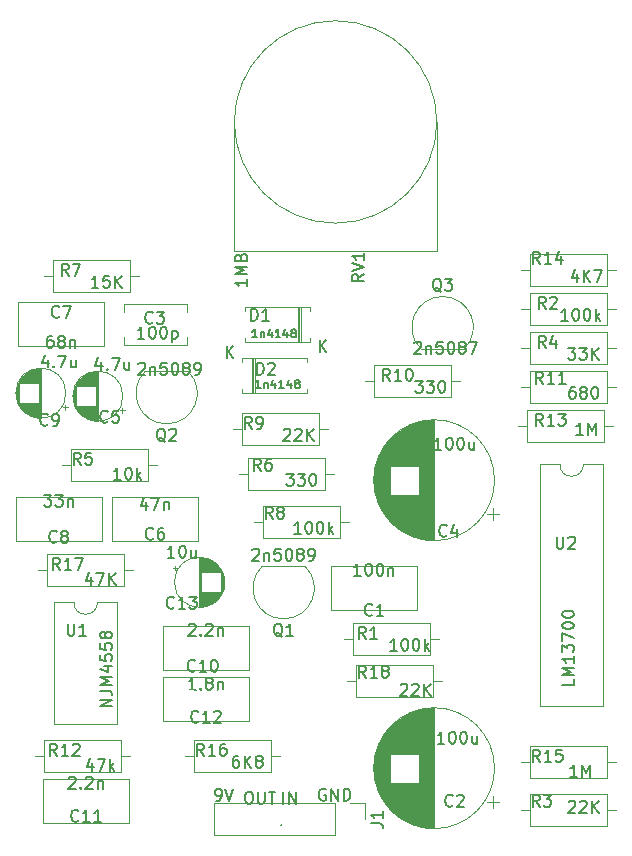
<source format=gto>
G04 #@! TF.GenerationSoftware,KiCad,Pcbnew,7.0.11+dfsg-1build4*
G04 #@! TF.CreationDate,2026-01-25T21:38:33-05:00*
G04 #@! TF.ProjectId,Envelope-01-mutronv,456e7665-6c6f-4706-952d-30312d6d7574,rev?*
G04 #@! TF.SameCoordinates,Original*
G04 #@! TF.FileFunction,Legend,Top*
G04 #@! TF.FilePolarity,Positive*
%FSLAX46Y46*%
G04 Gerber Fmt 4.6, Leading zero omitted, Abs format (unit mm)*
G04 Created by KiCad (PCBNEW 7.0.11+dfsg-1build4) date 2026-01-25 21:38:33*
%MOMM*%
%LPD*%
G01*
G04 APERTURE LIST*
%ADD10C,0.150000*%
%ADD11C,0.120000*%
%ADD12C,1.600000*%
%ADD13R,2.000000X2.000000*%
%ADD14C,2.000000*%
%ADD15R,1.200000X1.200000*%
%ADD16C,1.200000*%
%ADD17R,1.800000X1.800000*%
%ADD18O,1.800000X1.800000*%
%ADD19R,1.700000X1.700000*%
%ADD20O,1.700000X1.700000*%
%ADD21R,1.300000X1.300000*%
%ADD22C,1.300000*%
%ADD23O,1.600000X1.600000*%
%ADD24C,2.340000*%
%ADD25R,1.600000X1.600000*%
G04 APERTURE END LIST*
D10*
X117998952Y-97228819D02*
X118189428Y-97228819D01*
X118189428Y-97228819D02*
X118284666Y-97181200D01*
X118284666Y-97181200D02*
X118332285Y-97133580D01*
X118332285Y-97133580D02*
X118427523Y-96990723D01*
X118427523Y-96990723D02*
X118475142Y-96800247D01*
X118475142Y-96800247D02*
X118475142Y-96419295D01*
X118475142Y-96419295D02*
X118427523Y-96324057D01*
X118427523Y-96324057D02*
X118379904Y-96276438D01*
X118379904Y-96276438D02*
X118284666Y-96228819D01*
X118284666Y-96228819D02*
X118094190Y-96228819D01*
X118094190Y-96228819D02*
X117998952Y-96276438D01*
X117998952Y-96276438D02*
X117951333Y-96324057D01*
X117951333Y-96324057D02*
X117903714Y-96419295D01*
X117903714Y-96419295D02*
X117903714Y-96657390D01*
X117903714Y-96657390D02*
X117951333Y-96752628D01*
X117951333Y-96752628D02*
X117998952Y-96800247D01*
X117998952Y-96800247D02*
X118094190Y-96847866D01*
X118094190Y-96847866D02*
X118284666Y-96847866D01*
X118284666Y-96847866D02*
X118379904Y-96800247D01*
X118379904Y-96800247D02*
X118427523Y-96752628D01*
X118427523Y-96752628D02*
X118475142Y-96657390D01*
X118760857Y-96228819D02*
X119094190Y-97228819D01*
X119094190Y-97228819D02*
X119427523Y-96228819D01*
X127254095Y-96276438D02*
X127158857Y-96228819D01*
X127158857Y-96228819D02*
X127016000Y-96228819D01*
X127016000Y-96228819D02*
X126873143Y-96276438D01*
X126873143Y-96276438D02*
X126777905Y-96371676D01*
X126777905Y-96371676D02*
X126730286Y-96466914D01*
X126730286Y-96466914D02*
X126682667Y-96657390D01*
X126682667Y-96657390D02*
X126682667Y-96800247D01*
X126682667Y-96800247D02*
X126730286Y-96990723D01*
X126730286Y-96990723D02*
X126777905Y-97085961D01*
X126777905Y-97085961D02*
X126873143Y-97181200D01*
X126873143Y-97181200D02*
X127016000Y-97228819D01*
X127016000Y-97228819D02*
X127111238Y-97228819D01*
X127111238Y-97228819D02*
X127254095Y-97181200D01*
X127254095Y-97181200D02*
X127301714Y-97133580D01*
X127301714Y-97133580D02*
X127301714Y-96800247D01*
X127301714Y-96800247D02*
X127111238Y-96800247D01*
X127730286Y-97228819D02*
X127730286Y-96228819D01*
X127730286Y-96228819D02*
X128301714Y-97228819D01*
X128301714Y-97228819D02*
X128301714Y-96228819D01*
X128777905Y-97228819D02*
X128777905Y-96228819D01*
X128777905Y-96228819D02*
X129016000Y-96228819D01*
X129016000Y-96228819D02*
X129158857Y-96276438D01*
X129158857Y-96276438D02*
X129254095Y-96371676D01*
X129254095Y-96371676D02*
X129301714Y-96466914D01*
X129301714Y-96466914D02*
X129349333Y-96657390D01*
X129349333Y-96657390D02*
X129349333Y-96800247D01*
X129349333Y-96800247D02*
X129301714Y-96990723D01*
X129301714Y-96990723D02*
X129254095Y-97085961D01*
X129254095Y-97085961D02*
X129158857Y-97181200D01*
X129158857Y-97181200D02*
X129016000Y-97228819D01*
X129016000Y-97228819D02*
X128777905Y-97228819D01*
X123682191Y-97482819D02*
X123682191Y-96482819D01*
X124158381Y-97482819D02*
X124158381Y-96482819D01*
X124158381Y-96482819D02*
X124729809Y-97482819D01*
X124729809Y-97482819D02*
X124729809Y-96482819D01*
X120666000Y-96482819D02*
X120856476Y-96482819D01*
X120856476Y-96482819D02*
X120951714Y-96530438D01*
X120951714Y-96530438D02*
X121046952Y-96625676D01*
X121046952Y-96625676D02*
X121094571Y-96816152D01*
X121094571Y-96816152D02*
X121094571Y-97149485D01*
X121094571Y-97149485D02*
X121046952Y-97339961D01*
X121046952Y-97339961D02*
X120951714Y-97435200D01*
X120951714Y-97435200D02*
X120856476Y-97482819D01*
X120856476Y-97482819D02*
X120666000Y-97482819D01*
X120666000Y-97482819D02*
X120570762Y-97435200D01*
X120570762Y-97435200D02*
X120475524Y-97339961D01*
X120475524Y-97339961D02*
X120427905Y-97149485D01*
X120427905Y-97149485D02*
X120427905Y-96816152D01*
X120427905Y-96816152D02*
X120475524Y-96625676D01*
X120475524Y-96625676D02*
X120570762Y-96530438D01*
X120570762Y-96530438D02*
X120666000Y-96482819D01*
X121523143Y-96482819D02*
X121523143Y-97292342D01*
X121523143Y-97292342D02*
X121570762Y-97387580D01*
X121570762Y-97387580D02*
X121618381Y-97435200D01*
X121618381Y-97435200D02*
X121713619Y-97482819D01*
X121713619Y-97482819D02*
X121904095Y-97482819D01*
X121904095Y-97482819D02*
X121999333Y-97435200D01*
X121999333Y-97435200D02*
X122046952Y-97387580D01*
X122046952Y-97387580D02*
X122094571Y-97292342D01*
X122094571Y-97292342D02*
X122094571Y-96482819D01*
X122427905Y-96482819D02*
X122999333Y-96482819D01*
X122713619Y-97482819D02*
X122713619Y-96482819D01*
X131191333Y-81477580D02*
X131143714Y-81525200D01*
X131143714Y-81525200D02*
X131000857Y-81572819D01*
X131000857Y-81572819D02*
X130905619Y-81572819D01*
X130905619Y-81572819D02*
X130762762Y-81525200D01*
X130762762Y-81525200D02*
X130667524Y-81429961D01*
X130667524Y-81429961D02*
X130619905Y-81334723D01*
X130619905Y-81334723D02*
X130572286Y-81144247D01*
X130572286Y-81144247D02*
X130572286Y-81001390D01*
X130572286Y-81001390D02*
X130619905Y-80810914D01*
X130619905Y-80810914D02*
X130667524Y-80715676D01*
X130667524Y-80715676D02*
X130762762Y-80620438D01*
X130762762Y-80620438D02*
X130905619Y-80572819D01*
X130905619Y-80572819D02*
X131000857Y-80572819D01*
X131000857Y-80572819D02*
X131143714Y-80620438D01*
X131143714Y-80620438D02*
X131191333Y-80668057D01*
X132143714Y-81572819D02*
X131572286Y-81572819D01*
X131858000Y-81572819D02*
X131858000Y-80572819D01*
X131858000Y-80572819D02*
X131762762Y-80715676D01*
X131762762Y-80715676D02*
X131667524Y-80810914D01*
X131667524Y-80810914D02*
X131572286Y-80858533D01*
X130238952Y-78178819D02*
X129667524Y-78178819D01*
X129953238Y-78178819D02*
X129953238Y-77178819D01*
X129953238Y-77178819D02*
X129858000Y-77321676D01*
X129858000Y-77321676D02*
X129762762Y-77416914D01*
X129762762Y-77416914D02*
X129667524Y-77464533D01*
X130858000Y-77178819D02*
X130953238Y-77178819D01*
X130953238Y-77178819D02*
X131048476Y-77226438D01*
X131048476Y-77226438D02*
X131096095Y-77274057D01*
X131096095Y-77274057D02*
X131143714Y-77369295D01*
X131143714Y-77369295D02*
X131191333Y-77559771D01*
X131191333Y-77559771D02*
X131191333Y-77797866D01*
X131191333Y-77797866D02*
X131143714Y-77988342D01*
X131143714Y-77988342D02*
X131096095Y-78083580D01*
X131096095Y-78083580D02*
X131048476Y-78131200D01*
X131048476Y-78131200D02*
X130953238Y-78178819D01*
X130953238Y-78178819D02*
X130858000Y-78178819D01*
X130858000Y-78178819D02*
X130762762Y-78131200D01*
X130762762Y-78131200D02*
X130715143Y-78083580D01*
X130715143Y-78083580D02*
X130667524Y-77988342D01*
X130667524Y-77988342D02*
X130619905Y-77797866D01*
X130619905Y-77797866D02*
X130619905Y-77559771D01*
X130619905Y-77559771D02*
X130667524Y-77369295D01*
X130667524Y-77369295D02*
X130715143Y-77274057D01*
X130715143Y-77274057D02*
X130762762Y-77226438D01*
X130762762Y-77226438D02*
X130858000Y-77178819D01*
X131810381Y-77178819D02*
X131905619Y-77178819D01*
X131905619Y-77178819D02*
X132000857Y-77226438D01*
X132000857Y-77226438D02*
X132048476Y-77274057D01*
X132048476Y-77274057D02*
X132096095Y-77369295D01*
X132096095Y-77369295D02*
X132143714Y-77559771D01*
X132143714Y-77559771D02*
X132143714Y-77797866D01*
X132143714Y-77797866D02*
X132096095Y-77988342D01*
X132096095Y-77988342D02*
X132048476Y-78083580D01*
X132048476Y-78083580D02*
X132000857Y-78131200D01*
X132000857Y-78131200D02*
X131905619Y-78178819D01*
X131905619Y-78178819D02*
X131810381Y-78178819D01*
X131810381Y-78178819D02*
X131715143Y-78131200D01*
X131715143Y-78131200D02*
X131667524Y-78083580D01*
X131667524Y-78083580D02*
X131619905Y-77988342D01*
X131619905Y-77988342D02*
X131572286Y-77797866D01*
X131572286Y-77797866D02*
X131572286Y-77559771D01*
X131572286Y-77559771D02*
X131619905Y-77369295D01*
X131619905Y-77369295D02*
X131667524Y-77274057D01*
X131667524Y-77274057D02*
X131715143Y-77226438D01*
X131715143Y-77226438D02*
X131810381Y-77178819D01*
X132572286Y-77512152D02*
X132572286Y-78178819D01*
X132572286Y-77607390D02*
X132619905Y-77559771D01*
X132619905Y-77559771D02*
X132715143Y-77512152D01*
X132715143Y-77512152D02*
X132858000Y-77512152D01*
X132858000Y-77512152D02*
X132953238Y-77559771D01*
X132953238Y-77559771D02*
X133000857Y-77655009D01*
X133000857Y-77655009D02*
X133000857Y-78178819D01*
X138009333Y-97641580D02*
X137961714Y-97689200D01*
X137961714Y-97689200D02*
X137818857Y-97736819D01*
X137818857Y-97736819D02*
X137723619Y-97736819D01*
X137723619Y-97736819D02*
X137580762Y-97689200D01*
X137580762Y-97689200D02*
X137485524Y-97593961D01*
X137485524Y-97593961D02*
X137437905Y-97498723D01*
X137437905Y-97498723D02*
X137390286Y-97308247D01*
X137390286Y-97308247D02*
X137390286Y-97165390D01*
X137390286Y-97165390D02*
X137437905Y-96974914D01*
X137437905Y-96974914D02*
X137485524Y-96879676D01*
X137485524Y-96879676D02*
X137580762Y-96784438D01*
X137580762Y-96784438D02*
X137723619Y-96736819D01*
X137723619Y-96736819D02*
X137818857Y-96736819D01*
X137818857Y-96736819D02*
X137961714Y-96784438D01*
X137961714Y-96784438D02*
X138009333Y-96832057D01*
X138390286Y-96832057D02*
X138437905Y-96784438D01*
X138437905Y-96784438D02*
X138533143Y-96736819D01*
X138533143Y-96736819D02*
X138771238Y-96736819D01*
X138771238Y-96736819D02*
X138866476Y-96784438D01*
X138866476Y-96784438D02*
X138914095Y-96832057D01*
X138914095Y-96832057D02*
X138961714Y-96927295D01*
X138961714Y-96927295D02*
X138961714Y-97022533D01*
X138961714Y-97022533D02*
X138914095Y-97165390D01*
X138914095Y-97165390D02*
X138342667Y-97736819D01*
X138342667Y-97736819D02*
X138961714Y-97736819D01*
X137310952Y-92402819D02*
X136739524Y-92402819D01*
X137025238Y-92402819D02*
X137025238Y-91402819D01*
X137025238Y-91402819D02*
X136930000Y-91545676D01*
X136930000Y-91545676D02*
X136834762Y-91640914D01*
X136834762Y-91640914D02*
X136739524Y-91688533D01*
X137930000Y-91402819D02*
X138025238Y-91402819D01*
X138025238Y-91402819D02*
X138120476Y-91450438D01*
X138120476Y-91450438D02*
X138168095Y-91498057D01*
X138168095Y-91498057D02*
X138215714Y-91593295D01*
X138215714Y-91593295D02*
X138263333Y-91783771D01*
X138263333Y-91783771D02*
X138263333Y-92021866D01*
X138263333Y-92021866D02*
X138215714Y-92212342D01*
X138215714Y-92212342D02*
X138168095Y-92307580D01*
X138168095Y-92307580D02*
X138120476Y-92355200D01*
X138120476Y-92355200D02*
X138025238Y-92402819D01*
X138025238Y-92402819D02*
X137930000Y-92402819D01*
X137930000Y-92402819D02*
X137834762Y-92355200D01*
X137834762Y-92355200D02*
X137787143Y-92307580D01*
X137787143Y-92307580D02*
X137739524Y-92212342D01*
X137739524Y-92212342D02*
X137691905Y-92021866D01*
X137691905Y-92021866D02*
X137691905Y-91783771D01*
X137691905Y-91783771D02*
X137739524Y-91593295D01*
X137739524Y-91593295D02*
X137787143Y-91498057D01*
X137787143Y-91498057D02*
X137834762Y-91450438D01*
X137834762Y-91450438D02*
X137930000Y-91402819D01*
X138882381Y-91402819D02*
X138977619Y-91402819D01*
X138977619Y-91402819D02*
X139072857Y-91450438D01*
X139072857Y-91450438D02*
X139120476Y-91498057D01*
X139120476Y-91498057D02*
X139168095Y-91593295D01*
X139168095Y-91593295D02*
X139215714Y-91783771D01*
X139215714Y-91783771D02*
X139215714Y-92021866D01*
X139215714Y-92021866D02*
X139168095Y-92212342D01*
X139168095Y-92212342D02*
X139120476Y-92307580D01*
X139120476Y-92307580D02*
X139072857Y-92355200D01*
X139072857Y-92355200D02*
X138977619Y-92402819D01*
X138977619Y-92402819D02*
X138882381Y-92402819D01*
X138882381Y-92402819D02*
X138787143Y-92355200D01*
X138787143Y-92355200D02*
X138739524Y-92307580D01*
X138739524Y-92307580D02*
X138691905Y-92212342D01*
X138691905Y-92212342D02*
X138644286Y-92021866D01*
X138644286Y-92021866D02*
X138644286Y-91783771D01*
X138644286Y-91783771D02*
X138691905Y-91593295D01*
X138691905Y-91593295D02*
X138739524Y-91498057D01*
X138739524Y-91498057D02*
X138787143Y-91450438D01*
X138787143Y-91450438D02*
X138882381Y-91402819D01*
X140072857Y-91736152D02*
X140072857Y-92402819D01*
X139644286Y-91736152D02*
X139644286Y-92259961D01*
X139644286Y-92259961D02*
X139691905Y-92355200D01*
X139691905Y-92355200D02*
X139787143Y-92402819D01*
X139787143Y-92402819D02*
X139930000Y-92402819D01*
X139930000Y-92402819D02*
X140025238Y-92355200D01*
X140025238Y-92355200D02*
X140072857Y-92307580D01*
X112609333Y-56747580D02*
X112561714Y-56795200D01*
X112561714Y-56795200D02*
X112418857Y-56842819D01*
X112418857Y-56842819D02*
X112323619Y-56842819D01*
X112323619Y-56842819D02*
X112180762Y-56795200D01*
X112180762Y-56795200D02*
X112085524Y-56699961D01*
X112085524Y-56699961D02*
X112037905Y-56604723D01*
X112037905Y-56604723D02*
X111990286Y-56414247D01*
X111990286Y-56414247D02*
X111990286Y-56271390D01*
X111990286Y-56271390D02*
X112037905Y-56080914D01*
X112037905Y-56080914D02*
X112085524Y-55985676D01*
X112085524Y-55985676D02*
X112180762Y-55890438D01*
X112180762Y-55890438D02*
X112323619Y-55842819D01*
X112323619Y-55842819D02*
X112418857Y-55842819D01*
X112418857Y-55842819D02*
X112561714Y-55890438D01*
X112561714Y-55890438D02*
X112609333Y-55938057D01*
X112942667Y-55842819D02*
X113561714Y-55842819D01*
X113561714Y-55842819D02*
X113228381Y-56223771D01*
X113228381Y-56223771D02*
X113371238Y-56223771D01*
X113371238Y-56223771D02*
X113466476Y-56271390D01*
X113466476Y-56271390D02*
X113514095Y-56319009D01*
X113514095Y-56319009D02*
X113561714Y-56414247D01*
X113561714Y-56414247D02*
X113561714Y-56652342D01*
X113561714Y-56652342D02*
X113514095Y-56747580D01*
X113514095Y-56747580D02*
X113466476Y-56795200D01*
X113466476Y-56795200D02*
X113371238Y-56842819D01*
X113371238Y-56842819D02*
X113085524Y-56842819D01*
X113085524Y-56842819D02*
X112990286Y-56795200D01*
X112990286Y-56795200D02*
X112942667Y-56747580D01*
X111910952Y-58112819D02*
X111339524Y-58112819D01*
X111625238Y-58112819D02*
X111625238Y-57112819D01*
X111625238Y-57112819D02*
X111530000Y-57255676D01*
X111530000Y-57255676D02*
X111434762Y-57350914D01*
X111434762Y-57350914D02*
X111339524Y-57398533D01*
X112530000Y-57112819D02*
X112625238Y-57112819D01*
X112625238Y-57112819D02*
X112720476Y-57160438D01*
X112720476Y-57160438D02*
X112768095Y-57208057D01*
X112768095Y-57208057D02*
X112815714Y-57303295D01*
X112815714Y-57303295D02*
X112863333Y-57493771D01*
X112863333Y-57493771D02*
X112863333Y-57731866D01*
X112863333Y-57731866D02*
X112815714Y-57922342D01*
X112815714Y-57922342D02*
X112768095Y-58017580D01*
X112768095Y-58017580D02*
X112720476Y-58065200D01*
X112720476Y-58065200D02*
X112625238Y-58112819D01*
X112625238Y-58112819D02*
X112530000Y-58112819D01*
X112530000Y-58112819D02*
X112434762Y-58065200D01*
X112434762Y-58065200D02*
X112387143Y-58017580D01*
X112387143Y-58017580D02*
X112339524Y-57922342D01*
X112339524Y-57922342D02*
X112291905Y-57731866D01*
X112291905Y-57731866D02*
X112291905Y-57493771D01*
X112291905Y-57493771D02*
X112339524Y-57303295D01*
X112339524Y-57303295D02*
X112387143Y-57208057D01*
X112387143Y-57208057D02*
X112434762Y-57160438D01*
X112434762Y-57160438D02*
X112530000Y-57112819D01*
X113482381Y-57112819D02*
X113577619Y-57112819D01*
X113577619Y-57112819D02*
X113672857Y-57160438D01*
X113672857Y-57160438D02*
X113720476Y-57208057D01*
X113720476Y-57208057D02*
X113768095Y-57303295D01*
X113768095Y-57303295D02*
X113815714Y-57493771D01*
X113815714Y-57493771D02*
X113815714Y-57731866D01*
X113815714Y-57731866D02*
X113768095Y-57922342D01*
X113768095Y-57922342D02*
X113720476Y-58017580D01*
X113720476Y-58017580D02*
X113672857Y-58065200D01*
X113672857Y-58065200D02*
X113577619Y-58112819D01*
X113577619Y-58112819D02*
X113482381Y-58112819D01*
X113482381Y-58112819D02*
X113387143Y-58065200D01*
X113387143Y-58065200D02*
X113339524Y-58017580D01*
X113339524Y-58017580D02*
X113291905Y-57922342D01*
X113291905Y-57922342D02*
X113244286Y-57731866D01*
X113244286Y-57731866D02*
X113244286Y-57493771D01*
X113244286Y-57493771D02*
X113291905Y-57303295D01*
X113291905Y-57303295D02*
X113339524Y-57208057D01*
X113339524Y-57208057D02*
X113387143Y-57160438D01*
X113387143Y-57160438D02*
X113482381Y-57112819D01*
X114244286Y-57446152D02*
X114244286Y-58446152D01*
X114244286Y-57493771D02*
X114339524Y-57446152D01*
X114339524Y-57446152D02*
X114530000Y-57446152D01*
X114530000Y-57446152D02*
X114625238Y-57493771D01*
X114625238Y-57493771D02*
X114672857Y-57541390D01*
X114672857Y-57541390D02*
X114720476Y-57636628D01*
X114720476Y-57636628D02*
X114720476Y-57922342D01*
X114720476Y-57922342D02*
X114672857Y-58017580D01*
X114672857Y-58017580D02*
X114625238Y-58065200D01*
X114625238Y-58065200D02*
X114530000Y-58112819D01*
X114530000Y-58112819D02*
X114339524Y-58112819D01*
X114339524Y-58112819D02*
X114244286Y-58065200D01*
X137501333Y-74781580D02*
X137453714Y-74829200D01*
X137453714Y-74829200D02*
X137310857Y-74876819D01*
X137310857Y-74876819D02*
X137215619Y-74876819D01*
X137215619Y-74876819D02*
X137072762Y-74829200D01*
X137072762Y-74829200D02*
X136977524Y-74733961D01*
X136977524Y-74733961D02*
X136929905Y-74638723D01*
X136929905Y-74638723D02*
X136882286Y-74448247D01*
X136882286Y-74448247D02*
X136882286Y-74305390D01*
X136882286Y-74305390D02*
X136929905Y-74114914D01*
X136929905Y-74114914D02*
X136977524Y-74019676D01*
X136977524Y-74019676D02*
X137072762Y-73924438D01*
X137072762Y-73924438D02*
X137215619Y-73876819D01*
X137215619Y-73876819D02*
X137310857Y-73876819D01*
X137310857Y-73876819D02*
X137453714Y-73924438D01*
X137453714Y-73924438D02*
X137501333Y-73972057D01*
X138358476Y-74210152D02*
X138358476Y-74876819D01*
X138120381Y-73829200D02*
X137882286Y-74543485D01*
X137882286Y-74543485D02*
X138501333Y-74543485D01*
X137056952Y-67510819D02*
X136485524Y-67510819D01*
X136771238Y-67510819D02*
X136771238Y-66510819D01*
X136771238Y-66510819D02*
X136676000Y-66653676D01*
X136676000Y-66653676D02*
X136580762Y-66748914D01*
X136580762Y-66748914D02*
X136485524Y-66796533D01*
X137676000Y-66510819D02*
X137771238Y-66510819D01*
X137771238Y-66510819D02*
X137866476Y-66558438D01*
X137866476Y-66558438D02*
X137914095Y-66606057D01*
X137914095Y-66606057D02*
X137961714Y-66701295D01*
X137961714Y-66701295D02*
X138009333Y-66891771D01*
X138009333Y-66891771D02*
X138009333Y-67129866D01*
X138009333Y-67129866D02*
X137961714Y-67320342D01*
X137961714Y-67320342D02*
X137914095Y-67415580D01*
X137914095Y-67415580D02*
X137866476Y-67463200D01*
X137866476Y-67463200D02*
X137771238Y-67510819D01*
X137771238Y-67510819D02*
X137676000Y-67510819D01*
X137676000Y-67510819D02*
X137580762Y-67463200D01*
X137580762Y-67463200D02*
X137533143Y-67415580D01*
X137533143Y-67415580D02*
X137485524Y-67320342D01*
X137485524Y-67320342D02*
X137437905Y-67129866D01*
X137437905Y-67129866D02*
X137437905Y-66891771D01*
X137437905Y-66891771D02*
X137485524Y-66701295D01*
X137485524Y-66701295D02*
X137533143Y-66606057D01*
X137533143Y-66606057D02*
X137580762Y-66558438D01*
X137580762Y-66558438D02*
X137676000Y-66510819D01*
X138628381Y-66510819D02*
X138723619Y-66510819D01*
X138723619Y-66510819D02*
X138818857Y-66558438D01*
X138818857Y-66558438D02*
X138866476Y-66606057D01*
X138866476Y-66606057D02*
X138914095Y-66701295D01*
X138914095Y-66701295D02*
X138961714Y-66891771D01*
X138961714Y-66891771D02*
X138961714Y-67129866D01*
X138961714Y-67129866D02*
X138914095Y-67320342D01*
X138914095Y-67320342D02*
X138866476Y-67415580D01*
X138866476Y-67415580D02*
X138818857Y-67463200D01*
X138818857Y-67463200D02*
X138723619Y-67510819D01*
X138723619Y-67510819D02*
X138628381Y-67510819D01*
X138628381Y-67510819D02*
X138533143Y-67463200D01*
X138533143Y-67463200D02*
X138485524Y-67415580D01*
X138485524Y-67415580D02*
X138437905Y-67320342D01*
X138437905Y-67320342D02*
X138390286Y-67129866D01*
X138390286Y-67129866D02*
X138390286Y-66891771D01*
X138390286Y-66891771D02*
X138437905Y-66701295D01*
X138437905Y-66701295D02*
X138485524Y-66606057D01*
X138485524Y-66606057D02*
X138533143Y-66558438D01*
X138533143Y-66558438D02*
X138628381Y-66510819D01*
X139818857Y-66844152D02*
X139818857Y-67510819D01*
X139390286Y-66844152D02*
X139390286Y-67367961D01*
X139390286Y-67367961D02*
X139437905Y-67463200D01*
X139437905Y-67463200D02*
X139533143Y-67510819D01*
X139533143Y-67510819D02*
X139676000Y-67510819D01*
X139676000Y-67510819D02*
X139771238Y-67463200D01*
X139771238Y-67463200D02*
X139818857Y-67415580D01*
X108799333Y-65129580D02*
X108751714Y-65177200D01*
X108751714Y-65177200D02*
X108608857Y-65224819D01*
X108608857Y-65224819D02*
X108513619Y-65224819D01*
X108513619Y-65224819D02*
X108370762Y-65177200D01*
X108370762Y-65177200D02*
X108275524Y-65081961D01*
X108275524Y-65081961D02*
X108227905Y-64986723D01*
X108227905Y-64986723D02*
X108180286Y-64796247D01*
X108180286Y-64796247D02*
X108180286Y-64653390D01*
X108180286Y-64653390D02*
X108227905Y-64462914D01*
X108227905Y-64462914D02*
X108275524Y-64367676D01*
X108275524Y-64367676D02*
X108370762Y-64272438D01*
X108370762Y-64272438D02*
X108513619Y-64224819D01*
X108513619Y-64224819D02*
X108608857Y-64224819D01*
X108608857Y-64224819D02*
X108751714Y-64272438D01*
X108751714Y-64272438D02*
X108799333Y-64320057D01*
X109704095Y-64224819D02*
X109227905Y-64224819D01*
X109227905Y-64224819D02*
X109180286Y-64701009D01*
X109180286Y-64701009D02*
X109227905Y-64653390D01*
X109227905Y-64653390D02*
X109323143Y-64605771D01*
X109323143Y-64605771D02*
X109561238Y-64605771D01*
X109561238Y-64605771D02*
X109656476Y-64653390D01*
X109656476Y-64653390D02*
X109704095Y-64701009D01*
X109704095Y-64701009D02*
X109751714Y-64796247D01*
X109751714Y-64796247D02*
X109751714Y-65034342D01*
X109751714Y-65034342D02*
X109704095Y-65129580D01*
X109704095Y-65129580D02*
X109656476Y-65177200D01*
X109656476Y-65177200D02*
X109561238Y-65224819D01*
X109561238Y-65224819D02*
X109323143Y-65224819D01*
X109323143Y-65224819D02*
X109227905Y-65177200D01*
X109227905Y-65177200D02*
X109180286Y-65129580D01*
X108243809Y-60088152D02*
X108243809Y-60754819D01*
X108005714Y-59707200D02*
X107767619Y-60421485D01*
X107767619Y-60421485D02*
X108386666Y-60421485D01*
X108767619Y-60659580D02*
X108815238Y-60707200D01*
X108815238Y-60707200D02*
X108767619Y-60754819D01*
X108767619Y-60754819D02*
X108720000Y-60707200D01*
X108720000Y-60707200D02*
X108767619Y-60659580D01*
X108767619Y-60659580D02*
X108767619Y-60754819D01*
X109148571Y-59754819D02*
X109815237Y-59754819D01*
X109815237Y-59754819D02*
X109386666Y-60754819D01*
X110624761Y-60088152D02*
X110624761Y-60754819D01*
X110196190Y-60088152D02*
X110196190Y-60611961D01*
X110196190Y-60611961D02*
X110243809Y-60707200D01*
X110243809Y-60707200D02*
X110339047Y-60754819D01*
X110339047Y-60754819D02*
X110481904Y-60754819D01*
X110481904Y-60754819D02*
X110577142Y-60707200D01*
X110577142Y-60707200D02*
X110624761Y-60659580D01*
X112649333Y-75035580D02*
X112601714Y-75083200D01*
X112601714Y-75083200D02*
X112458857Y-75130819D01*
X112458857Y-75130819D02*
X112363619Y-75130819D01*
X112363619Y-75130819D02*
X112220762Y-75083200D01*
X112220762Y-75083200D02*
X112125524Y-74987961D01*
X112125524Y-74987961D02*
X112077905Y-74892723D01*
X112077905Y-74892723D02*
X112030286Y-74702247D01*
X112030286Y-74702247D02*
X112030286Y-74559390D01*
X112030286Y-74559390D02*
X112077905Y-74368914D01*
X112077905Y-74368914D02*
X112125524Y-74273676D01*
X112125524Y-74273676D02*
X112220762Y-74178438D01*
X112220762Y-74178438D02*
X112363619Y-74130819D01*
X112363619Y-74130819D02*
X112458857Y-74130819D01*
X112458857Y-74130819D02*
X112601714Y-74178438D01*
X112601714Y-74178438D02*
X112649333Y-74226057D01*
X113506476Y-74130819D02*
X113316000Y-74130819D01*
X113316000Y-74130819D02*
X113220762Y-74178438D01*
X113220762Y-74178438D02*
X113173143Y-74226057D01*
X113173143Y-74226057D02*
X113077905Y-74368914D01*
X113077905Y-74368914D02*
X113030286Y-74559390D01*
X113030286Y-74559390D02*
X113030286Y-74940342D01*
X113030286Y-74940342D02*
X113077905Y-75035580D01*
X113077905Y-75035580D02*
X113125524Y-75083200D01*
X113125524Y-75083200D02*
X113220762Y-75130819D01*
X113220762Y-75130819D02*
X113411238Y-75130819D01*
X113411238Y-75130819D02*
X113506476Y-75083200D01*
X113506476Y-75083200D02*
X113554095Y-75035580D01*
X113554095Y-75035580D02*
X113601714Y-74940342D01*
X113601714Y-74940342D02*
X113601714Y-74702247D01*
X113601714Y-74702247D02*
X113554095Y-74607009D01*
X113554095Y-74607009D02*
X113506476Y-74559390D01*
X113506476Y-74559390D02*
X113411238Y-74511771D01*
X113411238Y-74511771D02*
X113220762Y-74511771D01*
X113220762Y-74511771D02*
X113125524Y-74559390D01*
X113125524Y-74559390D02*
X113077905Y-74607009D01*
X113077905Y-74607009D02*
X113030286Y-74702247D01*
X112077904Y-71924152D02*
X112077904Y-72590819D01*
X111839809Y-71543200D02*
X111601714Y-72257485D01*
X111601714Y-72257485D02*
X112220761Y-72257485D01*
X112506476Y-71590819D02*
X113173142Y-71590819D01*
X113173142Y-71590819D02*
X112744571Y-72590819D01*
X113554095Y-71924152D02*
X113554095Y-72590819D01*
X113554095Y-72019390D02*
X113601714Y-71971771D01*
X113601714Y-71971771D02*
X113696952Y-71924152D01*
X113696952Y-71924152D02*
X113839809Y-71924152D01*
X113839809Y-71924152D02*
X113935047Y-71971771D01*
X113935047Y-71971771D02*
X113982666Y-72067009D01*
X113982666Y-72067009D02*
X113982666Y-72590819D01*
X104695333Y-56239580D02*
X104647714Y-56287200D01*
X104647714Y-56287200D02*
X104504857Y-56334819D01*
X104504857Y-56334819D02*
X104409619Y-56334819D01*
X104409619Y-56334819D02*
X104266762Y-56287200D01*
X104266762Y-56287200D02*
X104171524Y-56191961D01*
X104171524Y-56191961D02*
X104123905Y-56096723D01*
X104123905Y-56096723D02*
X104076286Y-55906247D01*
X104076286Y-55906247D02*
X104076286Y-55763390D01*
X104076286Y-55763390D02*
X104123905Y-55572914D01*
X104123905Y-55572914D02*
X104171524Y-55477676D01*
X104171524Y-55477676D02*
X104266762Y-55382438D01*
X104266762Y-55382438D02*
X104409619Y-55334819D01*
X104409619Y-55334819D02*
X104504857Y-55334819D01*
X104504857Y-55334819D02*
X104647714Y-55382438D01*
X104647714Y-55382438D02*
X104695333Y-55430057D01*
X105028667Y-55334819D02*
X105695333Y-55334819D01*
X105695333Y-55334819D02*
X105266762Y-56334819D01*
X104123904Y-57874819D02*
X103933428Y-57874819D01*
X103933428Y-57874819D02*
X103838190Y-57922438D01*
X103838190Y-57922438D02*
X103790571Y-57970057D01*
X103790571Y-57970057D02*
X103695333Y-58112914D01*
X103695333Y-58112914D02*
X103647714Y-58303390D01*
X103647714Y-58303390D02*
X103647714Y-58684342D01*
X103647714Y-58684342D02*
X103695333Y-58779580D01*
X103695333Y-58779580D02*
X103742952Y-58827200D01*
X103742952Y-58827200D02*
X103838190Y-58874819D01*
X103838190Y-58874819D02*
X104028666Y-58874819D01*
X104028666Y-58874819D02*
X104123904Y-58827200D01*
X104123904Y-58827200D02*
X104171523Y-58779580D01*
X104171523Y-58779580D02*
X104219142Y-58684342D01*
X104219142Y-58684342D02*
X104219142Y-58446247D01*
X104219142Y-58446247D02*
X104171523Y-58351009D01*
X104171523Y-58351009D02*
X104123904Y-58303390D01*
X104123904Y-58303390D02*
X104028666Y-58255771D01*
X104028666Y-58255771D02*
X103838190Y-58255771D01*
X103838190Y-58255771D02*
X103742952Y-58303390D01*
X103742952Y-58303390D02*
X103695333Y-58351009D01*
X103695333Y-58351009D02*
X103647714Y-58446247D01*
X104790571Y-58303390D02*
X104695333Y-58255771D01*
X104695333Y-58255771D02*
X104647714Y-58208152D01*
X104647714Y-58208152D02*
X104600095Y-58112914D01*
X104600095Y-58112914D02*
X104600095Y-58065295D01*
X104600095Y-58065295D02*
X104647714Y-57970057D01*
X104647714Y-57970057D02*
X104695333Y-57922438D01*
X104695333Y-57922438D02*
X104790571Y-57874819D01*
X104790571Y-57874819D02*
X104981047Y-57874819D01*
X104981047Y-57874819D02*
X105076285Y-57922438D01*
X105076285Y-57922438D02*
X105123904Y-57970057D01*
X105123904Y-57970057D02*
X105171523Y-58065295D01*
X105171523Y-58065295D02*
X105171523Y-58112914D01*
X105171523Y-58112914D02*
X105123904Y-58208152D01*
X105123904Y-58208152D02*
X105076285Y-58255771D01*
X105076285Y-58255771D02*
X104981047Y-58303390D01*
X104981047Y-58303390D02*
X104790571Y-58303390D01*
X104790571Y-58303390D02*
X104695333Y-58351009D01*
X104695333Y-58351009D02*
X104647714Y-58398628D01*
X104647714Y-58398628D02*
X104600095Y-58493866D01*
X104600095Y-58493866D02*
X104600095Y-58684342D01*
X104600095Y-58684342D02*
X104647714Y-58779580D01*
X104647714Y-58779580D02*
X104695333Y-58827200D01*
X104695333Y-58827200D02*
X104790571Y-58874819D01*
X104790571Y-58874819D02*
X104981047Y-58874819D01*
X104981047Y-58874819D02*
X105076285Y-58827200D01*
X105076285Y-58827200D02*
X105123904Y-58779580D01*
X105123904Y-58779580D02*
X105171523Y-58684342D01*
X105171523Y-58684342D02*
X105171523Y-58493866D01*
X105171523Y-58493866D02*
X105123904Y-58398628D01*
X105123904Y-58398628D02*
X105076285Y-58351009D01*
X105076285Y-58351009D02*
X104981047Y-58303390D01*
X105600095Y-58208152D02*
X105600095Y-58874819D01*
X105600095Y-58303390D02*
X105647714Y-58255771D01*
X105647714Y-58255771D02*
X105742952Y-58208152D01*
X105742952Y-58208152D02*
X105885809Y-58208152D01*
X105885809Y-58208152D02*
X105981047Y-58255771D01*
X105981047Y-58255771D02*
X106028666Y-58351009D01*
X106028666Y-58351009D02*
X106028666Y-58874819D01*
X104481333Y-75289580D02*
X104433714Y-75337200D01*
X104433714Y-75337200D02*
X104290857Y-75384819D01*
X104290857Y-75384819D02*
X104195619Y-75384819D01*
X104195619Y-75384819D02*
X104052762Y-75337200D01*
X104052762Y-75337200D02*
X103957524Y-75241961D01*
X103957524Y-75241961D02*
X103909905Y-75146723D01*
X103909905Y-75146723D02*
X103862286Y-74956247D01*
X103862286Y-74956247D02*
X103862286Y-74813390D01*
X103862286Y-74813390D02*
X103909905Y-74622914D01*
X103909905Y-74622914D02*
X103957524Y-74527676D01*
X103957524Y-74527676D02*
X104052762Y-74432438D01*
X104052762Y-74432438D02*
X104195619Y-74384819D01*
X104195619Y-74384819D02*
X104290857Y-74384819D01*
X104290857Y-74384819D02*
X104433714Y-74432438D01*
X104433714Y-74432438D02*
X104481333Y-74480057D01*
X105052762Y-74813390D02*
X104957524Y-74765771D01*
X104957524Y-74765771D02*
X104909905Y-74718152D01*
X104909905Y-74718152D02*
X104862286Y-74622914D01*
X104862286Y-74622914D02*
X104862286Y-74575295D01*
X104862286Y-74575295D02*
X104909905Y-74480057D01*
X104909905Y-74480057D02*
X104957524Y-74432438D01*
X104957524Y-74432438D02*
X105052762Y-74384819D01*
X105052762Y-74384819D02*
X105243238Y-74384819D01*
X105243238Y-74384819D02*
X105338476Y-74432438D01*
X105338476Y-74432438D02*
X105386095Y-74480057D01*
X105386095Y-74480057D02*
X105433714Y-74575295D01*
X105433714Y-74575295D02*
X105433714Y-74622914D01*
X105433714Y-74622914D02*
X105386095Y-74718152D01*
X105386095Y-74718152D02*
X105338476Y-74765771D01*
X105338476Y-74765771D02*
X105243238Y-74813390D01*
X105243238Y-74813390D02*
X105052762Y-74813390D01*
X105052762Y-74813390D02*
X104957524Y-74861009D01*
X104957524Y-74861009D02*
X104909905Y-74908628D01*
X104909905Y-74908628D02*
X104862286Y-75003866D01*
X104862286Y-75003866D02*
X104862286Y-75194342D01*
X104862286Y-75194342D02*
X104909905Y-75289580D01*
X104909905Y-75289580D02*
X104957524Y-75337200D01*
X104957524Y-75337200D02*
X105052762Y-75384819D01*
X105052762Y-75384819D02*
X105243238Y-75384819D01*
X105243238Y-75384819D02*
X105338476Y-75337200D01*
X105338476Y-75337200D02*
X105386095Y-75289580D01*
X105386095Y-75289580D02*
X105433714Y-75194342D01*
X105433714Y-75194342D02*
X105433714Y-75003866D01*
X105433714Y-75003866D02*
X105386095Y-74908628D01*
X105386095Y-74908628D02*
X105338476Y-74861009D01*
X105338476Y-74861009D02*
X105243238Y-74813390D01*
X103426095Y-71336819D02*
X104045142Y-71336819D01*
X104045142Y-71336819D02*
X103711809Y-71717771D01*
X103711809Y-71717771D02*
X103854666Y-71717771D01*
X103854666Y-71717771D02*
X103949904Y-71765390D01*
X103949904Y-71765390D02*
X103997523Y-71813009D01*
X103997523Y-71813009D02*
X104045142Y-71908247D01*
X104045142Y-71908247D02*
X104045142Y-72146342D01*
X104045142Y-72146342D02*
X103997523Y-72241580D01*
X103997523Y-72241580D02*
X103949904Y-72289200D01*
X103949904Y-72289200D02*
X103854666Y-72336819D01*
X103854666Y-72336819D02*
X103568952Y-72336819D01*
X103568952Y-72336819D02*
X103473714Y-72289200D01*
X103473714Y-72289200D02*
X103426095Y-72241580D01*
X104378476Y-71336819D02*
X104997523Y-71336819D01*
X104997523Y-71336819D02*
X104664190Y-71717771D01*
X104664190Y-71717771D02*
X104807047Y-71717771D01*
X104807047Y-71717771D02*
X104902285Y-71765390D01*
X104902285Y-71765390D02*
X104949904Y-71813009D01*
X104949904Y-71813009D02*
X104997523Y-71908247D01*
X104997523Y-71908247D02*
X104997523Y-72146342D01*
X104997523Y-72146342D02*
X104949904Y-72241580D01*
X104949904Y-72241580D02*
X104902285Y-72289200D01*
X104902285Y-72289200D02*
X104807047Y-72336819D01*
X104807047Y-72336819D02*
X104521333Y-72336819D01*
X104521333Y-72336819D02*
X104426095Y-72289200D01*
X104426095Y-72289200D02*
X104378476Y-72241580D01*
X105426095Y-71670152D02*
X105426095Y-72336819D01*
X105426095Y-71765390D02*
X105473714Y-71717771D01*
X105473714Y-71717771D02*
X105568952Y-71670152D01*
X105568952Y-71670152D02*
X105711809Y-71670152D01*
X105711809Y-71670152D02*
X105807047Y-71717771D01*
X105807047Y-71717771D02*
X105854666Y-71813009D01*
X105854666Y-71813009D02*
X105854666Y-72336819D01*
X103719333Y-65383580D02*
X103671714Y-65431200D01*
X103671714Y-65431200D02*
X103528857Y-65478819D01*
X103528857Y-65478819D02*
X103433619Y-65478819D01*
X103433619Y-65478819D02*
X103290762Y-65431200D01*
X103290762Y-65431200D02*
X103195524Y-65335961D01*
X103195524Y-65335961D02*
X103147905Y-65240723D01*
X103147905Y-65240723D02*
X103100286Y-65050247D01*
X103100286Y-65050247D02*
X103100286Y-64907390D01*
X103100286Y-64907390D02*
X103147905Y-64716914D01*
X103147905Y-64716914D02*
X103195524Y-64621676D01*
X103195524Y-64621676D02*
X103290762Y-64526438D01*
X103290762Y-64526438D02*
X103433619Y-64478819D01*
X103433619Y-64478819D02*
X103528857Y-64478819D01*
X103528857Y-64478819D02*
X103671714Y-64526438D01*
X103671714Y-64526438D02*
X103719333Y-64574057D01*
X104195524Y-65478819D02*
X104386000Y-65478819D01*
X104386000Y-65478819D02*
X104481238Y-65431200D01*
X104481238Y-65431200D02*
X104528857Y-65383580D01*
X104528857Y-65383580D02*
X104624095Y-65240723D01*
X104624095Y-65240723D02*
X104671714Y-65050247D01*
X104671714Y-65050247D02*
X104671714Y-64669295D01*
X104671714Y-64669295D02*
X104624095Y-64574057D01*
X104624095Y-64574057D02*
X104576476Y-64526438D01*
X104576476Y-64526438D02*
X104481238Y-64478819D01*
X104481238Y-64478819D02*
X104290762Y-64478819D01*
X104290762Y-64478819D02*
X104195524Y-64526438D01*
X104195524Y-64526438D02*
X104147905Y-64574057D01*
X104147905Y-64574057D02*
X104100286Y-64669295D01*
X104100286Y-64669295D02*
X104100286Y-64907390D01*
X104100286Y-64907390D02*
X104147905Y-65002628D01*
X104147905Y-65002628D02*
X104195524Y-65050247D01*
X104195524Y-65050247D02*
X104290762Y-65097866D01*
X104290762Y-65097866D02*
X104481238Y-65097866D01*
X104481238Y-65097866D02*
X104576476Y-65050247D01*
X104576476Y-65050247D02*
X104624095Y-65002628D01*
X104624095Y-65002628D02*
X104671714Y-64907390D01*
X103723809Y-59888152D02*
X103723809Y-60554819D01*
X103485714Y-59507200D02*
X103247619Y-60221485D01*
X103247619Y-60221485D02*
X103866666Y-60221485D01*
X104247619Y-60459580D02*
X104295238Y-60507200D01*
X104295238Y-60507200D02*
X104247619Y-60554819D01*
X104247619Y-60554819D02*
X104200000Y-60507200D01*
X104200000Y-60507200D02*
X104247619Y-60459580D01*
X104247619Y-60459580D02*
X104247619Y-60554819D01*
X104628571Y-59554819D02*
X105295237Y-59554819D01*
X105295237Y-59554819D02*
X104866666Y-60554819D01*
X106104761Y-59888152D02*
X106104761Y-60554819D01*
X105676190Y-59888152D02*
X105676190Y-60411961D01*
X105676190Y-60411961D02*
X105723809Y-60507200D01*
X105723809Y-60507200D02*
X105819047Y-60554819D01*
X105819047Y-60554819D02*
X105961904Y-60554819D01*
X105961904Y-60554819D02*
X106057142Y-60507200D01*
X106057142Y-60507200D02*
X106104761Y-60459580D01*
X116197142Y-86211580D02*
X116149523Y-86259200D01*
X116149523Y-86259200D02*
X116006666Y-86306819D01*
X116006666Y-86306819D02*
X115911428Y-86306819D01*
X115911428Y-86306819D02*
X115768571Y-86259200D01*
X115768571Y-86259200D02*
X115673333Y-86163961D01*
X115673333Y-86163961D02*
X115625714Y-86068723D01*
X115625714Y-86068723D02*
X115578095Y-85878247D01*
X115578095Y-85878247D02*
X115578095Y-85735390D01*
X115578095Y-85735390D02*
X115625714Y-85544914D01*
X115625714Y-85544914D02*
X115673333Y-85449676D01*
X115673333Y-85449676D02*
X115768571Y-85354438D01*
X115768571Y-85354438D02*
X115911428Y-85306819D01*
X115911428Y-85306819D02*
X116006666Y-85306819D01*
X116006666Y-85306819D02*
X116149523Y-85354438D01*
X116149523Y-85354438D02*
X116197142Y-85402057D01*
X117149523Y-86306819D02*
X116578095Y-86306819D01*
X116863809Y-86306819D02*
X116863809Y-85306819D01*
X116863809Y-85306819D02*
X116768571Y-85449676D01*
X116768571Y-85449676D02*
X116673333Y-85544914D01*
X116673333Y-85544914D02*
X116578095Y-85592533D01*
X117768571Y-85306819D02*
X117863809Y-85306819D01*
X117863809Y-85306819D02*
X117959047Y-85354438D01*
X117959047Y-85354438D02*
X118006666Y-85402057D01*
X118006666Y-85402057D02*
X118054285Y-85497295D01*
X118054285Y-85497295D02*
X118101904Y-85687771D01*
X118101904Y-85687771D02*
X118101904Y-85925866D01*
X118101904Y-85925866D02*
X118054285Y-86116342D01*
X118054285Y-86116342D02*
X118006666Y-86211580D01*
X118006666Y-86211580D02*
X117959047Y-86259200D01*
X117959047Y-86259200D02*
X117863809Y-86306819D01*
X117863809Y-86306819D02*
X117768571Y-86306819D01*
X117768571Y-86306819D02*
X117673333Y-86259200D01*
X117673333Y-86259200D02*
X117625714Y-86211580D01*
X117625714Y-86211580D02*
X117578095Y-86116342D01*
X117578095Y-86116342D02*
X117530476Y-85925866D01*
X117530476Y-85925866D02*
X117530476Y-85687771D01*
X117530476Y-85687771D02*
X117578095Y-85497295D01*
X117578095Y-85497295D02*
X117625714Y-85402057D01*
X117625714Y-85402057D02*
X117673333Y-85354438D01*
X117673333Y-85354438D02*
X117768571Y-85306819D01*
X115681619Y-82354057D02*
X115729238Y-82306438D01*
X115729238Y-82306438D02*
X115824476Y-82258819D01*
X115824476Y-82258819D02*
X116062571Y-82258819D01*
X116062571Y-82258819D02*
X116157809Y-82306438D01*
X116157809Y-82306438D02*
X116205428Y-82354057D01*
X116205428Y-82354057D02*
X116253047Y-82449295D01*
X116253047Y-82449295D02*
X116253047Y-82544533D01*
X116253047Y-82544533D02*
X116205428Y-82687390D01*
X116205428Y-82687390D02*
X115634000Y-83258819D01*
X115634000Y-83258819D02*
X116253047Y-83258819D01*
X116681619Y-83163580D02*
X116729238Y-83211200D01*
X116729238Y-83211200D02*
X116681619Y-83258819D01*
X116681619Y-83258819D02*
X116634000Y-83211200D01*
X116634000Y-83211200D02*
X116681619Y-83163580D01*
X116681619Y-83163580D02*
X116681619Y-83258819D01*
X117110190Y-82354057D02*
X117157809Y-82306438D01*
X117157809Y-82306438D02*
X117253047Y-82258819D01*
X117253047Y-82258819D02*
X117491142Y-82258819D01*
X117491142Y-82258819D02*
X117586380Y-82306438D01*
X117586380Y-82306438D02*
X117633999Y-82354057D01*
X117633999Y-82354057D02*
X117681618Y-82449295D01*
X117681618Y-82449295D02*
X117681618Y-82544533D01*
X117681618Y-82544533D02*
X117633999Y-82687390D01*
X117633999Y-82687390D02*
X117062571Y-83258819D01*
X117062571Y-83258819D02*
X117681618Y-83258819D01*
X118110190Y-82592152D02*
X118110190Y-83258819D01*
X118110190Y-82687390D02*
X118157809Y-82639771D01*
X118157809Y-82639771D02*
X118253047Y-82592152D01*
X118253047Y-82592152D02*
X118395904Y-82592152D01*
X118395904Y-82592152D02*
X118491142Y-82639771D01*
X118491142Y-82639771D02*
X118538761Y-82735009D01*
X118538761Y-82735009D02*
X118538761Y-83258819D01*
X106331142Y-98911580D02*
X106283523Y-98959200D01*
X106283523Y-98959200D02*
X106140666Y-99006819D01*
X106140666Y-99006819D02*
X106045428Y-99006819D01*
X106045428Y-99006819D02*
X105902571Y-98959200D01*
X105902571Y-98959200D02*
X105807333Y-98863961D01*
X105807333Y-98863961D02*
X105759714Y-98768723D01*
X105759714Y-98768723D02*
X105712095Y-98578247D01*
X105712095Y-98578247D02*
X105712095Y-98435390D01*
X105712095Y-98435390D02*
X105759714Y-98244914D01*
X105759714Y-98244914D02*
X105807333Y-98149676D01*
X105807333Y-98149676D02*
X105902571Y-98054438D01*
X105902571Y-98054438D02*
X106045428Y-98006819D01*
X106045428Y-98006819D02*
X106140666Y-98006819D01*
X106140666Y-98006819D02*
X106283523Y-98054438D01*
X106283523Y-98054438D02*
X106331142Y-98102057D01*
X107283523Y-99006819D02*
X106712095Y-99006819D01*
X106997809Y-99006819D02*
X106997809Y-98006819D01*
X106997809Y-98006819D02*
X106902571Y-98149676D01*
X106902571Y-98149676D02*
X106807333Y-98244914D01*
X106807333Y-98244914D02*
X106712095Y-98292533D01*
X108235904Y-99006819D02*
X107664476Y-99006819D01*
X107950190Y-99006819D02*
X107950190Y-98006819D01*
X107950190Y-98006819D02*
X107854952Y-98149676D01*
X107854952Y-98149676D02*
X107759714Y-98244914D01*
X107759714Y-98244914D02*
X107664476Y-98292533D01*
X105521619Y-95308057D02*
X105569238Y-95260438D01*
X105569238Y-95260438D02*
X105664476Y-95212819D01*
X105664476Y-95212819D02*
X105902571Y-95212819D01*
X105902571Y-95212819D02*
X105997809Y-95260438D01*
X105997809Y-95260438D02*
X106045428Y-95308057D01*
X106045428Y-95308057D02*
X106093047Y-95403295D01*
X106093047Y-95403295D02*
X106093047Y-95498533D01*
X106093047Y-95498533D02*
X106045428Y-95641390D01*
X106045428Y-95641390D02*
X105474000Y-96212819D01*
X105474000Y-96212819D02*
X106093047Y-96212819D01*
X106521619Y-96117580D02*
X106569238Y-96165200D01*
X106569238Y-96165200D02*
X106521619Y-96212819D01*
X106521619Y-96212819D02*
X106474000Y-96165200D01*
X106474000Y-96165200D02*
X106521619Y-96117580D01*
X106521619Y-96117580D02*
X106521619Y-96212819D01*
X106950190Y-95308057D02*
X106997809Y-95260438D01*
X106997809Y-95260438D02*
X107093047Y-95212819D01*
X107093047Y-95212819D02*
X107331142Y-95212819D01*
X107331142Y-95212819D02*
X107426380Y-95260438D01*
X107426380Y-95260438D02*
X107473999Y-95308057D01*
X107473999Y-95308057D02*
X107521618Y-95403295D01*
X107521618Y-95403295D02*
X107521618Y-95498533D01*
X107521618Y-95498533D02*
X107473999Y-95641390D01*
X107473999Y-95641390D02*
X106902571Y-96212819D01*
X106902571Y-96212819D02*
X107521618Y-96212819D01*
X107950190Y-95546152D02*
X107950190Y-96212819D01*
X107950190Y-95641390D02*
X107997809Y-95593771D01*
X107997809Y-95593771D02*
X108093047Y-95546152D01*
X108093047Y-95546152D02*
X108235904Y-95546152D01*
X108235904Y-95546152D02*
X108331142Y-95593771D01*
X108331142Y-95593771D02*
X108378761Y-95689009D01*
X108378761Y-95689009D02*
X108378761Y-96212819D01*
X116491142Y-90529580D02*
X116443523Y-90577200D01*
X116443523Y-90577200D02*
X116300666Y-90624819D01*
X116300666Y-90624819D02*
X116205428Y-90624819D01*
X116205428Y-90624819D02*
X116062571Y-90577200D01*
X116062571Y-90577200D02*
X115967333Y-90481961D01*
X115967333Y-90481961D02*
X115919714Y-90386723D01*
X115919714Y-90386723D02*
X115872095Y-90196247D01*
X115872095Y-90196247D02*
X115872095Y-90053390D01*
X115872095Y-90053390D02*
X115919714Y-89862914D01*
X115919714Y-89862914D02*
X115967333Y-89767676D01*
X115967333Y-89767676D02*
X116062571Y-89672438D01*
X116062571Y-89672438D02*
X116205428Y-89624819D01*
X116205428Y-89624819D02*
X116300666Y-89624819D01*
X116300666Y-89624819D02*
X116443523Y-89672438D01*
X116443523Y-89672438D02*
X116491142Y-89720057D01*
X117443523Y-90624819D02*
X116872095Y-90624819D01*
X117157809Y-90624819D02*
X117157809Y-89624819D01*
X117157809Y-89624819D02*
X117062571Y-89767676D01*
X117062571Y-89767676D02*
X116967333Y-89862914D01*
X116967333Y-89862914D02*
X116872095Y-89910533D01*
X117824476Y-89720057D02*
X117872095Y-89672438D01*
X117872095Y-89672438D02*
X117967333Y-89624819D01*
X117967333Y-89624819D02*
X118205428Y-89624819D01*
X118205428Y-89624819D02*
X118300666Y-89672438D01*
X118300666Y-89672438D02*
X118348285Y-89720057D01*
X118348285Y-89720057D02*
X118395904Y-89815295D01*
X118395904Y-89815295D02*
X118395904Y-89910533D01*
X118395904Y-89910533D02*
X118348285Y-90053390D01*
X118348285Y-90053390D02*
X117776857Y-90624819D01*
X117776857Y-90624819D02*
X118395904Y-90624819D01*
X116253047Y-87830819D02*
X115681619Y-87830819D01*
X115967333Y-87830819D02*
X115967333Y-86830819D01*
X115967333Y-86830819D02*
X115872095Y-86973676D01*
X115872095Y-86973676D02*
X115776857Y-87068914D01*
X115776857Y-87068914D02*
X115681619Y-87116533D01*
X116681619Y-87735580D02*
X116729238Y-87783200D01*
X116729238Y-87783200D02*
X116681619Y-87830819D01*
X116681619Y-87830819D02*
X116634000Y-87783200D01*
X116634000Y-87783200D02*
X116681619Y-87735580D01*
X116681619Y-87735580D02*
X116681619Y-87830819D01*
X117300666Y-87259390D02*
X117205428Y-87211771D01*
X117205428Y-87211771D02*
X117157809Y-87164152D01*
X117157809Y-87164152D02*
X117110190Y-87068914D01*
X117110190Y-87068914D02*
X117110190Y-87021295D01*
X117110190Y-87021295D02*
X117157809Y-86926057D01*
X117157809Y-86926057D02*
X117205428Y-86878438D01*
X117205428Y-86878438D02*
X117300666Y-86830819D01*
X117300666Y-86830819D02*
X117491142Y-86830819D01*
X117491142Y-86830819D02*
X117586380Y-86878438D01*
X117586380Y-86878438D02*
X117633999Y-86926057D01*
X117633999Y-86926057D02*
X117681618Y-87021295D01*
X117681618Y-87021295D02*
X117681618Y-87068914D01*
X117681618Y-87068914D02*
X117633999Y-87164152D01*
X117633999Y-87164152D02*
X117586380Y-87211771D01*
X117586380Y-87211771D02*
X117491142Y-87259390D01*
X117491142Y-87259390D02*
X117300666Y-87259390D01*
X117300666Y-87259390D02*
X117205428Y-87307009D01*
X117205428Y-87307009D02*
X117157809Y-87354628D01*
X117157809Y-87354628D02*
X117110190Y-87449866D01*
X117110190Y-87449866D02*
X117110190Y-87640342D01*
X117110190Y-87640342D02*
X117157809Y-87735580D01*
X117157809Y-87735580D02*
X117205428Y-87783200D01*
X117205428Y-87783200D02*
X117300666Y-87830819D01*
X117300666Y-87830819D02*
X117491142Y-87830819D01*
X117491142Y-87830819D02*
X117586380Y-87783200D01*
X117586380Y-87783200D02*
X117633999Y-87735580D01*
X117633999Y-87735580D02*
X117681618Y-87640342D01*
X117681618Y-87640342D02*
X117681618Y-87449866D01*
X117681618Y-87449866D02*
X117633999Y-87354628D01*
X117633999Y-87354628D02*
X117586380Y-87307009D01*
X117586380Y-87307009D02*
X117491142Y-87259390D01*
X118110190Y-87164152D02*
X118110190Y-87830819D01*
X118110190Y-87259390D02*
X118157809Y-87211771D01*
X118157809Y-87211771D02*
X118253047Y-87164152D01*
X118253047Y-87164152D02*
X118395904Y-87164152D01*
X118395904Y-87164152D02*
X118491142Y-87211771D01*
X118491142Y-87211771D02*
X118538761Y-87307009D01*
X118538761Y-87307009D02*
X118538761Y-87830819D01*
X114419142Y-80877580D02*
X114371523Y-80925200D01*
X114371523Y-80925200D02*
X114228666Y-80972819D01*
X114228666Y-80972819D02*
X114133428Y-80972819D01*
X114133428Y-80972819D02*
X113990571Y-80925200D01*
X113990571Y-80925200D02*
X113895333Y-80829961D01*
X113895333Y-80829961D02*
X113847714Y-80734723D01*
X113847714Y-80734723D02*
X113800095Y-80544247D01*
X113800095Y-80544247D02*
X113800095Y-80401390D01*
X113800095Y-80401390D02*
X113847714Y-80210914D01*
X113847714Y-80210914D02*
X113895333Y-80115676D01*
X113895333Y-80115676D02*
X113990571Y-80020438D01*
X113990571Y-80020438D02*
X114133428Y-79972819D01*
X114133428Y-79972819D02*
X114228666Y-79972819D01*
X114228666Y-79972819D02*
X114371523Y-80020438D01*
X114371523Y-80020438D02*
X114419142Y-80068057D01*
X115371523Y-80972819D02*
X114800095Y-80972819D01*
X115085809Y-80972819D02*
X115085809Y-79972819D01*
X115085809Y-79972819D02*
X114990571Y-80115676D01*
X114990571Y-80115676D02*
X114895333Y-80210914D01*
X114895333Y-80210914D02*
X114800095Y-80258533D01*
X115704857Y-79972819D02*
X116323904Y-79972819D01*
X116323904Y-79972819D02*
X115990571Y-80353771D01*
X115990571Y-80353771D02*
X116133428Y-80353771D01*
X116133428Y-80353771D02*
X116228666Y-80401390D01*
X116228666Y-80401390D02*
X116276285Y-80449009D01*
X116276285Y-80449009D02*
X116323904Y-80544247D01*
X116323904Y-80544247D02*
X116323904Y-80782342D01*
X116323904Y-80782342D02*
X116276285Y-80877580D01*
X116276285Y-80877580D02*
X116228666Y-80925200D01*
X116228666Y-80925200D02*
X116133428Y-80972819D01*
X116133428Y-80972819D02*
X115847714Y-80972819D01*
X115847714Y-80972819D02*
X115752476Y-80925200D01*
X115752476Y-80925200D02*
X115704857Y-80877580D01*
X114457142Y-76654819D02*
X113885714Y-76654819D01*
X114171428Y-76654819D02*
X114171428Y-75654819D01*
X114171428Y-75654819D02*
X114076190Y-75797676D01*
X114076190Y-75797676D02*
X113980952Y-75892914D01*
X113980952Y-75892914D02*
X113885714Y-75940533D01*
X115076190Y-75654819D02*
X115171428Y-75654819D01*
X115171428Y-75654819D02*
X115266666Y-75702438D01*
X115266666Y-75702438D02*
X115314285Y-75750057D01*
X115314285Y-75750057D02*
X115361904Y-75845295D01*
X115361904Y-75845295D02*
X115409523Y-76035771D01*
X115409523Y-76035771D02*
X115409523Y-76273866D01*
X115409523Y-76273866D02*
X115361904Y-76464342D01*
X115361904Y-76464342D02*
X115314285Y-76559580D01*
X115314285Y-76559580D02*
X115266666Y-76607200D01*
X115266666Y-76607200D02*
X115171428Y-76654819D01*
X115171428Y-76654819D02*
X115076190Y-76654819D01*
X115076190Y-76654819D02*
X114980952Y-76607200D01*
X114980952Y-76607200D02*
X114933333Y-76559580D01*
X114933333Y-76559580D02*
X114885714Y-76464342D01*
X114885714Y-76464342D02*
X114838095Y-76273866D01*
X114838095Y-76273866D02*
X114838095Y-76035771D01*
X114838095Y-76035771D02*
X114885714Y-75845295D01*
X114885714Y-75845295D02*
X114933333Y-75750057D01*
X114933333Y-75750057D02*
X114980952Y-75702438D01*
X114980952Y-75702438D02*
X115076190Y-75654819D01*
X116266666Y-75988152D02*
X116266666Y-76654819D01*
X115838095Y-75988152D02*
X115838095Y-76511961D01*
X115838095Y-76511961D02*
X115885714Y-76607200D01*
X115885714Y-76607200D02*
X115980952Y-76654819D01*
X115980952Y-76654819D02*
X116123809Y-76654819D01*
X116123809Y-76654819D02*
X116219047Y-76607200D01*
X116219047Y-76607200D02*
X116266666Y-76559580D01*
X120927905Y-56588819D02*
X120927905Y-55588819D01*
X120927905Y-55588819D02*
X121166000Y-55588819D01*
X121166000Y-55588819D02*
X121308857Y-55636438D01*
X121308857Y-55636438D02*
X121404095Y-55731676D01*
X121404095Y-55731676D02*
X121451714Y-55826914D01*
X121451714Y-55826914D02*
X121499333Y-56017390D01*
X121499333Y-56017390D02*
X121499333Y-56160247D01*
X121499333Y-56160247D02*
X121451714Y-56350723D01*
X121451714Y-56350723D02*
X121404095Y-56445961D01*
X121404095Y-56445961D02*
X121308857Y-56541200D01*
X121308857Y-56541200D02*
X121166000Y-56588819D01*
X121166000Y-56588819D02*
X120927905Y-56588819D01*
X122451714Y-56588819D02*
X121880286Y-56588819D01*
X122166000Y-56588819D02*
X122166000Y-55588819D01*
X122166000Y-55588819D02*
X122070762Y-55731676D01*
X122070762Y-55731676D02*
X121975524Y-55826914D01*
X121975524Y-55826914D02*
X121880286Y-55874533D01*
X121449999Y-58016033D02*
X121049999Y-58016033D01*
X121249999Y-58016033D02*
X121249999Y-57316033D01*
X121249999Y-57316033D02*
X121183332Y-57416033D01*
X121183332Y-57416033D02*
X121116666Y-57482700D01*
X121116666Y-57482700D02*
X121049999Y-57516033D01*
X121749999Y-57549366D02*
X121749999Y-58016033D01*
X121749999Y-57616033D02*
X121783333Y-57582700D01*
X121783333Y-57582700D02*
X121849999Y-57549366D01*
X121849999Y-57549366D02*
X121949999Y-57549366D01*
X121949999Y-57549366D02*
X122016666Y-57582700D01*
X122016666Y-57582700D02*
X122049999Y-57649366D01*
X122049999Y-57649366D02*
X122049999Y-58016033D01*
X122683332Y-57549366D02*
X122683332Y-58016033D01*
X122516666Y-57282700D02*
X122349999Y-57782700D01*
X122349999Y-57782700D02*
X122783332Y-57782700D01*
X123416666Y-58016033D02*
X123016666Y-58016033D01*
X123216666Y-58016033D02*
X123216666Y-57316033D01*
X123216666Y-57316033D02*
X123149999Y-57416033D01*
X123149999Y-57416033D02*
X123083333Y-57482700D01*
X123083333Y-57482700D02*
X123016666Y-57516033D01*
X124016666Y-57549366D02*
X124016666Y-58016033D01*
X123850000Y-57282700D02*
X123683333Y-57782700D01*
X123683333Y-57782700D02*
X124116666Y-57782700D01*
X124483333Y-57616033D02*
X124416667Y-57582700D01*
X124416667Y-57582700D02*
X124383333Y-57549366D01*
X124383333Y-57549366D02*
X124350000Y-57482700D01*
X124350000Y-57482700D02*
X124350000Y-57449366D01*
X124350000Y-57449366D02*
X124383333Y-57382700D01*
X124383333Y-57382700D02*
X124416667Y-57349366D01*
X124416667Y-57349366D02*
X124483333Y-57316033D01*
X124483333Y-57316033D02*
X124616667Y-57316033D01*
X124616667Y-57316033D02*
X124683333Y-57349366D01*
X124683333Y-57349366D02*
X124716667Y-57382700D01*
X124716667Y-57382700D02*
X124750000Y-57449366D01*
X124750000Y-57449366D02*
X124750000Y-57482700D01*
X124750000Y-57482700D02*
X124716667Y-57549366D01*
X124716667Y-57549366D02*
X124683333Y-57582700D01*
X124683333Y-57582700D02*
X124616667Y-57616033D01*
X124616667Y-57616033D02*
X124483333Y-57616033D01*
X124483333Y-57616033D02*
X124416667Y-57649366D01*
X124416667Y-57649366D02*
X124383333Y-57682700D01*
X124383333Y-57682700D02*
X124350000Y-57749366D01*
X124350000Y-57749366D02*
X124350000Y-57882700D01*
X124350000Y-57882700D02*
X124383333Y-57949366D01*
X124383333Y-57949366D02*
X124416667Y-57982700D01*
X124416667Y-57982700D02*
X124483333Y-58016033D01*
X124483333Y-58016033D02*
X124616667Y-58016033D01*
X124616667Y-58016033D02*
X124683333Y-57982700D01*
X124683333Y-57982700D02*
X124716667Y-57949366D01*
X124716667Y-57949366D02*
X124750000Y-57882700D01*
X124750000Y-57882700D02*
X124750000Y-57749366D01*
X124750000Y-57749366D02*
X124716667Y-57682700D01*
X124716667Y-57682700D02*
X124683333Y-57649366D01*
X124683333Y-57649366D02*
X124616667Y-57616033D01*
X126738095Y-59250819D02*
X126738095Y-58250819D01*
X127309523Y-59250819D02*
X126880952Y-58679390D01*
X127309523Y-58250819D02*
X126738095Y-58822247D01*
X126738095Y-59250819D02*
X126738095Y-58250819D01*
X127309523Y-59250819D02*
X126880952Y-58679390D01*
X127309523Y-58250819D02*
X126738095Y-58822247D01*
X121435905Y-61160819D02*
X121435905Y-60160819D01*
X121435905Y-60160819D02*
X121674000Y-60160819D01*
X121674000Y-60160819D02*
X121816857Y-60208438D01*
X121816857Y-60208438D02*
X121912095Y-60303676D01*
X121912095Y-60303676D02*
X121959714Y-60398914D01*
X121959714Y-60398914D02*
X122007333Y-60589390D01*
X122007333Y-60589390D02*
X122007333Y-60732247D01*
X122007333Y-60732247D02*
X121959714Y-60922723D01*
X121959714Y-60922723D02*
X121912095Y-61017961D01*
X121912095Y-61017961D02*
X121816857Y-61113200D01*
X121816857Y-61113200D02*
X121674000Y-61160819D01*
X121674000Y-61160819D02*
X121435905Y-61160819D01*
X122388286Y-60256057D02*
X122435905Y-60208438D01*
X122435905Y-60208438D02*
X122531143Y-60160819D01*
X122531143Y-60160819D02*
X122769238Y-60160819D01*
X122769238Y-60160819D02*
X122864476Y-60208438D01*
X122864476Y-60208438D02*
X122912095Y-60256057D01*
X122912095Y-60256057D02*
X122959714Y-60351295D01*
X122959714Y-60351295D02*
X122959714Y-60446533D01*
X122959714Y-60446533D02*
X122912095Y-60589390D01*
X122912095Y-60589390D02*
X122340667Y-61160819D01*
X122340667Y-61160819D02*
X122959714Y-61160819D01*
X121749999Y-62316033D02*
X121349999Y-62316033D01*
X121549999Y-62316033D02*
X121549999Y-61616033D01*
X121549999Y-61616033D02*
X121483332Y-61716033D01*
X121483332Y-61716033D02*
X121416666Y-61782700D01*
X121416666Y-61782700D02*
X121349999Y-61816033D01*
X122049999Y-61849366D02*
X122049999Y-62316033D01*
X122049999Y-61916033D02*
X122083333Y-61882700D01*
X122083333Y-61882700D02*
X122149999Y-61849366D01*
X122149999Y-61849366D02*
X122249999Y-61849366D01*
X122249999Y-61849366D02*
X122316666Y-61882700D01*
X122316666Y-61882700D02*
X122349999Y-61949366D01*
X122349999Y-61949366D02*
X122349999Y-62316033D01*
X122983332Y-61849366D02*
X122983332Y-62316033D01*
X122816666Y-61582700D02*
X122649999Y-62082700D01*
X122649999Y-62082700D02*
X123083332Y-62082700D01*
X123716666Y-62316033D02*
X123316666Y-62316033D01*
X123516666Y-62316033D02*
X123516666Y-61616033D01*
X123516666Y-61616033D02*
X123449999Y-61716033D01*
X123449999Y-61716033D02*
X123383333Y-61782700D01*
X123383333Y-61782700D02*
X123316666Y-61816033D01*
X124316666Y-61849366D02*
X124316666Y-62316033D01*
X124150000Y-61582700D02*
X123983333Y-62082700D01*
X123983333Y-62082700D02*
X124416666Y-62082700D01*
X124783333Y-61916033D02*
X124716667Y-61882700D01*
X124716667Y-61882700D02*
X124683333Y-61849366D01*
X124683333Y-61849366D02*
X124650000Y-61782700D01*
X124650000Y-61782700D02*
X124650000Y-61749366D01*
X124650000Y-61749366D02*
X124683333Y-61682700D01*
X124683333Y-61682700D02*
X124716667Y-61649366D01*
X124716667Y-61649366D02*
X124783333Y-61616033D01*
X124783333Y-61616033D02*
X124916667Y-61616033D01*
X124916667Y-61616033D02*
X124983333Y-61649366D01*
X124983333Y-61649366D02*
X125016667Y-61682700D01*
X125016667Y-61682700D02*
X125050000Y-61749366D01*
X125050000Y-61749366D02*
X125050000Y-61782700D01*
X125050000Y-61782700D02*
X125016667Y-61849366D01*
X125016667Y-61849366D02*
X124983333Y-61882700D01*
X124983333Y-61882700D02*
X124916667Y-61916033D01*
X124916667Y-61916033D02*
X124783333Y-61916033D01*
X124783333Y-61916033D02*
X124716667Y-61949366D01*
X124716667Y-61949366D02*
X124683333Y-61982700D01*
X124683333Y-61982700D02*
X124650000Y-62049366D01*
X124650000Y-62049366D02*
X124650000Y-62182700D01*
X124650000Y-62182700D02*
X124683333Y-62249366D01*
X124683333Y-62249366D02*
X124716667Y-62282700D01*
X124716667Y-62282700D02*
X124783333Y-62316033D01*
X124783333Y-62316033D02*
X124916667Y-62316033D01*
X124916667Y-62316033D02*
X124983333Y-62282700D01*
X124983333Y-62282700D02*
X125016667Y-62249366D01*
X125016667Y-62249366D02*
X125050000Y-62182700D01*
X125050000Y-62182700D02*
X125050000Y-62049366D01*
X125050000Y-62049366D02*
X125016667Y-61982700D01*
X125016667Y-61982700D02*
X124983333Y-61949366D01*
X124983333Y-61949366D02*
X124916667Y-61916033D01*
X118864095Y-59768819D02*
X118864095Y-58768819D01*
X119435523Y-59768819D02*
X119006952Y-59197390D01*
X119435523Y-58768819D02*
X118864095Y-59340247D01*
X118864095Y-59768819D02*
X118864095Y-58768819D01*
X119435523Y-59768819D02*
X119006952Y-59197390D01*
X119435523Y-58768819D02*
X118864095Y-59340247D01*
X131070819Y-99139333D02*
X131785104Y-99139333D01*
X131785104Y-99139333D02*
X131927961Y-99186952D01*
X131927961Y-99186952D02*
X132023200Y-99282190D01*
X132023200Y-99282190D02*
X132070819Y-99425047D01*
X132070819Y-99425047D02*
X132070819Y-99520285D01*
X132070819Y-98139333D02*
X132070819Y-98710761D01*
X132070819Y-98425047D02*
X131070819Y-98425047D01*
X131070819Y-98425047D02*
X131213676Y-98520285D01*
X131213676Y-98520285D02*
X131308914Y-98615523D01*
X131308914Y-98615523D02*
X131356533Y-98710761D01*
X123872666Y-98260819D02*
X123872666Y-98975104D01*
X123872666Y-98975104D02*
X123825047Y-99117961D01*
X123825047Y-99117961D02*
X123729809Y-99213200D01*
X123729809Y-99213200D02*
X123586952Y-99260819D01*
X123586952Y-99260819D02*
X123491714Y-99260819D01*
X124872666Y-99260819D02*
X124301238Y-99260819D01*
X124586952Y-99260819D02*
X124586952Y-98260819D01*
X124586952Y-98260819D02*
X124491714Y-98403676D01*
X124491714Y-98403676D02*
X124396476Y-98498914D01*
X124396476Y-98498914D02*
X124301238Y-98546533D01*
X123602761Y-83358057D02*
X123507523Y-83310438D01*
X123507523Y-83310438D02*
X123412285Y-83215200D01*
X123412285Y-83215200D02*
X123269428Y-83072342D01*
X123269428Y-83072342D02*
X123174190Y-83024723D01*
X123174190Y-83024723D02*
X123078952Y-83024723D01*
X123126571Y-83262819D02*
X123031333Y-83215200D01*
X123031333Y-83215200D02*
X122936095Y-83119961D01*
X122936095Y-83119961D02*
X122888476Y-82929485D01*
X122888476Y-82929485D02*
X122888476Y-82596152D01*
X122888476Y-82596152D02*
X122936095Y-82405676D01*
X122936095Y-82405676D02*
X123031333Y-82310438D01*
X123031333Y-82310438D02*
X123126571Y-82262819D01*
X123126571Y-82262819D02*
X123317047Y-82262819D01*
X123317047Y-82262819D02*
X123412285Y-82310438D01*
X123412285Y-82310438D02*
X123507523Y-82405676D01*
X123507523Y-82405676D02*
X123555142Y-82596152D01*
X123555142Y-82596152D02*
X123555142Y-82929485D01*
X123555142Y-82929485D02*
X123507523Y-83119961D01*
X123507523Y-83119961D02*
X123412285Y-83215200D01*
X123412285Y-83215200D02*
X123317047Y-83262819D01*
X123317047Y-83262819D02*
X123126571Y-83262819D01*
X124507523Y-83262819D02*
X123936095Y-83262819D01*
X124221809Y-83262819D02*
X124221809Y-82262819D01*
X124221809Y-82262819D02*
X124126571Y-82405676D01*
X124126571Y-82405676D02*
X124031333Y-82500914D01*
X124031333Y-82500914D02*
X123936095Y-82548533D01*
X121055143Y-76008057D02*
X121102762Y-75960438D01*
X121102762Y-75960438D02*
X121198000Y-75912819D01*
X121198000Y-75912819D02*
X121436095Y-75912819D01*
X121436095Y-75912819D02*
X121531333Y-75960438D01*
X121531333Y-75960438D02*
X121578952Y-76008057D01*
X121578952Y-76008057D02*
X121626571Y-76103295D01*
X121626571Y-76103295D02*
X121626571Y-76198533D01*
X121626571Y-76198533D02*
X121578952Y-76341390D01*
X121578952Y-76341390D02*
X121007524Y-76912819D01*
X121007524Y-76912819D02*
X121626571Y-76912819D01*
X122055143Y-76246152D02*
X122055143Y-76912819D01*
X122055143Y-76341390D02*
X122102762Y-76293771D01*
X122102762Y-76293771D02*
X122198000Y-76246152D01*
X122198000Y-76246152D02*
X122340857Y-76246152D01*
X122340857Y-76246152D02*
X122436095Y-76293771D01*
X122436095Y-76293771D02*
X122483714Y-76389009D01*
X122483714Y-76389009D02*
X122483714Y-76912819D01*
X123436095Y-75912819D02*
X122959905Y-75912819D01*
X122959905Y-75912819D02*
X122912286Y-76389009D01*
X122912286Y-76389009D02*
X122959905Y-76341390D01*
X122959905Y-76341390D02*
X123055143Y-76293771D01*
X123055143Y-76293771D02*
X123293238Y-76293771D01*
X123293238Y-76293771D02*
X123388476Y-76341390D01*
X123388476Y-76341390D02*
X123436095Y-76389009D01*
X123436095Y-76389009D02*
X123483714Y-76484247D01*
X123483714Y-76484247D02*
X123483714Y-76722342D01*
X123483714Y-76722342D02*
X123436095Y-76817580D01*
X123436095Y-76817580D02*
X123388476Y-76865200D01*
X123388476Y-76865200D02*
X123293238Y-76912819D01*
X123293238Y-76912819D02*
X123055143Y-76912819D01*
X123055143Y-76912819D02*
X122959905Y-76865200D01*
X122959905Y-76865200D02*
X122912286Y-76817580D01*
X124102762Y-75912819D02*
X124198000Y-75912819D01*
X124198000Y-75912819D02*
X124293238Y-75960438D01*
X124293238Y-75960438D02*
X124340857Y-76008057D01*
X124340857Y-76008057D02*
X124388476Y-76103295D01*
X124388476Y-76103295D02*
X124436095Y-76293771D01*
X124436095Y-76293771D02*
X124436095Y-76531866D01*
X124436095Y-76531866D02*
X124388476Y-76722342D01*
X124388476Y-76722342D02*
X124340857Y-76817580D01*
X124340857Y-76817580D02*
X124293238Y-76865200D01*
X124293238Y-76865200D02*
X124198000Y-76912819D01*
X124198000Y-76912819D02*
X124102762Y-76912819D01*
X124102762Y-76912819D02*
X124007524Y-76865200D01*
X124007524Y-76865200D02*
X123959905Y-76817580D01*
X123959905Y-76817580D02*
X123912286Y-76722342D01*
X123912286Y-76722342D02*
X123864667Y-76531866D01*
X123864667Y-76531866D02*
X123864667Y-76293771D01*
X123864667Y-76293771D02*
X123912286Y-76103295D01*
X123912286Y-76103295D02*
X123959905Y-76008057D01*
X123959905Y-76008057D02*
X124007524Y-75960438D01*
X124007524Y-75960438D02*
X124102762Y-75912819D01*
X125007524Y-76341390D02*
X124912286Y-76293771D01*
X124912286Y-76293771D02*
X124864667Y-76246152D01*
X124864667Y-76246152D02*
X124817048Y-76150914D01*
X124817048Y-76150914D02*
X124817048Y-76103295D01*
X124817048Y-76103295D02*
X124864667Y-76008057D01*
X124864667Y-76008057D02*
X124912286Y-75960438D01*
X124912286Y-75960438D02*
X125007524Y-75912819D01*
X125007524Y-75912819D02*
X125198000Y-75912819D01*
X125198000Y-75912819D02*
X125293238Y-75960438D01*
X125293238Y-75960438D02*
X125340857Y-76008057D01*
X125340857Y-76008057D02*
X125388476Y-76103295D01*
X125388476Y-76103295D02*
X125388476Y-76150914D01*
X125388476Y-76150914D02*
X125340857Y-76246152D01*
X125340857Y-76246152D02*
X125293238Y-76293771D01*
X125293238Y-76293771D02*
X125198000Y-76341390D01*
X125198000Y-76341390D02*
X125007524Y-76341390D01*
X125007524Y-76341390D02*
X124912286Y-76389009D01*
X124912286Y-76389009D02*
X124864667Y-76436628D01*
X124864667Y-76436628D02*
X124817048Y-76531866D01*
X124817048Y-76531866D02*
X124817048Y-76722342D01*
X124817048Y-76722342D02*
X124864667Y-76817580D01*
X124864667Y-76817580D02*
X124912286Y-76865200D01*
X124912286Y-76865200D02*
X125007524Y-76912819D01*
X125007524Y-76912819D02*
X125198000Y-76912819D01*
X125198000Y-76912819D02*
X125293238Y-76865200D01*
X125293238Y-76865200D02*
X125340857Y-76817580D01*
X125340857Y-76817580D02*
X125388476Y-76722342D01*
X125388476Y-76722342D02*
X125388476Y-76531866D01*
X125388476Y-76531866D02*
X125340857Y-76436628D01*
X125340857Y-76436628D02*
X125293238Y-76389009D01*
X125293238Y-76389009D02*
X125198000Y-76341390D01*
X125864667Y-76912819D02*
X126055143Y-76912819D01*
X126055143Y-76912819D02*
X126150381Y-76865200D01*
X126150381Y-76865200D02*
X126198000Y-76817580D01*
X126198000Y-76817580D02*
X126293238Y-76674723D01*
X126293238Y-76674723D02*
X126340857Y-76484247D01*
X126340857Y-76484247D02*
X126340857Y-76103295D01*
X126340857Y-76103295D02*
X126293238Y-76008057D01*
X126293238Y-76008057D02*
X126245619Y-75960438D01*
X126245619Y-75960438D02*
X126150381Y-75912819D01*
X126150381Y-75912819D02*
X125959905Y-75912819D01*
X125959905Y-75912819D02*
X125864667Y-75960438D01*
X125864667Y-75960438D02*
X125817048Y-76008057D01*
X125817048Y-76008057D02*
X125769429Y-76103295D01*
X125769429Y-76103295D02*
X125769429Y-76341390D01*
X125769429Y-76341390D02*
X125817048Y-76436628D01*
X125817048Y-76436628D02*
X125864667Y-76484247D01*
X125864667Y-76484247D02*
X125959905Y-76531866D01*
X125959905Y-76531866D02*
X126150381Y-76531866D01*
X126150381Y-76531866D02*
X126245619Y-76484247D01*
X126245619Y-76484247D02*
X126293238Y-76436628D01*
X126293238Y-76436628D02*
X126340857Y-76341390D01*
X123602761Y-83358057D02*
X123507523Y-83310438D01*
X123507523Y-83310438D02*
X123412285Y-83215200D01*
X123412285Y-83215200D02*
X123269428Y-83072342D01*
X123269428Y-83072342D02*
X123174190Y-83024723D01*
X123174190Y-83024723D02*
X123078952Y-83024723D01*
X123126571Y-83262819D02*
X123031333Y-83215200D01*
X123031333Y-83215200D02*
X122936095Y-83119961D01*
X122936095Y-83119961D02*
X122888476Y-82929485D01*
X122888476Y-82929485D02*
X122888476Y-82596152D01*
X122888476Y-82596152D02*
X122936095Y-82405676D01*
X122936095Y-82405676D02*
X123031333Y-82310438D01*
X123031333Y-82310438D02*
X123126571Y-82262819D01*
X123126571Y-82262819D02*
X123317047Y-82262819D01*
X123317047Y-82262819D02*
X123412285Y-82310438D01*
X123412285Y-82310438D02*
X123507523Y-82405676D01*
X123507523Y-82405676D02*
X123555142Y-82596152D01*
X123555142Y-82596152D02*
X123555142Y-82929485D01*
X123555142Y-82929485D02*
X123507523Y-83119961D01*
X123507523Y-83119961D02*
X123412285Y-83215200D01*
X123412285Y-83215200D02*
X123317047Y-83262819D01*
X123317047Y-83262819D02*
X123126571Y-83262819D01*
X124507523Y-83262819D02*
X123936095Y-83262819D01*
X124221809Y-83262819D02*
X124221809Y-82262819D01*
X124221809Y-82262819D02*
X124126571Y-82405676D01*
X124126571Y-82405676D02*
X124031333Y-82500914D01*
X124031333Y-82500914D02*
X123936095Y-82548533D01*
X137064761Y-54140057D02*
X136969523Y-54092438D01*
X136969523Y-54092438D02*
X136874285Y-53997200D01*
X136874285Y-53997200D02*
X136731428Y-53854342D01*
X136731428Y-53854342D02*
X136636190Y-53806723D01*
X136636190Y-53806723D02*
X136540952Y-53806723D01*
X136588571Y-54044819D02*
X136493333Y-53997200D01*
X136493333Y-53997200D02*
X136398095Y-53901961D01*
X136398095Y-53901961D02*
X136350476Y-53711485D01*
X136350476Y-53711485D02*
X136350476Y-53378152D01*
X136350476Y-53378152D02*
X136398095Y-53187676D01*
X136398095Y-53187676D02*
X136493333Y-53092438D01*
X136493333Y-53092438D02*
X136588571Y-53044819D01*
X136588571Y-53044819D02*
X136779047Y-53044819D01*
X136779047Y-53044819D02*
X136874285Y-53092438D01*
X136874285Y-53092438D02*
X136969523Y-53187676D01*
X136969523Y-53187676D02*
X137017142Y-53378152D01*
X137017142Y-53378152D02*
X137017142Y-53711485D01*
X137017142Y-53711485D02*
X136969523Y-53901961D01*
X136969523Y-53901961D02*
X136874285Y-53997200D01*
X136874285Y-53997200D02*
X136779047Y-54044819D01*
X136779047Y-54044819D02*
X136588571Y-54044819D01*
X137350476Y-53044819D02*
X137969523Y-53044819D01*
X137969523Y-53044819D02*
X137636190Y-53425771D01*
X137636190Y-53425771D02*
X137779047Y-53425771D01*
X137779047Y-53425771D02*
X137874285Y-53473390D01*
X137874285Y-53473390D02*
X137921904Y-53521009D01*
X137921904Y-53521009D02*
X137969523Y-53616247D01*
X137969523Y-53616247D02*
X137969523Y-53854342D01*
X137969523Y-53854342D02*
X137921904Y-53949580D01*
X137921904Y-53949580D02*
X137874285Y-53997200D01*
X137874285Y-53997200D02*
X137779047Y-54044819D01*
X137779047Y-54044819D02*
X137493333Y-54044819D01*
X137493333Y-54044819D02*
X137398095Y-53997200D01*
X137398095Y-53997200D02*
X137350476Y-53949580D01*
X134771143Y-58478057D02*
X134818762Y-58430438D01*
X134818762Y-58430438D02*
X134914000Y-58382819D01*
X134914000Y-58382819D02*
X135152095Y-58382819D01*
X135152095Y-58382819D02*
X135247333Y-58430438D01*
X135247333Y-58430438D02*
X135294952Y-58478057D01*
X135294952Y-58478057D02*
X135342571Y-58573295D01*
X135342571Y-58573295D02*
X135342571Y-58668533D01*
X135342571Y-58668533D02*
X135294952Y-58811390D01*
X135294952Y-58811390D02*
X134723524Y-59382819D01*
X134723524Y-59382819D02*
X135342571Y-59382819D01*
X135771143Y-58716152D02*
X135771143Y-59382819D01*
X135771143Y-58811390D02*
X135818762Y-58763771D01*
X135818762Y-58763771D02*
X135914000Y-58716152D01*
X135914000Y-58716152D02*
X136056857Y-58716152D01*
X136056857Y-58716152D02*
X136152095Y-58763771D01*
X136152095Y-58763771D02*
X136199714Y-58859009D01*
X136199714Y-58859009D02*
X136199714Y-59382819D01*
X137152095Y-58382819D02*
X136675905Y-58382819D01*
X136675905Y-58382819D02*
X136628286Y-58859009D01*
X136628286Y-58859009D02*
X136675905Y-58811390D01*
X136675905Y-58811390D02*
X136771143Y-58763771D01*
X136771143Y-58763771D02*
X137009238Y-58763771D01*
X137009238Y-58763771D02*
X137104476Y-58811390D01*
X137104476Y-58811390D02*
X137152095Y-58859009D01*
X137152095Y-58859009D02*
X137199714Y-58954247D01*
X137199714Y-58954247D02*
X137199714Y-59192342D01*
X137199714Y-59192342D02*
X137152095Y-59287580D01*
X137152095Y-59287580D02*
X137104476Y-59335200D01*
X137104476Y-59335200D02*
X137009238Y-59382819D01*
X137009238Y-59382819D02*
X136771143Y-59382819D01*
X136771143Y-59382819D02*
X136675905Y-59335200D01*
X136675905Y-59335200D02*
X136628286Y-59287580D01*
X137818762Y-58382819D02*
X137914000Y-58382819D01*
X137914000Y-58382819D02*
X138009238Y-58430438D01*
X138009238Y-58430438D02*
X138056857Y-58478057D01*
X138056857Y-58478057D02*
X138104476Y-58573295D01*
X138104476Y-58573295D02*
X138152095Y-58763771D01*
X138152095Y-58763771D02*
X138152095Y-59001866D01*
X138152095Y-59001866D02*
X138104476Y-59192342D01*
X138104476Y-59192342D02*
X138056857Y-59287580D01*
X138056857Y-59287580D02*
X138009238Y-59335200D01*
X138009238Y-59335200D02*
X137914000Y-59382819D01*
X137914000Y-59382819D02*
X137818762Y-59382819D01*
X137818762Y-59382819D02*
X137723524Y-59335200D01*
X137723524Y-59335200D02*
X137675905Y-59287580D01*
X137675905Y-59287580D02*
X137628286Y-59192342D01*
X137628286Y-59192342D02*
X137580667Y-59001866D01*
X137580667Y-59001866D02*
X137580667Y-58763771D01*
X137580667Y-58763771D02*
X137628286Y-58573295D01*
X137628286Y-58573295D02*
X137675905Y-58478057D01*
X137675905Y-58478057D02*
X137723524Y-58430438D01*
X137723524Y-58430438D02*
X137818762Y-58382819D01*
X138723524Y-58811390D02*
X138628286Y-58763771D01*
X138628286Y-58763771D02*
X138580667Y-58716152D01*
X138580667Y-58716152D02*
X138533048Y-58620914D01*
X138533048Y-58620914D02*
X138533048Y-58573295D01*
X138533048Y-58573295D02*
X138580667Y-58478057D01*
X138580667Y-58478057D02*
X138628286Y-58430438D01*
X138628286Y-58430438D02*
X138723524Y-58382819D01*
X138723524Y-58382819D02*
X138914000Y-58382819D01*
X138914000Y-58382819D02*
X139009238Y-58430438D01*
X139009238Y-58430438D02*
X139056857Y-58478057D01*
X139056857Y-58478057D02*
X139104476Y-58573295D01*
X139104476Y-58573295D02*
X139104476Y-58620914D01*
X139104476Y-58620914D02*
X139056857Y-58716152D01*
X139056857Y-58716152D02*
X139009238Y-58763771D01*
X139009238Y-58763771D02*
X138914000Y-58811390D01*
X138914000Y-58811390D02*
X138723524Y-58811390D01*
X138723524Y-58811390D02*
X138628286Y-58859009D01*
X138628286Y-58859009D02*
X138580667Y-58906628D01*
X138580667Y-58906628D02*
X138533048Y-59001866D01*
X138533048Y-59001866D02*
X138533048Y-59192342D01*
X138533048Y-59192342D02*
X138580667Y-59287580D01*
X138580667Y-59287580D02*
X138628286Y-59335200D01*
X138628286Y-59335200D02*
X138723524Y-59382819D01*
X138723524Y-59382819D02*
X138914000Y-59382819D01*
X138914000Y-59382819D02*
X139009238Y-59335200D01*
X139009238Y-59335200D02*
X139056857Y-59287580D01*
X139056857Y-59287580D02*
X139104476Y-59192342D01*
X139104476Y-59192342D02*
X139104476Y-59001866D01*
X139104476Y-59001866D02*
X139056857Y-58906628D01*
X139056857Y-58906628D02*
X139009238Y-58859009D01*
X139009238Y-58859009D02*
X138914000Y-58811390D01*
X139437810Y-58382819D02*
X140104476Y-58382819D01*
X140104476Y-58382819D02*
X139675905Y-59382819D01*
X137064761Y-54140057D02*
X136969523Y-54092438D01*
X136969523Y-54092438D02*
X136874285Y-53997200D01*
X136874285Y-53997200D02*
X136731428Y-53854342D01*
X136731428Y-53854342D02*
X136636190Y-53806723D01*
X136636190Y-53806723D02*
X136540952Y-53806723D01*
X136588571Y-54044819D02*
X136493333Y-53997200D01*
X136493333Y-53997200D02*
X136398095Y-53901961D01*
X136398095Y-53901961D02*
X136350476Y-53711485D01*
X136350476Y-53711485D02*
X136350476Y-53378152D01*
X136350476Y-53378152D02*
X136398095Y-53187676D01*
X136398095Y-53187676D02*
X136493333Y-53092438D01*
X136493333Y-53092438D02*
X136588571Y-53044819D01*
X136588571Y-53044819D02*
X136779047Y-53044819D01*
X136779047Y-53044819D02*
X136874285Y-53092438D01*
X136874285Y-53092438D02*
X136969523Y-53187676D01*
X136969523Y-53187676D02*
X137017142Y-53378152D01*
X137017142Y-53378152D02*
X137017142Y-53711485D01*
X137017142Y-53711485D02*
X136969523Y-53901961D01*
X136969523Y-53901961D02*
X136874285Y-53997200D01*
X136874285Y-53997200D02*
X136779047Y-54044819D01*
X136779047Y-54044819D02*
X136588571Y-54044819D01*
X137350476Y-53044819D02*
X137969523Y-53044819D01*
X137969523Y-53044819D02*
X137636190Y-53425771D01*
X137636190Y-53425771D02*
X137779047Y-53425771D01*
X137779047Y-53425771D02*
X137874285Y-53473390D01*
X137874285Y-53473390D02*
X137921904Y-53521009D01*
X137921904Y-53521009D02*
X137969523Y-53616247D01*
X137969523Y-53616247D02*
X137969523Y-53854342D01*
X137969523Y-53854342D02*
X137921904Y-53949580D01*
X137921904Y-53949580D02*
X137874285Y-53997200D01*
X137874285Y-53997200D02*
X137779047Y-54044819D01*
X137779047Y-54044819D02*
X137493333Y-54044819D01*
X137493333Y-54044819D02*
X137398095Y-53997200D01*
X137398095Y-53997200D02*
X137350476Y-53949580D01*
X130643333Y-83512819D02*
X130310000Y-83036628D01*
X130071905Y-83512819D02*
X130071905Y-82512819D01*
X130071905Y-82512819D02*
X130452857Y-82512819D01*
X130452857Y-82512819D02*
X130548095Y-82560438D01*
X130548095Y-82560438D02*
X130595714Y-82608057D01*
X130595714Y-82608057D02*
X130643333Y-82703295D01*
X130643333Y-82703295D02*
X130643333Y-82846152D01*
X130643333Y-82846152D02*
X130595714Y-82941390D01*
X130595714Y-82941390D02*
X130548095Y-82989009D01*
X130548095Y-82989009D02*
X130452857Y-83036628D01*
X130452857Y-83036628D02*
X130071905Y-83036628D01*
X131595714Y-83512819D02*
X131024286Y-83512819D01*
X131310000Y-83512819D02*
X131310000Y-82512819D01*
X131310000Y-82512819D02*
X131214762Y-82655676D01*
X131214762Y-82655676D02*
X131119524Y-82750914D01*
X131119524Y-82750914D02*
X131024286Y-82798533D01*
X133294571Y-84528819D02*
X132723143Y-84528819D01*
X133008857Y-84528819D02*
X133008857Y-83528819D01*
X133008857Y-83528819D02*
X132913619Y-83671676D01*
X132913619Y-83671676D02*
X132818381Y-83766914D01*
X132818381Y-83766914D02*
X132723143Y-83814533D01*
X133913619Y-83528819D02*
X134008857Y-83528819D01*
X134008857Y-83528819D02*
X134104095Y-83576438D01*
X134104095Y-83576438D02*
X134151714Y-83624057D01*
X134151714Y-83624057D02*
X134199333Y-83719295D01*
X134199333Y-83719295D02*
X134246952Y-83909771D01*
X134246952Y-83909771D02*
X134246952Y-84147866D01*
X134246952Y-84147866D02*
X134199333Y-84338342D01*
X134199333Y-84338342D02*
X134151714Y-84433580D01*
X134151714Y-84433580D02*
X134104095Y-84481200D01*
X134104095Y-84481200D02*
X134008857Y-84528819D01*
X134008857Y-84528819D02*
X133913619Y-84528819D01*
X133913619Y-84528819D02*
X133818381Y-84481200D01*
X133818381Y-84481200D02*
X133770762Y-84433580D01*
X133770762Y-84433580D02*
X133723143Y-84338342D01*
X133723143Y-84338342D02*
X133675524Y-84147866D01*
X133675524Y-84147866D02*
X133675524Y-83909771D01*
X133675524Y-83909771D02*
X133723143Y-83719295D01*
X133723143Y-83719295D02*
X133770762Y-83624057D01*
X133770762Y-83624057D02*
X133818381Y-83576438D01*
X133818381Y-83576438D02*
X133913619Y-83528819D01*
X134866000Y-83528819D02*
X134961238Y-83528819D01*
X134961238Y-83528819D02*
X135056476Y-83576438D01*
X135056476Y-83576438D02*
X135104095Y-83624057D01*
X135104095Y-83624057D02*
X135151714Y-83719295D01*
X135151714Y-83719295D02*
X135199333Y-83909771D01*
X135199333Y-83909771D02*
X135199333Y-84147866D01*
X135199333Y-84147866D02*
X135151714Y-84338342D01*
X135151714Y-84338342D02*
X135104095Y-84433580D01*
X135104095Y-84433580D02*
X135056476Y-84481200D01*
X135056476Y-84481200D02*
X134961238Y-84528819D01*
X134961238Y-84528819D02*
X134866000Y-84528819D01*
X134866000Y-84528819D02*
X134770762Y-84481200D01*
X134770762Y-84481200D02*
X134723143Y-84433580D01*
X134723143Y-84433580D02*
X134675524Y-84338342D01*
X134675524Y-84338342D02*
X134627905Y-84147866D01*
X134627905Y-84147866D02*
X134627905Y-83909771D01*
X134627905Y-83909771D02*
X134675524Y-83719295D01*
X134675524Y-83719295D02*
X134723143Y-83624057D01*
X134723143Y-83624057D02*
X134770762Y-83576438D01*
X134770762Y-83576438D02*
X134866000Y-83528819D01*
X135627905Y-84528819D02*
X135627905Y-83528819D01*
X135723143Y-84147866D02*
X136008857Y-84528819D01*
X136008857Y-83862152D02*
X135627905Y-84243104D01*
X145883333Y-55572819D02*
X145550000Y-55096628D01*
X145311905Y-55572819D02*
X145311905Y-54572819D01*
X145311905Y-54572819D02*
X145692857Y-54572819D01*
X145692857Y-54572819D02*
X145788095Y-54620438D01*
X145788095Y-54620438D02*
X145835714Y-54668057D01*
X145835714Y-54668057D02*
X145883333Y-54763295D01*
X145883333Y-54763295D02*
X145883333Y-54906152D01*
X145883333Y-54906152D02*
X145835714Y-55001390D01*
X145835714Y-55001390D02*
X145788095Y-55049009D01*
X145788095Y-55049009D02*
X145692857Y-55096628D01*
X145692857Y-55096628D02*
X145311905Y-55096628D01*
X146264286Y-54668057D02*
X146311905Y-54620438D01*
X146311905Y-54620438D02*
X146407143Y-54572819D01*
X146407143Y-54572819D02*
X146645238Y-54572819D01*
X146645238Y-54572819D02*
X146740476Y-54620438D01*
X146740476Y-54620438D02*
X146788095Y-54668057D01*
X146788095Y-54668057D02*
X146835714Y-54763295D01*
X146835714Y-54763295D02*
X146835714Y-54858533D01*
X146835714Y-54858533D02*
X146788095Y-55001390D01*
X146788095Y-55001390D02*
X146216667Y-55572819D01*
X146216667Y-55572819D02*
X146835714Y-55572819D01*
X147772571Y-56588819D02*
X147201143Y-56588819D01*
X147486857Y-56588819D02*
X147486857Y-55588819D01*
X147486857Y-55588819D02*
X147391619Y-55731676D01*
X147391619Y-55731676D02*
X147296381Y-55826914D01*
X147296381Y-55826914D02*
X147201143Y-55874533D01*
X148391619Y-55588819D02*
X148486857Y-55588819D01*
X148486857Y-55588819D02*
X148582095Y-55636438D01*
X148582095Y-55636438D02*
X148629714Y-55684057D01*
X148629714Y-55684057D02*
X148677333Y-55779295D01*
X148677333Y-55779295D02*
X148724952Y-55969771D01*
X148724952Y-55969771D02*
X148724952Y-56207866D01*
X148724952Y-56207866D02*
X148677333Y-56398342D01*
X148677333Y-56398342D02*
X148629714Y-56493580D01*
X148629714Y-56493580D02*
X148582095Y-56541200D01*
X148582095Y-56541200D02*
X148486857Y-56588819D01*
X148486857Y-56588819D02*
X148391619Y-56588819D01*
X148391619Y-56588819D02*
X148296381Y-56541200D01*
X148296381Y-56541200D02*
X148248762Y-56493580D01*
X148248762Y-56493580D02*
X148201143Y-56398342D01*
X148201143Y-56398342D02*
X148153524Y-56207866D01*
X148153524Y-56207866D02*
X148153524Y-55969771D01*
X148153524Y-55969771D02*
X148201143Y-55779295D01*
X148201143Y-55779295D02*
X148248762Y-55684057D01*
X148248762Y-55684057D02*
X148296381Y-55636438D01*
X148296381Y-55636438D02*
X148391619Y-55588819D01*
X149344000Y-55588819D02*
X149439238Y-55588819D01*
X149439238Y-55588819D02*
X149534476Y-55636438D01*
X149534476Y-55636438D02*
X149582095Y-55684057D01*
X149582095Y-55684057D02*
X149629714Y-55779295D01*
X149629714Y-55779295D02*
X149677333Y-55969771D01*
X149677333Y-55969771D02*
X149677333Y-56207866D01*
X149677333Y-56207866D02*
X149629714Y-56398342D01*
X149629714Y-56398342D02*
X149582095Y-56493580D01*
X149582095Y-56493580D02*
X149534476Y-56541200D01*
X149534476Y-56541200D02*
X149439238Y-56588819D01*
X149439238Y-56588819D02*
X149344000Y-56588819D01*
X149344000Y-56588819D02*
X149248762Y-56541200D01*
X149248762Y-56541200D02*
X149201143Y-56493580D01*
X149201143Y-56493580D02*
X149153524Y-56398342D01*
X149153524Y-56398342D02*
X149105905Y-56207866D01*
X149105905Y-56207866D02*
X149105905Y-55969771D01*
X149105905Y-55969771D02*
X149153524Y-55779295D01*
X149153524Y-55779295D02*
X149201143Y-55684057D01*
X149201143Y-55684057D02*
X149248762Y-55636438D01*
X149248762Y-55636438D02*
X149344000Y-55588819D01*
X150105905Y-56588819D02*
X150105905Y-55588819D01*
X150201143Y-56207866D02*
X150486857Y-56588819D01*
X150486857Y-55922152D02*
X150105905Y-56303104D01*
X145375333Y-97736819D02*
X145042000Y-97260628D01*
X144803905Y-97736819D02*
X144803905Y-96736819D01*
X144803905Y-96736819D02*
X145184857Y-96736819D01*
X145184857Y-96736819D02*
X145280095Y-96784438D01*
X145280095Y-96784438D02*
X145327714Y-96832057D01*
X145327714Y-96832057D02*
X145375333Y-96927295D01*
X145375333Y-96927295D02*
X145375333Y-97070152D01*
X145375333Y-97070152D02*
X145327714Y-97165390D01*
X145327714Y-97165390D02*
X145280095Y-97213009D01*
X145280095Y-97213009D02*
X145184857Y-97260628D01*
X145184857Y-97260628D02*
X144803905Y-97260628D01*
X145708667Y-96736819D02*
X146327714Y-96736819D01*
X146327714Y-96736819D02*
X145994381Y-97117771D01*
X145994381Y-97117771D02*
X146137238Y-97117771D01*
X146137238Y-97117771D02*
X146232476Y-97165390D01*
X146232476Y-97165390D02*
X146280095Y-97213009D01*
X146280095Y-97213009D02*
X146327714Y-97308247D01*
X146327714Y-97308247D02*
X146327714Y-97546342D01*
X146327714Y-97546342D02*
X146280095Y-97641580D01*
X146280095Y-97641580D02*
X146232476Y-97689200D01*
X146232476Y-97689200D02*
X146137238Y-97736819D01*
X146137238Y-97736819D02*
X145851524Y-97736819D01*
X145851524Y-97736819D02*
X145756286Y-97689200D01*
X145756286Y-97689200D02*
X145708667Y-97641580D01*
X147836095Y-97340057D02*
X147883714Y-97292438D01*
X147883714Y-97292438D02*
X147978952Y-97244819D01*
X147978952Y-97244819D02*
X148217047Y-97244819D01*
X148217047Y-97244819D02*
X148312285Y-97292438D01*
X148312285Y-97292438D02*
X148359904Y-97340057D01*
X148359904Y-97340057D02*
X148407523Y-97435295D01*
X148407523Y-97435295D02*
X148407523Y-97530533D01*
X148407523Y-97530533D02*
X148359904Y-97673390D01*
X148359904Y-97673390D02*
X147788476Y-98244819D01*
X147788476Y-98244819D02*
X148407523Y-98244819D01*
X148788476Y-97340057D02*
X148836095Y-97292438D01*
X148836095Y-97292438D02*
X148931333Y-97244819D01*
X148931333Y-97244819D02*
X149169428Y-97244819D01*
X149169428Y-97244819D02*
X149264666Y-97292438D01*
X149264666Y-97292438D02*
X149312285Y-97340057D01*
X149312285Y-97340057D02*
X149359904Y-97435295D01*
X149359904Y-97435295D02*
X149359904Y-97530533D01*
X149359904Y-97530533D02*
X149312285Y-97673390D01*
X149312285Y-97673390D02*
X148740857Y-98244819D01*
X148740857Y-98244819D02*
X149359904Y-98244819D01*
X149788476Y-98244819D02*
X149788476Y-97244819D01*
X150359904Y-98244819D02*
X149931333Y-97673390D01*
X150359904Y-97244819D02*
X149788476Y-97816247D01*
X106513333Y-68780819D02*
X106180000Y-68304628D01*
X105941905Y-68780819D02*
X105941905Y-67780819D01*
X105941905Y-67780819D02*
X106322857Y-67780819D01*
X106322857Y-67780819D02*
X106418095Y-67828438D01*
X106418095Y-67828438D02*
X106465714Y-67876057D01*
X106465714Y-67876057D02*
X106513333Y-67971295D01*
X106513333Y-67971295D02*
X106513333Y-68114152D01*
X106513333Y-68114152D02*
X106465714Y-68209390D01*
X106465714Y-68209390D02*
X106418095Y-68257009D01*
X106418095Y-68257009D02*
X106322857Y-68304628D01*
X106322857Y-68304628D02*
X105941905Y-68304628D01*
X107418095Y-67780819D02*
X106941905Y-67780819D01*
X106941905Y-67780819D02*
X106894286Y-68257009D01*
X106894286Y-68257009D02*
X106941905Y-68209390D01*
X106941905Y-68209390D02*
X107037143Y-68161771D01*
X107037143Y-68161771D02*
X107275238Y-68161771D01*
X107275238Y-68161771D02*
X107370476Y-68209390D01*
X107370476Y-68209390D02*
X107418095Y-68257009D01*
X107418095Y-68257009D02*
X107465714Y-68352247D01*
X107465714Y-68352247D02*
X107465714Y-68590342D01*
X107465714Y-68590342D02*
X107418095Y-68685580D01*
X107418095Y-68685580D02*
X107370476Y-68733200D01*
X107370476Y-68733200D02*
X107275238Y-68780819D01*
X107275238Y-68780819D02*
X107037143Y-68780819D01*
X107037143Y-68780819D02*
X106941905Y-68733200D01*
X106941905Y-68733200D02*
X106894286Y-68685580D01*
X109894761Y-70050819D02*
X109323333Y-70050819D01*
X109609047Y-70050819D02*
X109609047Y-69050819D01*
X109609047Y-69050819D02*
X109513809Y-69193676D01*
X109513809Y-69193676D02*
X109418571Y-69288914D01*
X109418571Y-69288914D02*
X109323333Y-69336533D01*
X110513809Y-69050819D02*
X110609047Y-69050819D01*
X110609047Y-69050819D02*
X110704285Y-69098438D01*
X110704285Y-69098438D02*
X110751904Y-69146057D01*
X110751904Y-69146057D02*
X110799523Y-69241295D01*
X110799523Y-69241295D02*
X110847142Y-69431771D01*
X110847142Y-69431771D02*
X110847142Y-69669866D01*
X110847142Y-69669866D02*
X110799523Y-69860342D01*
X110799523Y-69860342D02*
X110751904Y-69955580D01*
X110751904Y-69955580D02*
X110704285Y-70003200D01*
X110704285Y-70003200D02*
X110609047Y-70050819D01*
X110609047Y-70050819D02*
X110513809Y-70050819D01*
X110513809Y-70050819D02*
X110418571Y-70003200D01*
X110418571Y-70003200D02*
X110370952Y-69955580D01*
X110370952Y-69955580D02*
X110323333Y-69860342D01*
X110323333Y-69860342D02*
X110275714Y-69669866D01*
X110275714Y-69669866D02*
X110275714Y-69431771D01*
X110275714Y-69431771D02*
X110323333Y-69241295D01*
X110323333Y-69241295D02*
X110370952Y-69146057D01*
X110370952Y-69146057D02*
X110418571Y-69098438D01*
X110418571Y-69098438D02*
X110513809Y-69050819D01*
X111275714Y-70050819D02*
X111275714Y-69050819D01*
X111370952Y-69669866D02*
X111656666Y-70050819D01*
X111656666Y-69384152D02*
X111275714Y-69765104D01*
X121753333Y-69288819D02*
X121420000Y-68812628D01*
X121181905Y-69288819D02*
X121181905Y-68288819D01*
X121181905Y-68288819D02*
X121562857Y-68288819D01*
X121562857Y-68288819D02*
X121658095Y-68336438D01*
X121658095Y-68336438D02*
X121705714Y-68384057D01*
X121705714Y-68384057D02*
X121753333Y-68479295D01*
X121753333Y-68479295D02*
X121753333Y-68622152D01*
X121753333Y-68622152D02*
X121705714Y-68717390D01*
X121705714Y-68717390D02*
X121658095Y-68765009D01*
X121658095Y-68765009D02*
X121562857Y-68812628D01*
X121562857Y-68812628D02*
X121181905Y-68812628D01*
X122610476Y-68288819D02*
X122420000Y-68288819D01*
X122420000Y-68288819D02*
X122324762Y-68336438D01*
X122324762Y-68336438D02*
X122277143Y-68384057D01*
X122277143Y-68384057D02*
X122181905Y-68526914D01*
X122181905Y-68526914D02*
X122134286Y-68717390D01*
X122134286Y-68717390D02*
X122134286Y-69098342D01*
X122134286Y-69098342D02*
X122181905Y-69193580D01*
X122181905Y-69193580D02*
X122229524Y-69241200D01*
X122229524Y-69241200D02*
X122324762Y-69288819D01*
X122324762Y-69288819D02*
X122515238Y-69288819D01*
X122515238Y-69288819D02*
X122610476Y-69241200D01*
X122610476Y-69241200D02*
X122658095Y-69193580D01*
X122658095Y-69193580D02*
X122705714Y-69098342D01*
X122705714Y-69098342D02*
X122705714Y-68860247D01*
X122705714Y-68860247D02*
X122658095Y-68765009D01*
X122658095Y-68765009D02*
X122610476Y-68717390D01*
X122610476Y-68717390D02*
X122515238Y-68669771D01*
X122515238Y-68669771D02*
X122324762Y-68669771D01*
X122324762Y-68669771D02*
X122229524Y-68717390D01*
X122229524Y-68717390D02*
X122181905Y-68765009D01*
X122181905Y-68765009D02*
X122134286Y-68860247D01*
X123936286Y-69558819D02*
X124555333Y-69558819D01*
X124555333Y-69558819D02*
X124222000Y-69939771D01*
X124222000Y-69939771D02*
X124364857Y-69939771D01*
X124364857Y-69939771D02*
X124460095Y-69987390D01*
X124460095Y-69987390D02*
X124507714Y-70035009D01*
X124507714Y-70035009D02*
X124555333Y-70130247D01*
X124555333Y-70130247D02*
X124555333Y-70368342D01*
X124555333Y-70368342D02*
X124507714Y-70463580D01*
X124507714Y-70463580D02*
X124460095Y-70511200D01*
X124460095Y-70511200D02*
X124364857Y-70558819D01*
X124364857Y-70558819D02*
X124079143Y-70558819D01*
X124079143Y-70558819D02*
X123983905Y-70511200D01*
X123983905Y-70511200D02*
X123936286Y-70463580D01*
X124888667Y-69558819D02*
X125507714Y-69558819D01*
X125507714Y-69558819D02*
X125174381Y-69939771D01*
X125174381Y-69939771D02*
X125317238Y-69939771D01*
X125317238Y-69939771D02*
X125412476Y-69987390D01*
X125412476Y-69987390D02*
X125460095Y-70035009D01*
X125460095Y-70035009D02*
X125507714Y-70130247D01*
X125507714Y-70130247D02*
X125507714Y-70368342D01*
X125507714Y-70368342D02*
X125460095Y-70463580D01*
X125460095Y-70463580D02*
X125412476Y-70511200D01*
X125412476Y-70511200D02*
X125317238Y-70558819D01*
X125317238Y-70558819D02*
X125031524Y-70558819D01*
X125031524Y-70558819D02*
X124936286Y-70511200D01*
X124936286Y-70511200D02*
X124888667Y-70463580D01*
X126126762Y-69558819D02*
X126222000Y-69558819D01*
X126222000Y-69558819D02*
X126317238Y-69606438D01*
X126317238Y-69606438D02*
X126364857Y-69654057D01*
X126364857Y-69654057D02*
X126412476Y-69749295D01*
X126412476Y-69749295D02*
X126460095Y-69939771D01*
X126460095Y-69939771D02*
X126460095Y-70177866D01*
X126460095Y-70177866D02*
X126412476Y-70368342D01*
X126412476Y-70368342D02*
X126364857Y-70463580D01*
X126364857Y-70463580D02*
X126317238Y-70511200D01*
X126317238Y-70511200D02*
X126222000Y-70558819D01*
X126222000Y-70558819D02*
X126126762Y-70558819D01*
X126126762Y-70558819D02*
X126031524Y-70511200D01*
X126031524Y-70511200D02*
X125983905Y-70463580D01*
X125983905Y-70463580D02*
X125936286Y-70368342D01*
X125936286Y-70368342D02*
X125888667Y-70177866D01*
X125888667Y-70177866D02*
X125888667Y-69939771D01*
X125888667Y-69939771D02*
X125936286Y-69749295D01*
X125936286Y-69749295D02*
X125983905Y-69654057D01*
X125983905Y-69654057D02*
X126031524Y-69606438D01*
X126031524Y-69606438D02*
X126126762Y-69558819D01*
X122769333Y-73352819D02*
X122436000Y-72876628D01*
X122197905Y-73352819D02*
X122197905Y-72352819D01*
X122197905Y-72352819D02*
X122578857Y-72352819D01*
X122578857Y-72352819D02*
X122674095Y-72400438D01*
X122674095Y-72400438D02*
X122721714Y-72448057D01*
X122721714Y-72448057D02*
X122769333Y-72543295D01*
X122769333Y-72543295D02*
X122769333Y-72686152D01*
X122769333Y-72686152D02*
X122721714Y-72781390D01*
X122721714Y-72781390D02*
X122674095Y-72829009D01*
X122674095Y-72829009D02*
X122578857Y-72876628D01*
X122578857Y-72876628D02*
X122197905Y-72876628D01*
X123340762Y-72781390D02*
X123245524Y-72733771D01*
X123245524Y-72733771D02*
X123197905Y-72686152D01*
X123197905Y-72686152D02*
X123150286Y-72590914D01*
X123150286Y-72590914D02*
X123150286Y-72543295D01*
X123150286Y-72543295D02*
X123197905Y-72448057D01*
X123197905Y-72448057D02*
X123245524Y-72400438D01*
X123245524Y-72400438D02*
X123340762Y-72352819D01*
X123340762Y-72352819D02*
X123531238Y-72352819D01*
X123531238Y-72352819D02*
X123626476Y-72400438D01*
X123626476Y-72400438D02*
X123674095Y-72448057D01*
X123674095Y-72448057D02*
X123721714Y-72543295D01*
X123721714Y-72543295D02*
X123721714Y-72590914D01*
X123721714Y-72590914D02*
X123674095Y-72686152D01*
X123674095Y-72686152D02*
X123626476Y-72733771D01*
X123626476Y-72733771D02*
X123531238Y-72781390D01*
X123531238Y-72781390D02*
X123340762Y-72781390D01*
X123340762Y-72781390D02*
X123245524Y-72829009D01*
X123245524Y-72829009D02*
X123197905Y-72876628D01*
X123197905Y-72876628D02*
X123150286Y-72971866D01*
X123150286Y-72971866D02*
X123150286Y-73162342D01*
X123150286Y-73162342D02*
X123197905Y-73257580D01*
X123197905Y-73257580D02*
X123245524Y-73305200D01*
X123245524Y-73305200D02*
X123340762Y-73352819D01*
X123340762Y-73352819D02*
X123531238Y-73352819D01*
X123531238Y-73352819D02*
X123626476Y-73305200D01*
X123626476Y-73305200D02*
X123674095Y-73257580D01*
X123674095Y-73257580D02*
X123721714Y-73162342D01*
X123721714Y-73162342D02*
X123721714Y-72971866D01*
X123721714Y-72971866D02*
X123674095Y-72876628D01*
X123674095Y-72876628D02*
X123626476Y-72829009D01*
X123626476Y-72829009D02*
X123531238Y-72781390D01*
X125166571Y-74622819D02*
X124595143Y-74622819D01*
X124880857Y-74622819D02*
X124880857Y-73622819D01*
X124880857Y-73622819D02*
X124785619Y-73765676D01*
X124785619Y-73765676D02*
X124690381Y-73860914D01*
X124690381Y-73860914D02*
X124595143Y-73908533D01*
X125785619Y-73622819D02*
X125880857Y-73622819D01*
X125880857Y-73622819D02*
X125976095Y-73670438D01*
X125976095Y-73670438D02*
X126023714Y-73718057D01*
X126023714Y-73718057D02*
X126071333Y-73813295D01*
X126071333Y-73813295D02*
X126118952Y-74003771D01*
X126118952Y-74003771D02*
X126118952Y-74241866D01*
X126118952Y-74241866D02*
X126071333Y-74432342D01*
X126071333Y-74432342D02*
X126023714Y-74527580D01*
X126023714Y-74527580D02*
X125976095Y-74575200D01*
X125976095Y-74575200D02*
X125880857Y-74622819D01*
X125880857Y-74622819D02*
X125785619Y-74622819D01*
X125785619Y-74622819D02*
X125690381Y-74575200D01*
X125690381Y-74575200D02*
X125642762Y-74527580D01*
X125642762Y-74527580D02*
X125595143Y-74432342D01*
X125595143Y-74432342D02*
X125547524Y-74241866D01*
X125547524Y-74241866D02*
X125547524Y-74003771D01*
X125547524Y-74003771D02*
X125595143Y-73813295D01*
X125595143Y-73813295D02*
X125642762Y-73718057D01*
X125642762Y-73718057D02*
X125690381Y-73670438D01*
X125690381Y-73670438D02*
X125785619Y-73622819D01*
X126738000Y-73622819D02*
X126833238Y-73622819D01*
X126833238Y-73622819D02*
X126928476Y-73670438D01*
X126928476Y-73670438D02*
X126976095Y-73718057D01*
X126976095Y-73718057D02*
X127023714Y-73813295D01*
X127023714Y-73813295D02*
X127071333Y-74003771D01*
X127071333Y-74003771D02*
X127071333Y-74241866D01*
X127071333Y-74241866D02*
X127023714Y-74432342D01*
X127023714Y-74432342D02*
X126976095Y-74527580D01*
X126976095Y-74527580D02*
X126928476Y-74575200D01*
X126928476Y-74575200D02*
X126833238Y-74622819D01*
X126833238Y-74622819D02*
X126738000Y-74622819D01*
X126738000Y-74622819D02*
X126642762Y-74575200D01*
X126642762Y-74575200D02*
X126595143Y-74527580D01*
X126595143Y-74527580D02*
X126547524Y-74432342D01*
X126547524Y-74432342D02*
X126499905Y-74241866D01*
X126499905Y-74241866D02*
X126499905Y-74003771D01*
X126499905Y-74003771D02*
X126547524Y-73813295D01*
X126547524Y-73813295D02*
X126595143Y-73718057D01*
X126595143Y-73718057D02*
X126642762Y-73670438D01*
X126642762Y-73670438D02*
X126738000Y-73622819D01*
X127499905Y-74622819D02*
X127499905Y-73622819D01*
X127595143Y-74241866D02*
X127880857Y-74622819D01*
X127880857Y-73956152D02*
X127499905Y-74337104D01*
X120991333Y-65732819D02*
X120658000Y-65256628D01*
X120419905Y-65732819D02*
X120419905Y-64732819D01*
X120419905Y-64732819D02*
X120800857Y-64732819D01*
X120800857Y-64732819D02*
X120896095Y-64780438D01*
X120896095Y-64780438D02*
X120943714Y-64828057D01*
X120943714Y-64828057D02*
X120991333Y-64923295D01*
X120991333Y-64923295D02*
X120991333Y-65066152D01*
X120991333Y-65066152D02*
X120943714Y-65161390D01*
X120943714Y-65161390D02*
X120896095Y-65209009D01*
X120896095Y-65209009D02*
X120800857Y-65256628D01*
X120800857Y-65256628D02*
X120419905Y-65256628D01*
X121467524Y-65732819D02*
X121658000Y-65732819D01*
X121658000Y-65732819D02*
X121753238Y-65685200D01*
X121753238Y-65685200D02*
X121800857Y-65637580D01*
X121800857Y-65637580D02*
X121896095Y-65494723D01*
X121896095Y-65494723D02*
X121943714Y-65304247D01*
X121943714Y-65304247D02*
X121943714Y-64923295D01*
X121943714Y-64923295D02*
X121896095Y-64828057D01*
X121896095Y-64828057D02*
X121848476Y-64780438D01*
X121848476Y-64780438D02*
X121753238Y-64732819D01*
X121753238Y-64732819D02*
X121562762Y-64732819D01*
X121562762Y-64732819D02*
X121467524Y-64780438D01*
X121467524Y-64780438D02*
X121419905Y-64828057D01*
X121419905Y-64828057D02*
X121372286Y-64923295D01*
X121372286Y-64923295D02*
X121372286Y-65161390D01*
X121372286Y-65161390D02*
X121419905Y-65256628D01*
X121419905Y-65256628D02*
X121467524Y-65304247D01*
X121467524Y-65304247D02*
X121562762Y-65351866D01*
X121562762Y-65351866D02*
X121753238Y-65351866D01*
X121753238Y-65351866D02*
X121848476Y-65304247D01*
X121848476Y-65304247D02*
X121896095Y-65256628D01*
X121896095Y-65256628D02*
X121943714Y-65161390D01*
X123706095Y-65844057D02*
X123753714Y-65796438D01*
X123753714Y-65796438D02*
X123848952Y-65748819D01*
X123848952Y-65748819D02*
X124087047Y-65748819D01*
X124087047Y-65748819D02*
X124182285Y-65796438D01*
X124182285Y-65796438D02*
X124229904Y-65844057D01*
X124229904Y-65844057D02*
X124277523Y-65939295D01*
X124277523Y-65939295D02*
X124277523Y-66034533D01*
X124277523Y-66034533D02*
X124229904Y-66177390D01*
X124229904Y-66177390D02*
X123658476Y-66748819D01*
X123658476Y-66748819D02*
X124277523Y-66748819D01*
X124658476Y-65844057D02*
X124706095Y-65796438D01*
X124706095Y-65796438D02*
X124801333Y-65748819D01*
X124801333Y-65748819D02*
X125039428Y-65748819D01*
X125039428Y-65748819D02*
X125134666Y-65796438D01*
X125134666Y-65796438D02*
X125182285Y-65844057D01*
X125182285Y-65844057D02*
X125229904Y-65939295D01*
X125229904Y-65939295D02*
X125229904Y-66034533D01*
X125229904Y-66034533D02*
X125182285Y-66177390D01*
X125182285Y-66177390D02*
X124610857Y-66748819D01*
X124610857Y-66748819D02*
X125229904Y-66748819D01*
X125658476Y-66748819D02*
X125658476Y-65748819D01*
X126229904Y-66748819D02*
X125801333Y-66177390D01*
X126229904Y-65748819D02*
X125658476Y-66320247D01*
X132707142Y-61668819D02*
X132373809Y-61192628D01*
X132135714Y-61668819D02*
X132135714Y-60668819D01*
X132135714Y-60668819D02*
X132516666Y-60668819D01*
X132516666Y-60668819D02*
X132611904Y-60716438D01*
X132611904Y-60716438D02*
X132659523Y-60764057D01*
X132659523Y-60764057D02*
X132707142Y-60859295D01*
X132707142Y-60859295D02*
X132707142Y-61002152D01*
X132707142Y-61002152D02*
X132659523Y-61097390D01*
X132659523Y-61097390D02*
X132611904Y-61145009D01*
X132611904Y-61145009D02*
X132516666Y-61192628D01*
X132516666Y-61192628D02*
X132135714Y-61192628D01*
X133659523Y-61668819D02*
X133088095Y-61668819D01*
X133373809Y-61668819D02*
X133373809Y-60668819D01*
X133373809Y-60668819D02*
X133278571Y-60811676D01*
X133278571Y-60811676D02*
X133183333Y-60906914D01*
X133183333Y-60906914D02*
X133088095Y-60954533D01*
X134278571Y-60668819D02*
X134373809Y-60668819D01*
X134373809Y-60668819D02*
X134469047Y-60716438D01*
X134469047Y-60716438D02*
X134516666Y-60764057D01*
X134516666Y-60764057D02*
X134564285Y-60859295D01*
X134564285Y-60859295D02*
X134611904Y-61049771D01*
X134611904Y-61049771D02*
X134611904Y-61287866D01*
X134611904Y-61287866D02*
X134564285Y-61478342D01*
X134564285Y-61478342D02*
X134516666Y-61573580D01*
X134516666Y-61573580D02*
X134469047Y-61621200D01*
X134469047Y-61621200D02*
X134373809Y-61668819D01*
X134373809Y-61668819D02*
X134278571Y-61668819D01*
X134278571Y-61668819D02*
X134183333Y-61621200D01*
X134183333Y-61621200D02*
X134135714Y-61573580D01*
X134135714Y-61573580D02*
X134088095Y-61478342D01*
X134088095Y-61478342D02*
X134040476Y-61287866D01*
X134040476Y-61287866D02*
X134040476Y-61049771D01*
X134040476Y-61049771D02*
X134088095Y-60859295D01*
X134088095Y-60859295D02*
X134135714Y-60764057D01*
X134135714Y-60764057D02*
X134183333Y-60716438D01*
X134183333Y-60716438D02*
X134278571Y-60668819D01*
X134858286Y-61684819D02*
X135477333Y-61684819D01*
X135477333Y-61684819D02*
X135144000Y-62065771D01*
X135144000Y-62065771D02*
X135286857Y-62065771D01*
X135286857Y-62065771D02*
X135382095Y-62113390D01*
X135382095Y-62113390D02*
X135429714Y-62161009D01*
X135429714Y-62161009D02*
X135477333Y-62256247D01*
X135477333Y-62256247D02*
X135477333Y-62494342D01*
X135477333Y-62494342D02*
X135429714Y-62589580D01*
X135429714Y-62589580D02*
X135382095Y-62637200D01*
X135382095Y-62637200D02*
X135286857Y-62684819D01*
X135286857Y-62684819D02*
X135001143Y-62684819D01*
X135001143Y-62684819D02*
X134905905Y-62637200D01*
X134905905Y-62637200D02*
X134858286Y-62589580D01*
X135810667Y-61684819D02*
X136429714Y-61684819D01*
X136429714Y-61684819D02*
X136096381Y-62065771D01*
X136096381Y-62065771D02*
X136239238Y-62065771D01*
X136239238Y-62065771D02*
X136334476Y-62113390D01*
X136334476Y-62113390D02*
X136382095Y-62161009D01*
X136382095Y-62161009D02*
X136429714Y-62256247D01*
X136429714Y-62256247D02*
X136429714Y-62494342D01*
X136429714Y-62494342D02*
X136382095Y-62589580D01*
X136382095Y-62589580D02*
X136334476Y-62637200D01*
X136334476Y-62637200D02*
X136239238Y-62684819D01*
X136239238Y-62684819D02*
X135953524Y-62684819D01*
X135953524Y-62684819D02*
X135858286Y-62637200D01*
X135858286Y-62637200D02*
X135810667Y-62589580D01*
X137048762Y-61684819D02*
X137144000Y-61684819D01*
X137144000Y-61684819D02*
X137239238Y-61732438D01*
X137239238Y-61732438D02*
X137286857Y-61780057D01*
X137286857Y-61780057D02*
X137334476Y-61875295D01*
X137334476Y-61875295D02*
X137382095Y-62065771D01*
X137382095Y-62065771D02*
X137382095Y-62303866D01*
X137382095Y-62303866D02*
X137334476Y-62494342D01*
X137334476Y-62494342D02*
X137286857Y-62589580D01*
X137286857Y-62589580D02*
X137239238Y-62637200D01*
X137239238Y-62637200D02*
X137144000Y-62684819D01*
X137144000Y-62684819D02*
X137048762Y-62684819D01*
X137048762Y-62684819D02*
X136953524Y-62637200D01*
X136953524Y-62637200D02*
X136905905Y-62589580D01*
X136905905Y-62589580D02*
X136858286Y-62494342D01*
X136858286Y-62494342D02*
X136810667Y-62303866D01*
X136810667Y-62303866D02*
X136810667Y-62065771D01*
X136810667Y-62065771D02*
X136858286Y-61875295D01*
X136858286Y-61875295D02*
X136905905Y-61780057D01*
X136905905Y-61780057D02*
X136953524Y-61732438D01*
X136953524Y-61732438D02*
X137048762Y-61684819D01*
X145661142Y-61922819D02*
X145327809Y-61446628D01*
X145089714Y-61922819D02*
X145089714Y-60922819D01*
X145089714Y-60922819D02*
X145470666Y-60922819D01*
X145470666Y-60922819D02*
X145565904Y-60970438D01*
X145565904Y-60970438D02*
X145613523Y-61018057D01*
X145613523Y-61018057D02*
X145661142Y-61113295D01*
X145661142Y-61113295D02*
X145661142Y-61256152D01*
X145661142Y-61256152D02*
X145613523Y-61351390D01*
X145613523Y-61351390D02*
X145565904Y-61399009D01*
X145565904Y-61399009D02*
X145470666Y-61446628D01*
X145470666Y-61446628D02*
X145089714Y-61446628D01*
X146613523Y-61922819D02*
X146042095Y-61922819D01*
X146327809Y-61922819D02*
X146327809Y-60922819D01*
X146327809Y-60922819D02*
X146232571Y-61065676D01*
X146232571Y-61065676D02*
X146137333Y-61160914D01*
X146137333Y-61160914D02*
X146042095Y-61208533D01*
X147565904Y-61922819D02*
X146994476Y-61922819D01*
X147280190Y-61922819D02*
X147280190Y-60922819D01*
X147280190Y-60922819D02*
X147184952Y-61065676D01*
X147184952Y-61065676D02*
X147089714Y-61160914D01*
X147089714Y-61160914D02*
X146994476Y-61208533D01*
X148336095Y-62192819D02*
X148145619Y-62192819D01*
X148145619Y-62192819D02*
X148050381Y-62240438D01*
X148050381Y-62240438D02*
X148002762Y-62288057D01*
X148002762Y-62288057D02*
X147907524Y-62430914D01*
X147907524Y-62430914D02*
X147859905Y-62621390D01*
X147859905Y-62621390D02*
X147859905Y-63002342D01*
X147859905Y-63002342D02*
X147907524Y-63097580D01*
X147907524Y-63097580D02*
X147955143Y-63145200D01*
X147955143Y-63145200D02*
X148050381Y-63192819D01*
X148050381Y-63192819D02*
X148240857Y-63192819D01*
X148240857Y-63192819D02*
X148336095Y-63145200D01*
X148336095Y-63145200D02*
X148383714Y-63097580D01*
X148383714Y-63097580D02*
X148431333Y-63002342D01*
X148431333Y-63002342D02*
X148431333Y-62764247D01*
X148431333Y-62764247D02*
X148383714Y-62669009D01*
X148383714Y-62669009D02*
X148336095Y-62621390D01*
X148336095Y-62621390D02*
X148240857Y-62573771D01*
X148240857Y-62573771D02*
X148050381Y-62573771D01*
X148050381Y-62573771D02*
X147955143Y-62621390D01*
X147955143Y-62621390D02*
X147907524Y-62669009D01*
X147907524Y-62669009D02*
X147859905Y-62764247D01*
X149002762Y-62621390D02*
X148907524Y-62573771D01*
X148907524Y-62573771D02*
X148859905Y-62526152D01*
X148859905Y-62526152D02*
X148812286Y-62430914D01*
X148812286Y-62430914D02*
X148812286Y-62383295D01*
X148812286Y-62383295D02*
X148859905Y-62288057D01*
X148859905Y-62288057D02*
X148907524Y-62240438D01*
X148907524Y-62240438D02*
X149002762Y-62192819D01*
X149002762Y-62192819D02*
X149193238Y-62192819D01*
X149193238Y-62192819D02*
X149288476Y-62240438D01*
X149288476Y-62240438D02*
X149336095Y-62288057D01*
X149336095Y-62288057D02*
X149383714Y-62383295D01*
X149383714Y-62383295D02*
X149383714Y-62430914D01*
X149383714Y-62430914D02*
X149336095Y-62526152D01*
X149336095Y-62526152D02*
X149288476Y-62573771D01*
X149288476Y-62573771D02*
X149193238Y-62621390D01*
X149193238Y-62621390D02*
X149002762Y-62621390D01*
X149002762Y-62621390D02*
X148907524Y-62669009D01*
X148907524Y-62669009D02*
X148859905Y-62716628D01*
X148859905Y-62716628D02*
X148812286Y-62811866D01*
X148812286Y-62811866D02*
X148812286Y-63002342D01*
X148812286Y-63002342D02*
X148859905Y-63097580D01*
X148859905Y-63097580D02*
X148907524Y-63145200D01*
X148907524Y-63145200D02*
X149002762Y-63192819D01*
X149002762Y-63192819D02*
X149193238Y-63192819D01*
X149193238Y-63192819D02*
X149288476Y-63145200D01*
X149288476Y-63145200D02*
X149336095Y-63097580D01*
X149336095Y-63097580D02*
X149383714Y-63002342D01*
X149383714Y-63002342D02*
X149383714Y-62811866D01*
X149383714Y-62811866D02*
X149336095Y-62716628D01*
X149336095Y-62716628D02*
X149288476Y-62669009D01*
X149288476Y-62669009D02*
X149193238Y-62621390D01*
X150002762Y-62192819D02*
X150098000Y-62192819D01*
X150098000Y-62192819D02*
X150193238Y-62240438D01*
X150193238Y-62240438D02*
X150240857Y-62288057D01*
X150240857Y-62288057D02*
X150288476Y-62383295D01*
X150288476Y-62383295D02*
X150336095Y-62573771D01*
X150336095Y-62573771D02*
X150336095Y-62811866D01*
X150336095Y-62811866D02*
X150288476Y-63002342D01*
X150288476Y-63002342D02*
X150240857Y-63097580D01*
X150240857Y-63097580D02*
X150193238Y-63145200D01*
X150193238Y-63145200D02*
X150098000Y-63192819D01*
X150098000Y-63192819D02*
X150002762Y-63192819D01*
X150002762Y-63192819D02*
X149907524Y-63145200D01*
X149907524Y-63145200D02*
X149859905Y-63097580D01*
X149859905Y-63097580D02*
X149812286Y-63002342D01*
X149812286Y-63002342D02*
X149764667Y-62811866D01*
X149764667Y-62811866D02*
X149764667Y-62573771D01*
X149764667Y-62573771D02*
X149812286Y-62383295D01*
X149812286Y-62383295D02*
X149859905Y-62288057D01*
X149859905Y-62288057D02*
X149907524Y-62240438D01*
X149907524Y-62240438D02*
X150002762Y-62192819D01*
X104513142Y-93418819D02*
X104179809Y-92942628D01*
X103941714Y-93418819D02*
X103941714Y-92418819D01*
X103941714Y-92418819D02*
X104322666Y-92418819D01*
X104322666Y-92418819D02*
X104417904Y-92466438D01*
X104417904Y-92466438D02*
X104465523Y-92514057D01*
X104465523Y-92514057D02*
X104513142Y-92609295D01*
X104513142Y-92609295D02*
X104513142Y-92752152D01*
X104513142Y-92752152D02*
X104465523Y-92847390D01*
X104465523Y-92847390D02*
X104417904Y-92895009D01*
X104417904Y-92895009D02*
X104322666Y-92942628D01*
X104322666Y-92942628D02*
X103941714Y-92942628D01*
X105465523Y-93418819D02*
X104894095Y-93418819D01*
X105179809Y-93418819D02*
X105179809Y-92418819D01*
X105179809Y-92418819D02*
X105084571Y-92561676D01*
X105084571Y-92561676D02*
X104989333Y-92656914D01*
X104989333Y-92656914D02*
X104894095Y-92704533D01*
X105846476Y-92514057D02*
X105894095Y-92466438D01*
X105894095Y-92466438D02*
X105989333Y-92418819D01*
X105989333Y-92418819D02*
X106227428Y-92418819D01*
X106227428Y-92418819D02*
X106322666Y-92466438D01*
X106322666Y-92466438D02*
X106370285Y-92514057D01*
X106370285Y-92514057D02*
X106417904Y-92609295D01*
X106417904Y-92609295D02*
X106417904Y-92704533D01*
X106417904Y-92704533D02*
X106370285Y-92847390D01*
X106370285Y-92847390D02*
X105798857Y-93418819D01*
X105798857Y-93418819D02*
X106417904Y-93418819D01*
X107513523Y-94022152D02*
X107513523Y-94688819D01*
X107275428Y-93641200D02*
X107037333Y-94355485D01*
X107037333Y-94355485D02*
X107656380Y-94355485D01*
X107942095Y-93688819D02*
X108608761Y-93688819D01*
X108608761Y-93688819D02*
X108180190Y-94688819D01*
X108989714Y-94688819D02*
X108989714Y-93688819D01*
X109084952Y-94307866D02*
X109370666Y-94688819D01*
X109370666Y-94022152D02*
X108989714Y-94403104D01*
X145407142Y-51762819D02*
X145073809Y-51286628D01*
X144835714Y-51762819D02*
X144835714Y-50762819D01*
X144835714Y-50762819D02*
X145216666Y-50762819D01*
X145216666Y-50762819D02*
X145311904Y-50810438D01*
X145311904Y-50810438D02*
X145359523Y-50858057D01*
X145359523Y-50858057D02*
X145407142Y-50953295D01*
X145407142Y-50953295D02*
X145407142Y-51096152D01*
X145407142Y-51096152D02*
X145359523Y-51191390D01*
X145359523Y-51191390D02*
X145311904Y-51239009D01*
X145311904Y-51239009D02*
X145216666Y-51286628D01*
X145216666Y-51286628D02*
X144835714Y-51286628D01*
X146359523Y-51762819D02*
X145788095Y-51762819D01*
X146073809Y-51762819D02*
X146073809Y-50762819D01*
X146073809Y-50762819D02*
X145978571Y-50905676D01*
X145978571Y-50905676D02*
X145883333Y-51000914D01*
X145883333Y-51000914D02*
X145788095Y-51048533D01*
X147216666Y-51096152D02*
X147216666Y-51762819D01*
X146978571Y-50715200D02*
X146740476Y-51429485D01*
X146740476Y-51429485D02*
X147359523Y-51429485D01*
X148566285Y-52620152D02*
X148566285Y-53286819D01*
X148328190Y-52239200D02*
X148090095Y-52953485D01*
X148090095Y-52953485D02*
X148709142Y-52953485D01*
X149090095Y-53286819D02*
X149090095Y-52286819D01*
X149661523Y-53286819D02*
X149232952Y-52715390D01*
X149661523Y-52286819D02*
X149090095Y-52858247D01*
X149994857Y-52286819D02*
X150661523Y-52286819D01*
X150661523Y-52286819D02*
X150232952Y-53286819D01*
X145407142Y-93926819D02*
X145073809Y-93450628D01*
X144835714Y-93926819D02*
X144835714Y-92926819D01*
X144835714Y-92926819D02*
X145216666Y-92926819D01*
X145216666Y-92926819D02*
X145311904Y-92974438D01*
X145311904Y-92974438D02*
X145359523Y-93022057D01*
X145359523Y-93022057D02*
X145407142Y-93117295D01*
X145407142Y-93117295D02*
X145407142Y-93260152D01*
X145407142Y-93260152D02*
X145359523Y-93355390D01*
X145359523Y-93355390D02*
X145311904Y-93403009D01*
X145311904Y-93403009D02*
X145216666Y-93450628D01*
X145216666Y-93450628D02*
X144835714Y-93450628D01*
X146359523Y-93926819D02*
X145788095Y-93926819D01*
X146073809Y-93926819D02*
X146073809Y-92926819D01*
X146073809Y-92926819D02*
X145978571Y-93069676D01*
X145978571Y-93069676D02*
X145883333Y-93164914D01*
X145883333Y-93164914D02*
X145788095Y-93212533D01*
X147264285Y-92926819D02*
X146788095Y-92926819D01*
X146788095Y-92926819D02*
X146740476Y-93403009D01*
X146740476Y-93403009D02*
X146788095Y-93355390D01*
X146788095Y-93355390D02*
X146883333Y-93307771D01*
X146883333Y-93307771D02*
X147121428Y-93307771D01*
X147121428Y-93307771D02*
X147216666Y-93355390D01*
X147216666Y-93355390D02*
X147264285Y-93403009D01*
X147264285Y-93403009D02*
X147311904Y-93498247D01*
X147311904Y-93498247D02*
X147311904Y-93736342D01*
X147311904Y-93736342D02*
X147264285Y-93831580D01*
X147264285Y-93831580D02*
X147216666Y-93879200D01*
X147216666Y-93879200D02*
X147121428Y-93926819D01*
X147121428Y-93926819D02*
X146883333Y-93926819D01*
X146883333Y-93926819D02*
X146788095Y-93879200D01*
X146788095Y-93879200D02*
X146740476Y-93831580D01*
X148558285Y-95196819D02*
X147986857Y-95196819D01*
X148272571Y-95196819D02*
X148272571Y-94196819D01*
X148272571Y-94196819D02*
X148177333Y-94339676D01*
X148177333Y-94339676D02*
X148082095Y-94434914D01*
X148082095Y-94434914D02*
X147986857Y-94482533D01*
X148986857Y-95196819D02*
X148986857Y-94196819D01*
X148986857Y-94196819D02*
X149320190Y-94911104D01*
X149320190Y-94911104D02*
X149653523Y-94196819D01*
X149653523Y-94196819D02*
X149653523Y-95196819D01*
X116959142Y-93418819D02*
X116625809Y-92942628D01*
X116387714Y-93418819D02*
X116387714Y-92418819D01*
X116387714Y-92418819D02*
X116768666Y-92418819D01*
X116768666Y-92418819D02*
X116863904Y-92466438D01*
X116863904Y-92466438D02*
X116911523Y-92514057D01*
X116911523Y-92514057D02*
X116959142Y-92609295D01*
X116959142Y-92609295D02*
X116959142Y-92752152D01*
X116959142Y-92752152D02*
X116911523Y-92847390D01*
X116911523Y-92847390D02*
X116863904Y-92895009D01*
X116863904Y-92895009D02*
X116768666Y-92942628D01*
X116768666Y-92942628D02*
X116387714Y-92942628D01*
X117911523Y-93418819D02*
X117340095Y-93418819D01*
X117625809Y-93418819D02*
X117625809Y-92418819D01*
X117625809Y-92418819D02*
X117530571Y-92561676D01*
X117530571Y-92561676D02*
X117435333Y-92656914D01*
X117435333Y-92656914D02*
X117340095Y-92704533D01*
X118768666Y-92418819D02*
X118578190Y-92418819D01*
X118578190Y-92418819D02*
X118482952Y-92466438D01*
X118482952Y-92466438D02*
X118435333Y-92514057D01*
X118435333Y-92514057D02*
X118340095Y-92656914D01*
X118340095Y-92656914D02*
X118292476Y-92847390D01*
X118292476Y-92847390D02*
X118292476Y-93228342D01*
X118292476Y-93228342D02*
X118340095Y-93323580D01*
X118340095Y-93323580D02*
X118387714Y-93371200D01*
X118387714Y-93371200D02*
X118482952Y-93418819D01*
X118482952Y-93418819D02*
X118673428Y-93418819D01*
X118673428Y-93418819D02*
X118768666Y-93371200D01*
X118768666Y-93371200D02*
X118816285Y-93323580D01*
X118816285Y-93323580D02*
X118863904Y-93228342D01*
X118863904Y-93228342D02*
X118863904Y-92990247D01*
X118863904Y-92990247D02*
X118816285Y-92895009D01*
X118816285Y-92895009D02*
X118768666Y-92847390D01*
X118768666Y-92847390D02*
X118673428Y-92799771D01*
X118673428Y-92799771D02*
X118482952Y-92799771D01*
X118482952Y-92799771D02*
X118387714Y-92847390D01*
X118387714Y-92847390D02*
X118340095Y-92895009D01*
X118340095Y-92895009D02*
X118292476Y-92990247D01*
X119864285Y-93434819D02*
X119673809Y-93434819D01*
X119673809Y-93434819D02*
X119578571Y-93482438D01*
X119578571Y-93482438D02*
X119530952Y-93530057D01*
X119530952Y-93530057D02*
X119435714Y-93672914D01*
X119435714Y-93672914D02*
X119388095Y-93863390D01*
X119388095Y-93863390D02*
X119388095Y-94244342D01*
X119388095Y-94244342D02*
X119435714Y-94339580D01*
X119435714Y-94339580D02*
X119483333Y-94387200D01*
X119483333Y-94387200D02*
X119578571Y-94434819D01*
X119578571Y-94434819D02*
X119769047Y-94434819D01*
X119769047Y-94434819D02*
X119864285Y-94387200D01*
X119864285Y-94387200D02*
X119911904Y-94339580D01*
X119911904Y-94339580D02*
X119959523Y-94244342D01*
X119959523Y-94244342D02*
X119959523Y-94006247D01*
X119959523Y-94006247D02*
X119911904Y-93911009D01*
X119911904Y-93911009D02*
X119864285Y-93863390D01*
X119864285Y-93863390D02*
X119769047Y-93815771D01*
X119769047Y-93815771D02*
X119578571Y-93815771D01*
X119578571Y-93815771D02*
X119483333Y-93863390D01*
X119483333Y-93863390D02*
X119435714Y-93911009D01*
X119435714Y-93911009D02*
X119388095Y-94006247D01*
X120388095Y-94434819D02*
X120388095Y-93434819D01*
X120959523Y-94434819D02*
X120530952Y-93863390D01*
X120959523Y-93434819D02*
X120388095Y-94006247D01*
X121530952Y-93863390D02*
X121435714Y-93815771D01*
X121435714Y-93815771D02*
X121388095Y-93768152D01*
X121388095Y-93768152D02*
X121340476Y-93672914D01*
X121340476Y-93672914D02*
X121340476Y-93625295D01*
X121340476Y-93625295D02*
X121388095Y-93530057D01*
X121388095Y-93530057D02*
X121435714Y-93482438D01*
X121435714Y-93482438D02*
X121530952Y-93434819D01*
X121530952Y-93434819D02*
X121721428Y-93434819D01*
X121721428Y-93434819D02*
X121816666Y-93482438D01*
X121816666Y-93482438D02*
X121864285Y-93530057D01*
X121864285Y-93530057D02*
X121911904Y-93625295D01*
X121911904Y-93625295D02*
X121911904Y-93672914D01*
X121911904Y-93672914D02*
X121864285Y-93768152D01*
X121864285Y-93768152D02*
X121816666Y-93815771D01*
X121816666Y-93815771D02*
X121721428Y-93863390D01*
X121721428Y-93863390D02*
X121530952Y-93863390D01*
X121530952Y-93863390D02*
X121435714Y-93911009D01*
X121435714Y-93911009D02*
X121388095Y-93958628D01*
X121388095Y-93958628D02*
X121340476Y-94053866D01*
X121340476Y-94053866D02*
X121340476Y-94244342D01*
X121340476Y-94244342D02*
X121388095Y-94339580D01*
X121388095Y-94339580D02*
X121435714Y-94387200D01*
X121435714Y-94387200D02*
X121530952Y-94434819D01*
X121530952Y-94434819D02*
X121721428Y-94434819D01*
X121721428Y-94434819D02*
X121816666Y-94387200D01*
X121816666Y-94387200D02*
X121864285Y-94339580D01*
X121864285Y-94339580D02*
X121911904Y-94244342D01*
X121911904Y-94244342D02*
X121911904Y-94053866D01*
X121911904Y-94053866D02*
X121864285Y-93958628D01*
X121864285Y-93958628D02*
X121816666Y-93911009D01*
X121816666Y-93911009D02*
X121721428Y-93863390D01*
X104767142Y-77670819D02*
X104433809Y-77194628D01*
X104195714Y-77670819D02*
X104195714Y-76670819D01*
X104195714Y-76670819D02*
X104576666Y-76670819D01*
X104576666Y-76670819D02*
X104671904Y-76718438D01*
X104671904Y-76718438D02*
X104719523Y-76766057D01*
X104719523Y-76766057D02*
X104767142Y-76861295D01*
X104767142Y-76861295D02*
X104767142Y-77004152D01*
X104767142Y-77004152D02*
X104719523Y-77099390D01*
X104719523Y-77099390D02*
X104671904Y-77147009D01*
X104671904Y-77147009D02*
X104576666Y-77194628D01*
X104576666Y-77194628D02*
X104195714Y-77194628D01*
X105719523Y-77670819D02*
X105148095Y-77670819D01*
X105433809Y-77670819D02*
X105433809Y-76670819D01*
X105433809Y-76670819D02*
X105338571Y-76813676D01*
X105338571Y-76813676D02*
X105243333Y-76908914D01*
X105243333Y-76908914D02*
X105148095Y-76956533D01*
X106052857Y-76670819D02*
X106719523Y-76670819D01*
X106719523Y-76670819D02*
X106290952Y-77670819D01*
X107418285Y-78274152D02*
X107418285Y-78940819D01*
X107180190Y-77893200D02*
X106942095Y-78607485D01*
X106942095Y-78607485D02*
X107561142Y-78607485D01*
X107846857Y-77940819D02*
X108513523Y-77940819D01*
X108513523Y-77940819D02*
X108084952Y-78940819D01*
X108894476Y-78940819D02*
X108894476Y-77940819D01*
X109465904Y-78940819D02*
X109037333Y-78369390D01*
X109465904Y-77940819D02*
X108894476Y-78512247D01*
X130675142Y-86814819D02*
X130341809Y-86338628D01*
X130103714Y-86814819D02*
X130103714Y-85814819D01*
X130103714Y-85814819D02*
X130484666Y-85814819D01*
X130484666Y-85814819D02*
X130579904Y-85862438D01*
X130579904Y-85862438D02*
X130627523Y-85910057D01*
X130627523Y-85910057D02*
X130675142Y-86005295D01*
X130675142Y-86005295D02*
X130675142Y-86148152D01*
X130675142Y-86148152D02*
X130627523Y-86243390D01*
X130627523Y-86243390D02*
X130579904Y-86291009D01*
X130579904Y-86291009D02*
X130484666Y-86338628D01*
X130484666Y-86338628D02*
X130103714Y-86338628D01*
X131627523Y-86814819D02*
X131056095Y-86814819D01*
X131341809Y-86814819D02*
X131341809Y-85814819D01*
X131341809Y-85814819D02*
X131246571Y-85957676D01*
X131246571Y-85957676D02*
X131151333Y-86052914D01*
X131151333Y-86052914D02*
X131056095Y-86100533D01*
X132198952Y-86243390D02*
X132103714Y-86195771D01*
X132103714Y-86195771D02*
X132056095Y-86148152D01*
X132056095Y-86148152D02*
X132008476Y-86052914D01*
X132008476Y-86052914D02*
X132008476Y-86005295D01*
X132008476Y-86005295D02*
X132056095Y-85910057D01*
X132056095Y-85910057D02*
X132103714Y-85862438D01*
X132103714Y-85862438D02*
X132198952Y-85814819D01*
X132198952Y-85814819D02*
X132389428Y-85814819D01*
X132389428Y-85814819D02*
X132484666Y-85862438D01*
X132484666Y-85862438D02*
X132532285Y-85910057D01*
X132532285Y-85910057D02*
X132579904Y-86005295D01*
X132579904Y-86005295D02*
X132579904Y-86052914D01*
X132579904Y-86052914D02*
X132532285Y-86148152D01*
X132532285Y-86148152D02*
X132484666Y-86195771D01*
X132484666Y-86195771D02*
X132389428Y-86243390D01*
X132389428Y-86243390D02*
X132198952Y-86243390D01*
X132198952Y-86243390D02*
X132103714Y-86291009D01*
X132103714Y-86291009D02*
X132056095Y-86338628D01*
X132056095Y-86338628D02*
X132008476Y-86433866D01*
X132008476Y-86433866D02*
X132008476Y-86624342D01*
X132008476Y-86624342D02*
X132056095Y-86719580D01*
X132056095Y-86719580D02*
X132103714Y-86767200D01*
X132103714Y-86767200D02*
X132198952Y-86814819D01*
X132198952Y-86814819D02*
X132389428Y-86814819D01*
X132389428Y-86814819D02*
X132484666Y-86767200D01*
X132484666Y-86767200D02*
X132532285Y-86719580D01*
X132532285Y-86719580D02*
X132579904Y-86624342D01*
X132579904Y-86624342D02*
X132579904Y-86433866D01*
X132579904Y-86433866D02*
X132532285Y-86338628D01*
X132532285Y-86338628D02*
X132484666Y-86291009D01*
X132484666Y-86291009D02*
X132389428Y-86243390D01*
X133612095Y-87434057D02*
X133659714Y-87386438D01*
X133659714Y-87386438D02*
X133754952Y-87338819D01*
X133754952Y-87338819D02*
X133993047Y-87338819D01*
X133993047Y-87338819D02*
X134088285Y-87386438D01*
X134088285Y-87386438D02*
X134135904Y-87434057D01*
X134135904Y-87434057D02*
X134183523Y-87529295D01*
X134183523Y-87529295D02*
X134183523Y-87624533D01*
X134183523Y-87624533D02*
X134135904Y-87767390D01*
X134135904Y-87767390D02*
X133564476Y-88338819D01*
X133564476Y-88338819D02*
X134183523Y-88338819D01*
X134564476Y-87434057D02*
X134612095Y-87386438D01*
X134612095Y-87386438D02*
X134707333Y-87338819D01*
X134707333Y-87338819D02*
X134945428Y-87338819D01*
X134945428Y-87338819D02*
X135040666Y-87386438D01*
X135040666Y-87386438D02*
X135088285Y-87434057D01*
X135088285Y-87434057D02*
X135135904Y-87529295D01*
X135135904Y-87529295D02*
X135135904Y-87624533D01*
X135135904Y-87624533D02*
X135088285Y-87767390D01*
X135088285Y-87767390D02*
X134516857Y-88338819D01*
X134516857Y-88338819D02*
X135135904Y-88338819D01*
X135564476Y-88338819D02*
X135564476Y-87338819D01*
X136135904Y-88338819D02*
X135707333Y-87767390D01*
X136135904Y-87338819D02*
X135564476Y-87910247D01*
X130502819Y-52665238D02*
X130026628Y-52998571D01*
X130502819Y-53236666D02*
X129502819Y-53236666D01*
X129502819Y-53236666D02*
X129502819Y-52855714D01*
X129502819Y-52855714D02*
X129550438Y-52760476D01*
X129550438Y-52760476D02*
X129598057Y-52712857D01*
X129598057Y-52712857D02*
X129693295Y-52665238D01*
X129693295Y-52665238D02*
X129836152Y-52665238D01*
X129836152Y-52665238D02*
X129931390Y-52712857D01*
X129931390Y-52712857D02*
X129979009Y-52760476D01*
X129979009Y-52760476D02*
X130026628Y-52855714D01*
X130026628Y-52855714D02*
X130026628Y-53236666D01*
X129502819Y-52379523D02*
X130502819Y-52046190D01*
X130502819Y-52046190D02*
X129502819Y-51712857D01*
X130502819Y-50855714D02*
X130502819Y-51427142D01*
X130502819Y-51141428D02*
X129502819Y-51141428D01*
X129502819Y-51141428D02*
X129645676Y-51236666D01*
X129645676Y-51236666D02*
X129740914Y-51331904D01*
X129740914Y-51331904D02*
X129788533Y-51427142D01*
X120596819Y-53109714D02*
X120596819Y-53681142D01*
X120596819Y-53395428D02*
X119596819Y-53395428D01*
X119596819Y-53395428D02*
X119739676Y-53490666D01*
X119739676Y-53490666D02*
X119834914Y-53585904D01*
X119834914Y-53585904D02*
X119882533Y-53681142D01*
X120596819Y-52681142D02*
X119596819Y-52681142D01*
X119596819Y-52681142D02*
X120311104Y-52347809D01*
X120311104Y-52347809D02*
X119596819Y-52014476D01*
X119596819Y-52014476D02*
X120596819Y-52014476D01*
X120073009Y-51204952D02*
X120120628Y-51062095D01*
X120120628Y-51062095D02*
X120168247Y-51014476D01*
X120168247Y-51014476D02*
X120263485Y-50966857D01*
X120263485Y-50966857D02*
X120406342Y-50966857D01*
X120406342Y-50966857D02*
X120501580Y-51014476D01*
X120501580Y-51014476D02*
X120549200Y-51062095D01*
X120549200Y-51062095D02*
X120596819Y-51157333D01*
X120596819Y-51157333D02*
X120596819Y-51538285D01*
X120596819Y-51538285D02*
X119596819Y-51538285D01*
X119596819Y-51538285D02*
X119596819Y-51204952D01*
X119596819Y-51204952D02*
X119644438Y-51109714D01*
X119644438Y-51109714D02*
X119692057Y-51062095D01*
X119692057Y-51062095D02*
X119787295Y-51014476D01*
X119787295Y-51014476D02*
X119882533Y-51014476D01*
X119882533Y-51014476D02*
X119977771Y-51062095D01*
X119977771Y-51062095D02*
X120025390Y-51109714D01*
X120025390Y-51109714D02*
X120073009Y-51204952D01*
X120073009Y-51204952D02*
X120073009Y-51538285D01*
X105410095Y-82258819D02*
X105410095Y-83068342D01*
X105410095Y-83068342D02*
X105457714Y-83163580D01*
X105457714Y-83163580D02*
X105505333Y-83211200D01*
X105505333Y-83211200D02*
X105600571Y-83258819D01*
X105600571Y-83258819D02*
X105791047Y-83258819D01*
X105791047Y-83258819D02*
X105886285Y-83211200D01*
X105886285Y-83211200D02*
X105933904Y-83163580D01*
X105933904Y-83163580D02*
X105981523Y-83068342D01*
X105981523Y-83068342D02*
X105981523Y-82258819D01*
X106981523Y-83258819D02*
X106410095Y-83258819D01*
X106695809Y-83258819D02*
X106695809Y-82258819D01*
X106695809Y-82258819D02*
X106600571Y-82401676D01*
X106600571Y-82401676D02*
X106505333Y-82496914D01*
X106505333Y-82496914D02*
X106410095Y-82544533D01*
X109166819Y-89248856D02*
X108166819Y-89248856D01*
X108166819Y-89248856D02*
X109166819Y-88677428D01*
X109166819Y-88677428D02*
X108166819Y-88677428D01*
X108166819Y-87915523D02*
X108881104Y-87915523D01*
X108881104Y-87915523D02*
X109023961Y-87963142D01*
X109023961Y-87963142D02*
X109119200Y-88058380D01*
X109119200Y-88058380D02*
X109166819Y-88201237D01*
X109166819Y-88201237D02*
X109166819Y-88296475D01*
X109166819Y-87439332D02*
X108166819Y-87439332D01*
X108166819Y-87439332D02*
X108881104Y-87105999D01*
X108881104Y-87105999D02*
X108166819Y-86772666D01*
X108166819Y-86772666D02*
X109166819Y-86772666D01*
X108500152Y-85867904D02*
X109166819Y-85867904D01*
X108119200Y-86105999D02*
X108833485Y-86344094D01*
X108833485Y-86344094D02*
X108833485Y-85725047D01*
X108166819Y-84867904D02*
X108166819Y-85344094D01*
X108166819Y-85344094D02*
X108643009Y-85391713D01*
X108643009Y-85391713D02*
X108595390Y-85344094D01*
X108595390Y-85344094D02*
X108547771Y-85248856D01*
X108547771Y-85248856D02*
X108547771Y-85010761D01*
X108547771Y-85010761D02*
X108595390Y-84915523D01*
X108595390Y-84915523D02*
X108643009Y-84867904D01*
X108643009Y-84867904D02*
X108738247Y-84820285D01*
X108738247Y-84820285D02*
X108976342Y-84820285D01*
X108976342Y-84820285D02*
X109071580Y-84867904D01*
X109071580Y-84867904D02*
X109119200Y-84915523D01*
X109119200Y-84915523D02*
X109166819Y-85010761D01*
X109166819Y-85010761D02*
X109166819Y-85248856D01*
X109166819Y-85248856D02*
X109119200Y-85344094D01*
X109119200Y-85344094D02*
X109071580Y-85391713D01*
X108166819Y-83915523D02*
X108166819Y-84391713D01*
X108166819Y-84391713D02*
X108643009Y-84439332D01*
X108643009Y-84439332D02*
X108595390Y-84391713D01*
X108595390Y-84391713D02*
X108547771Y-84296475D01*
X108547771Y-84296475D02*
X108547771Y-84058380D01*
X108547771Y-84058380D02*
X108595390Y-83963142D01*
X108595390Y-83963142D02*
X108643009Y-83915523D01*
X108643009Y-83915523D02*
X108738247Y-83867904D01*
X108738247Y-83867904D02*
X108976342Y-83867904D01*
X108976342Y-83867904D02*
X109071580Y-83915523D01*
X109071580Y-83915523D02*
X109119200Y-83963142D01*
X109119200Y-83963142D02*
X109166819Y-84058380D01*
X109166819Y-84058380D02*
X109166819Y-84296475D01*
X109166819Y-84296475D02*
X109119200Y-84391713D01*
X109119200Y-84391713D02*
X109071580Y-84439332D01*
X108595390Y-83296475D02*
X108547771Y-83391713D01*
X108547771Y-83391713D02*
X108500152Y-83439332D01*
X108500152Y-83439332D02*
X108404914Y-83486951D01*
X108404914Y-83486951D02*
X108357295Y-83486951D01*
X108357295Y-83486951D02*
X108262057Y-83439332D01*
X108262057Y-83439332D02*
X108214438Y-83391713D01*
X108214438Y-83391713D02*
X108166819Y-83296475D01*
X108166819Y-83296475D02*
X108166819Y-83105999D01*
X108166819Y-83105999D02*
X108214438Y-83010761D01*
X108214438Y-83010761D02*
X108262057Y-82963142D01*
X108262057Y-82963142D02*
X108357295Y-82915523D01*
X108357295Y-82915523D02*
X108404914Y-82915523D01*
X108404914Y-82915523D02*
X108500152Y-82963142D01*
X108500152Y-82963142D02*
X108547771Y-83010761D01*
X108547771Y-83010761D02*
X108595390Y-83105999D01*
X108595390Y-83105999D02*
X108595390Y-83296475D01*
X108595390Y-83296475D02*
X108643009Y-83391713D01*
X108643009Y-83391713D02*
X108690628Y-83439332D01*
X108690628Y-83439332D02*
X108785866Y-83486951D01*
X108785866Y-83486951D02*
X108976342Y-83486951D01*
X108976342Y-83486951D02*
X109071580Y-83439332D01*
X109071580Y-83439332D02*
X109119200Y-83391713D01*
X109119200Y-83391713D02*
X109166819Y-83296475D01*
X109166819Y-83296475D02*
X109166819Y-83105999D01*
X109166819Y-83105999D02*
X109119200Y-83010761D01*
X109119200Y-83010761D02*
X109071580Y-82963142D01*
X109071580Y-82963142D02*
X108976342Y-82915523D01*
X108976342Y-82915523D02*
X108785866Y-82915523D01*
X108785866Y-82915523D02*
X108690628Y-82963142D01*
X108690628Y-82963142D02*
X108643009Y-83010761D01*
X108643009Y-83010761D02*
X108595390Y-83105999D01*
X146812095Y-74892819D02*
X146812095Y-75702342D01*
X146812095Y-75702342D02*
X146859714Y-75797580D01*
X146859714Y-75797580D02*
X146907333Y-75845200D01*
X146907333Y-75845200D02*
X147002571Y-75892819D01*
X147002571Y-75892819D02*
X147193047Y-75892819D01*
X147193047Y-75892819D02*
X147288285Y-75845200D01*
X147288285Y-75845200D02*
X147335904Y-75797580D01*
X147335904Y-75797580D02*
X147383523Y-75702342D01*
X147383523Y-75702342D02*
X147383523Y-74892819D01*
X147812095Y-74988057D02*
X147859714Y-74940438D01*
X147859714Y-74940438D02*
X147954952Y-74892819D01*
X147954952Y-74892819D02*
X148193047Y-74892819D01*
X148193047Y-74892819D02*
X148288285Y-74940438D01*
X148288285Y-74940438D02*
X148335904Y-74988057D01*
X148335904Y-74988057D02*
X148383523Y-75083295D01*
X148383523Y-75083295D02*
X148383523Y-75178533D01*
X148383523Y-75178533D02*
X148335904Y-75321390D01*
X148335904Y-75321390D02*
X147764476Y-75892819D01*
X147764476Y-75892819D02*
X148383523Y-75892819D01*
X148282819Y-86970857D02*
X148282819Y-87447047D01*
X148282819Y-87447047D02*
X147282819Y-87447047D01*
X148282819Y-86637523D02*
X147282819Y-86637523D01*
X147282819Y-86637523D02*
X147997104Y-86304190D01*
X147997104Y-86304190D02*
X147282819Y-85970857D01*
X147282819Y-85970857D02*
X148282819Y-85970857D01*
X148282819Y-84970857D02*
X148282819Y-85542285D01*
X148282819Y-85256571D02*
X147282819Y-85256571D01*
X147282819Y-85256571D02*
X147425676Y-85351809D01*
X147425676Y-85351809D02*
X147520914Y-85447047D01*
X147520914Y-85447047D02*
X147568533Y-85542285D01*
X147282819Y-84637523D02*
X147282819Y-84018476D01*
X147282819Y-84018476D02*
X147663771Y-84351809D01*
X147663771Y-84351809D02*
X147663771Y-84208952D01*
X147663771Y-84208952D02*
X147711390Y-84113714D01*
X147711390Y-84113714D02*
X147759009Y-84066095D01*
X147759009Y-84066095D02*
X147854247Y-84018476D01*
X147854247Y-84018476D02*
X148092342Y-84018476D01*
X148092342Y-84018476D02*
X148187580Y-84066095D01*
X148187580Y-84066095D02*
X148235200Y-84113714D01*
X148235200Y-84113714D02*
X148282819Y-84208952D01*
X148282819Y-84208952D02*
X148282819Y-84494666D01*
X148282819Y-84494666D02*
X148235200Y-84589904D01*
X148235200Y-84589904D02*
X148187580Y-84637523D01*
X147282819Y-83685142D02*
X147282819Y-83018476D01*
X147282819Y-83018476D02*
X148282819Y-83447047D01*
X147282819Y-82447047D02*
X147282819Y-82351809D01*
X147282819Y-82351809D02*
X147330438Y-82256571D01*
X147330438Y-82256571D02*
X147378057Y-82208952D01*
X147378057Y-82208952D02*
X147473295Y-82161333D01*
X147473295Y-82161333D02*
X147663771Y-82113714D01*
X147663771Y-82113714D02*
X147901866Y-82113714D01*
X147901866Y-82113714D02*
X148092342Y-82161333D01*
X148092342Y-82161333D02*
X148187580Y-82208952D01*
X148187580Y-82208952D02*
X148235200Y-82256571D01*
X148235200Y-82256571D02*
X148282819Y-82351809D01*
X148282819Y-82351809D02*
X148282819Y-82447047D01*
X148282819Y-82447047D02*
X148235200Y-82542285D01*
X148235200Y-82542285D02*
X148187580Y-82589904D01*
X148187580Y-82589904D02*
X148092342Y-82637523D01*
X148092342Y-82637523D02*
X147901866Y-82685142D01*
X147901866Y-82685142D02*
X147663771Y-82685142D01*
X147663771Y-82685142D02*
X147473295Y-82637523D01*
X147473295Y-82637523D02*
X147378057Y-82589904D01*
X147378057Y-82589904D02*
X147330438Y-82542285D01*
X147330438Y-82542285D02*
X147282819Y-82447047D01*
X147282819Y-81494666D02*
X147282819Y-81399428D01*
X147282819Y-81399428D02*
X147330438Y-81304190D01*
X147330438Y-81304190D02*
X147378057Y-81256571D01*
X147378057Y-81256571D02*
X147473295Y-81208952D01*
X147473295Y-81208952D02*
X147663771Y-81161333D01*
X147663771Y-81161333D02*
X147901866Y-81161333D01*
X147901866Y-81161333D02*
X148092342Y-81208952D01*
X148092342Y-81208952D02*
X148187580Y-81256571D01*
X148187580Y-81256571D02*
X148235200Y-81304190D01*
X148235200Y-81304190D02*
X148282819Y-81399428D01*
X148282819Y-81399428D02*
X148282819Y-81494666D01*
X148282819Y-81494666D02*
X148235200Y-81589904D01*
X148235200Y-81589904D02*
X148187580Y-81637523D01*
X148187580Y-81637523D02*
X148092342Y-81685142D01*
X148092342Y-81685142D02*
X147901866Y-81732761D01*
X147901866Y-81732761D02*
X147663771Y-81732761D01*
X147663771Y-81732761D02*
X147473295Y-81685142D01*
X147473295Y-81685142D02*
X147378057Y-81637523D01*
X147378057Y-81637523D02*
X147330438Y-81589904D01*
X147330438Y-81589904D02*
X147282819Y-81494666D01*
X145883333Y-58874819D02*
X145550000Y-58398628D01*
X145311905Y-58874819D02*
X145311905Y-57874819D01*
X145311905Y-57874819D02*
X145692857Y-57874819D01*
X145692857Y-57874819D02*
X145788095Y-57922438D01*
X145788095Y-57922438D02*
X145835714Y-57970057D01*
X145835714Y-57970057D02*
X145883333Y-58065295D01*
X145883333Y-58065295D02*
X145883333Y-58208152D01*
X145883333Y-58208152D02*
X145835714Y-58303390D01*
X145835714Y-58303390D02*
X145788095Y-58351009D01*
X145788095Y-58351009D02*
X145692857Y-58398628D01*
X145692857Y-58398628D02*
X145311905Y-58398628D01*
X146740476Y-58208152D02*
X146740476Y-58874819D01*
X146502381Y-57827200D02*
X146264286Y-58541485D01*
X146264286Y-58541485D02*
X146883333Y-58541485D01*
X147788476Y-58890819D02*
X148407523Y-58890819D01*
X148407523Y-58890819D02*
X148074190Y-59271771D01*
X148074190Y-59271771D02*
X148217047Y-59271771D01*
X148217047Y-59271771D02*
X148312285Y-59319390D01*
X148312285Y-59319390D02*
X148359904Y-59367009D01*
X148359904Y-59367009D02*
X148407523Y-59462247D01*
X148407523Y-59462247D02*
X148407523Y-59700342D01*
X148407523Y-59700342D02*
X148359904Y-59795580D01*
X148359904Y-59795580D02*
X148312285Y-59843200D01*
X148312285Y-59843200D02*
X148217047Y-59890819D01*
X148217047Y-59890819D02*
X147931333Y-59890819D01*
X147931333Y-59890819D02*
X147836095Y-59843200D01*
X147836095Y-59843200D02*
X147788476Y-59795580D01*
X148740857Y-58890819D02*
X149359904Y-58890819D01*
X149359904Y-58890819D02*
X149026571Y-59271771D01*
X149026571Y-59271771D02*
X149169428Y-59271771D01*
X149169428Y-59271771D02*
X149264666Y-59319390D01*
X149264666Y-59319390D02*
X149312285Y-59367009D01*
X149312285Y-59367009D02*
X149359904Y-59462247D01*
X149359904Y-59462247D02*
X149359904Y-59700342D01*
X149359904Y-59700342D02*
X149312285Y-59795580D01*
X149312285Y-59795580D02*
X149264666Y-59843200D01*
X149264666Y-59843200D02*
X149169428Y-59890819D01*
X149169428Y-59890819D02*
X148883714Y-59890819D01*
X148883714Y-59890819D02*
X148788476Y-59843200D01*
X148788476Y-59843200D02*
X148740857Y-59795580D01*
X149788476Y-59890819D02*
X149788476Y-58890819D01*
X150359904Y-59890819D02*
X149931333Y-59319390D01*
X150359904Y-58890819D02*
X149788476Y-59462247D01*
X145661142Y-65478819D02*
X145327809Y-65002628D01*
X145089714Y-65478819D02*
X145089714Y-64478819D01*
X145089714Y-64478819D02*
X145470666Y-64478819D01*
X145470666Y-64478819D02*
X145565904Y-64526438D01*
X145565904Y-64526438D02*
X145613523Y-64574057D01*
X145613523Y-64574057D02*
X145661142Y-64669295D01*
X145661142Y-64669295D02*
X145661142Y-64812152D01*
X145661142Y-64812152D02*
X145613523Y-64907390D01*
X145613523Y-64907390D02*
X145565904Y-64955009D01*
X145565904Y-64955009D02*
X145470666Y-65002628D01*
X145470666Y-65002628D02*
X145089714Y-65002628D01*
X146613523Y-65478819D02*
X146042095Y-65478819D01*
X146327809Y-65478819D02*
X146327809Y-64478819D01*
X146327809Y-64478819D02*
X146232571Y-64621676D01*
X146232571Y-64621676D02*
X146137333Y-64716914D01*
X146137333Y-64716914D02*
X146042095Y-64764533D01*
X146946857Y-64478819D02*
X147565904Y-64478819D01*
X147565904Y-64478819D02*
X147232571Y-64859771D01*
X147232571Y-64859771D02*
X147375428Y-64859771D01*
X147375428Y-64859771D02*
X147470666Y-64907390D01*
X147470666Y-64907390D02*
X147518285Y-64955009D01*
X147518285Y-64955009D02*
X147565904Y-65050247D01*
X147565904Y-65050247D02*
X147565904Y-65288342D01*
X147565904Y-65288342D02*
X147518285Y-65383580D01*
X147518285Y-65383580D02*
X147470666Y-65431200D01*
X147470666Y-65431200D02*
X147375428Y-65478819D01*
X147375428Y-65478819D02*
X147089714Y-65478819D01*
X147089714Y-65478819D02*
X146994476Y-65431200D01*
X146994476Y-65431200D02*
X146946857Y-65383580D01*
X149066285Y-66240819D02*
X148494857Y-66240819D01*
X148780571Y-66240819D02*
X148780571Y-65240819D01*
X148780571Y-65240819D02*
X148685333Y-65383676D01*
X148685333Y-65383676D02*
X148590095Y-65478914D01*
X148590095Y-65478914D02*
X148494857Y-65526533D01*
X149494857Y-66240819D02*
X149494857Y-65240819D01*
X149494857Y-65240819D02*
X149828190Y-65955104D01*
X149828190Y-65955104D02*
X150161523Y-65240819D01*
X150161523Y-65240819D02*
X150161523Y-66240819D01*
X105497333Y-52778819D02*
X105164000Y-52302628D01*
X104925905Y-52778819D02*
X104925905Y-51778819D01*
X104925905Y-51778819D02*
X105306857Y-51778819D01*
X105306857Y-51778819D02*
X105402095Y-51826438D01*
X105402095Y-51826438D02*
X105449714Y-51874057D01*
X105449714Y-51874057D02*
X105497333Y-51969295D01*
X105497333Y-51969295D02*
X105497333Y-52112152D01*
X105497333Y-52112152D02*
X105449714Y-52207390D01*
X105449714Y-52207390D02*
X105402095Y-52255009D01*
X105402095Y-52255009D02*
X105306857Y-52302628D01*
X105306857Y-52302628D02*
X104925905Y-52302628D01*
X105830667Y-51778819D02*
X106497333Y-51778819D01*
X106497333Y-51778819D02*
X106068762Y-52778819D01*
X108021523Y-53794819D02*
X107450095Y-53794819D01*
X107735809Y-53794819D02*
X107735809Y-52794819D01*
X107735809Y-52794819D02*
X107640571Y-52937676D01*
X107640571Y-52937676D02*
X107545333Y-53032914D01*
X107545333Y-53032914D02*
X107450095Y-53080533D01*
X108926285Y-52794819D02*
X108450095Y-52794819D01*
X108450095Y-52794819D02*
X108402476Y-53271009D01*
X108402476Y-53271009D02*
X108450095Y-53223390D01*
X108450095Y-53223390D02*
X108545333Y-53175771D01*
X108545333Y-53175771D02*
X108783428Y-53175771D01*
X108783428Y-53175771D02*
X108878666Y-53223390D01*
X108878666Y-53223390D02*
X108926285Y-53271009D01*
X108926285Y-53271009D02*
X108973904Y-53366247D01*
X108973904Y-53366247D02*
X108973904Y-53604342D01*
X108973904Y-53604342D02*
X108926285Y-53699580D01*
X108926285Y-53699580D02*
X108878666Y-53747200D01*
X108878666Y-53747200D02*
X108783428Y-53794819D01*
X108783428Y-53794819D02*
X108545333Y-53794819D01*
X108545333Y-53794819D02*
X108450095Y-53747200D01*
X108450095Y-53747200D02*
X108402476Y-53699580D01*
X109402476Y-53794819D02*
X109402476Y-52794819D01*
X109973904Y-53794819D02*
X109545333Y-53223390D01*
X109973904Y-52794819D02*
X109402476Y-53366247D01*
X113696761Y-66848057D02*
X113601523Y-66800438D01*
X113601523Y-66800438D02*
X113506285Y-66705200D01*
X113506285Y-66705200D02*
X113363428Y-66562342D01*
X113363428Y-66562342D02*
X113268190Y-66514723D01*
X113268190Y-66514723D02*
X113172952Y-66514723D01*
X113220571Y-66752819D02*
X113125333Y-66705200D01*
X113125333Y-66705200D02*
X113030095Y-66609961D01*
X113030095Y-66609961D02*
X112982476Y-66419485D01*
X112982476Y-66419485D02*
X112982476Y-66086152D01*
X112982476Y-66086152D02*
X113030095Y-65895676D01*
X113030095Y-65895676D02*
X113125333Y-65800438D01*
X113125333Y-65800438D02*
X113220571Y-65752819D01*
X113220571Y-65752819D02*
X113411047Y-65752819D01*
X113411047Y-65752819D02*
X113506285Y-65800438D01*
X113506285Y-65800438D02*
X113601523Y-65895676D01*
X113601523Y-65895676D02*
X113649142Y-66086152D01*
X113649142Y-66086152D02*
X113649142Y-66419485D01*
X113649142Y-66419485D02*
X113601523Y-66609961D01*
X113601523Y-66609961D02*
X113506285Y-66705200D01*
X113506285Y-66705200D02*
X113411047Y-66752819D01*
X113411047Y-66752819D02*
X113220571Y-66752819D01*
X114030095Y-65848057D02*
X114077714Y-65800438D01*
X114077714Y-65800438D02*
X114172952Y-65752819D01*
X114172952Y-65752819D02*
X114411047Y-65752819D01*
X114411047Y-65752819D02*
X114506285Y-65800438D01*
X114506285Y-65800438D02*
X114553904Y-65848057D01*
X114553904Y-65848057D02*
X114601523Y-65943295D01*
X114601523Y-65943295D02*
X114601523Y-66038533D01*
X114601523Y-66038533D02*
X114553904Y-66181390D01*
X114553904Y-66181390D02*
X113982476Y-66752819D01*
X113982476Y-66752819D02*
X114601523Y-66752819D01*
X111403143Y-60256057D02*
X111450762Y-60208438D01*
X111450762Y-60208438D02*
X111546000Y-60160819D01*
X111546000Y-60160819D02*
X111784095Y-60160819D01*
X111784095Y-60160819D02*
X111879333Y-60208438D01*
X111879333Y-60208438D02*
X111926952Y-60256057D01*
X111926952Y-60256057D02*
X111974571Y-60351295D01*
X111974571Y-60351295D02*
X111974571Y-60446533D01*
X111974571Y-60446533D02*
X111926952Y-60589390D01*
X111926952Y-60589390D02*
X111355524Y-61160819D01*
X111355524Y-61160819D02*
X111974571Y-61160819D01*
X112403143Y-60494152D02*
X112403143Y-61160819D01*
X112403143Y-60589390D02*
X112450762Y-60541771D01*
X112450762Y-60541771D02*
X112546000Y-60494152D01*
X112546000Y-60494152D02*
X112688857Y-60494152D01*
X112688857Y-60494152D02*
X112784095Y-60541771D01*
X112784095Y-60541771D02*
X112831714Y-60637009D01*
X112831714Y-60637009D02*
X112831714Y-61160819D01*
X113784095Y-60160819D02*
X113307905Y-60160819D01*
X113307905Y-60160819D02*
X113260286Y-60637009D01*
X113260286Y-60637009D02*
X113307905Y-60589390D01*
X113307905Y-60589390D02*
X113403143Y-60541771D01*
X113403143Y-60541771D02*
X113641238Y-60541771D01*
X113641238Y-60541771D02*
X113736476Y-60589390D01*
X113736476Y-60589390D02*
X113784095Y-60637009D01*
X113784095Y-60637009D02*
X113831714Y-60732247D01*
X113831714Y-60732247D02*
X113831714Y-60970342D01*
X113831714Y-60970342D02*
X113784095Y-61065580D01*
X113784095Y-61065580D02*
X113736476Y-61113200D01*
X113736476Y-61113200D02*
X113641238Y-61160819D01*
X113641238Y-61160819D02*
X113403143Y-61160819D01*
X113403143Y-61160819D02*
X113307905Y-61113200D01*
X113307905Y-61113200D02*
X113260286Y-61065580D01*
X114450762Y-60160819D02*
X114546000Y-60160819D01*
X114546000Y-60160819D02*
X114641238Y-60208438D01*
X114641238Y-60208438D02*
X114688857Y-60256057D01*
X114688857Y-60256057D02*
X114736476Y-60351295D01*
X114736476Y-60351295D02*
X114784095Y-60541771D01*
X114784095Y-60541771D02*
X114784095Y-60779866D01*
X114784095Y-60779866D02*
X114736476Y-60970342D01*
X114736476Y-60970342D02*
X114688857Y-61065580D01*
X114688857Y-61065580D02*
X114641238Y-61113200D01*
X114641238Y-61113200D02*
X114546000Y-61160819D01*
X114546000Y-61160819D02*
X114450762Y-61160819D01*
X114450762Y-61160819D02*
X114355524Y-61113200D01*
X114355524Y-61113200D02*
X114307905Y-61065580D01*
X114307905Y-61065580D02*
X114260286Y-60970342D01*
X114260286Y-60970342D02*
X114212667Y-60779866D01*
X114212667Y-60779866D02*
X114212667Y-60541771D01*
X114212667Y-60541771D02*
X114260286Y-60351295D01*
X114260286Y-60351295D02*
X114307905Y-60256057D01*
X114307905Y-60256057D02*
X114355524Y-60208438D01*
X114355524Y-60208438D02*
X114450762Y-60160819D01*
X115355524Y-60589390D02*
X115260286Y-60541771D01*
X115260286Y-60541771D02*
X115212667Y-60494152D01*
X115212667Y-60494152D02*
X115165048Y-60398914D01*
X115165048Y-60398914D02*
X115165048Y-60351295D01*
X115165048Y-60351295D02*
X115212667Y-60256057D01*
X115212667Y-60256057D02*
X115260286Y-60208438D01*
X115260286Y-60208438D02*
X115355524Y-60160819D01*
X115355524Y-60160819D02*
X115546000Y-60160819D01*
X115546000Y-60160819D02*
X115641238Y-60208438D01*
X115641238Y-60208438D02*
X115688857Y-60256057D01*
X115688857Y-60256057D02*
X115736476Y-60351295D01*
X115736476Y-60351295D02*
X115736476Y-60398914D01*
X115736476Y-60398914D02*
X115688857Y-60494152D01*
X115688857Y-60494152D02*
X115641238Y-60541771D01*
X115641238Y-60541771D02*
X115546000Y-60589390D01*
X115546000Y-60589390D02*
X115355524Y-60589390D01*
X115355524Y-60589390D02*
X115260286Y-60637009D01*
X115260286Y-60637009D02*
X115212667Y-60684628D01*
X115212667Y-60684628D02*
X115165048Y-60779866D01*
X115165048Y-60779866D02*
X115165048Y-60970342D01*
X115165048Y-60970342D02*
X115212667Y-61065580D01*
X115212667Y-61065580D02*
X115260286Y-61113200D01*
X115260286Y-61113200D02*
X115355524Y-61160819D01*
X115355524Y-61160819D02*
X115546000Y-61160819D01*
X115546000Y-61160819D02*
X115641238Y-61113200D01*
X115641238Y-61113200D02*
X115688857Y-61065580D01*
X115688857Y-61065580D02*
X115736476Y-60970342D01*
X115736476Y-60970342D02*
X115736476Y-60779866D01*
X115736476Y-60779866D02*
X115688857Y-60684628D01*
X115688857Y-60684628D02*
X115641238Y-60637009D01*
X115641238Y-60637009D02*
X115546000Y-60589390D01*
X116212667Y-61160819D02*
X116403143Y-61160819D01*
X116403143Y-61160819D02*
X116498381Y-61113200D01*
X116498381Y-61113200D02*
X116546000Y-61065580D01*
X116546000Y-61065580D02*
X116641238Y-60922723D01*
X116641238Y-60922723D02*
X116688857Y-60732247D01*
X116688857Y-60732247D02*
X116688857Y-60351295D01*
X116688857Y-60351295D02*
X116641238Y-60256057D01*
X116641238Y-60256057D02*
X116593619Y-60208438D01*
X116593619Y-60208438D02*
X116498381Y-60160819D01*
X116498381Y-60160819D02*
X116307905Y-60160819D01*
X116307905Y-60160819D02*
X116212667Y-60208438D01*
X116212667Y-60208438D02*
X116165048Y-60256057D01*
X116165048Y-60256057D02*
X116117429Y-60351295D01*
X116117429Y-60351295D02*
X116117429Y-60589390D01*
X116117429Y-60589390D02*
X116165048Y-60684628D01*
X116165048Y-60684628D02*
X116212667Y-60732247D01*
X116212667Y-60732247D02*
X116307905Y-60779866D01*
X116307905Y-60779866D02*
X116498381Y-60779866D01*
X116498381Y-60779866D02*
X116593619Y-60732247D01*
X116593619Y-60732247D02*
X116641238Y-60684628D01*
X116641238Y-60684628D02*
X116688857Y-60589390D01*
X113696761Y-66848057D02*
X113601523Y-66800438D01*
X113601523Y-66800438D02*
X113506285Y-66705200D01*
X113506285Y-66705200D02*
X113363428Y-66562342D01*
X113363428Y-66562342D02*
X113268190Y-66514723D01*
X113268190Y-66514723D02*
X113172952Y-66514723D01*
X113220571Y-66752819D02*
X113125333Y-66705200D01*
X113125333Y-66705200D02*
X113030095Y-66609961D01*
X113030095Y-66609961D02*
X112982476Y-66419485D01*
X112982476Y-66419485D02*
X112982476Y-66086152D01*
X112982476Y-66086152D02*
X113030095Y-65895676D01*
X113030095Y-65895676D02*
X113125333Y-65800438D01*
X113125333Y-65800438D02*
X113220571Y-65752819D01*
X113220571Y-65752819D02*
X113411047Y-65752819D01*
X113411047Y-65752819D02*
X113506285Y-65800438D01*
X113506285Y-65800438D02*
X113601523Y-65895676D01*
X113601523Y-65895676D02*
X113649142Y-66086152D01*
X113649142Y-66086152D02*
X113649142Y-66419485D01*
X113649142Y-66419485D02*
X113601523Y-66609961D01*
X113601523Y-66609961D02*
X113506285Y-66705200D01*
X113506285Y-66705200D02*
X113411047Y-66752819D01*
X113411047Y-66752819D02*
X113220571Y-66752819D01*
X114030095Y-65848057D02*
X114077714Y-65800438D01*
X114077714Y-65800438D02*
X114172952Y-65752819D01*
X114172952Y-65752819D02*
X114411047Y-65752819D01*
X114411047Y-65752819D02*
X114506285Y-65800438D01*
X114506285Y-65800438D02*
X114553904Y-65848057D01*
X114553904Y-65848057D02*
X114601523Y-65943295D01*
X114601523Y-65943295D02*
X114601523Y-66038533D01*
X114601523Y-66038533D02*
X114553904Y-66181390D01*
X114553904Y-66181390D02*
X113982476Y-66752819D01*
X113982476Y-66752819D02*
X114601523Y-66752819D01*
D11*
X134978000Y-81118000D02*
X127738000Y-81118000D01*
X127738000Y-81118000D02*
X127738000Y-77378000D01*
X134978000Y-81118000D02*
X134978000Y-77378000D01*
X134978000Y-77378000D02*
X127738000Y-77378000D01*
X133557000Y-93247000D02*
X133557000Y-90294000D01*
X133117000Y-98346000D02*
X133117000Y-95729000D01*
X135397000Y-99462000D02*
X135397000Y-89514000D01*
X135117000Y-93247000D02*
X135117000Y-89581000D01*
X135037000Y-93247000D02*
X135037000Y-89603000D01*
X133837000Y-98859000D02*
X133837000Y-95729000D01*
X134157000Y-93247000D02*
X134157000Y-89943000D01*
X132277000Y-97433000D02*
X132277000Y-91543000D01*
X132637000Y-97880000D02*
X132637000Y-91096000D01*
X135437000Y-99470000D02*
X135437000Y-89506000D01*
X132077000Y-97133000D02*
X132077000Y-91843000D01*
X136238000Y-99565000D02*
X136238000Y-89411000D01*
X132197000Y-97318000D02*
X132197000Y-91658000D01*
X133517000Y-93247000D02*
X133517000Y-90322000D01*
X134597000Y-99226000D02*
X134597000Y-95729000D01*
X136358000Y-99568000D02*
X136358000Y-89408000D01*
X134557000Y-99211000D02*
X134557000Y-95729000D01*
X135317000Y-99444000D02*
X135317000Y-89532000D01*
X135597000Y-99499000D02*
X135597000Y-89477000D01*
X134117000Y-99013000D02*
X134117000Y-95729000D01*
X134877000Y-99325000D02*
X134877000Y-95729000D01*
X132837000Y-93247000D02*
X132837000Y-90887000D01*
X131957000Y-96927000D02*
X131957000Y-92049000D01*
X133637000Y-98735000D02*
X133637000Y-95729000D01*
X132317000Y-97488000D02*
X132317000Y-91488000D01*
X136158000Y-99561000D02*
X136158000Y-89415000D01*
X134237000Y-93247000D02*
X134237000Y-89904000D01*
X132917000Y-93247000D02*
X132917000Y-90809000D01*
X134397000Y-99145000D02*
X134397000Y-95729000D01*
X134677000Y-93247000D02*
X134677000Y-89720000D01*
X134717000Y-99271000D02*
X134717000Y-95729000D01*
X133317000Y-93247000D02*
X133317000Y-90468000D01*
X133277000Y-98477000D02*
X133277000Y-95729000D01*
X134997000Y-99362000D02*
X134997000Y-95729000D01*
X132157000Y-97258000D02*
X132157000Y-91718000D01*
X132237000Y-97377000D02*
X132237000Y-91599000D01*
X133997000Y-98950000D02*
X133997000Y-95729000D01*
X133637000Y-93247000D02*
X133637000Y-90241000D01*
X133037000Y-98277000D02*
X133037000Y-95729000D01*
X135998000Y-99550000D02*
X135998000Y-89426000D01*
X135037000Y-99373000D02*
X135037000Y-95729000D01*
X135717000Y-99518000D02*
X135717000Y-89458000D01*
X134317000Y-93247000D02*
X134317000Y-89867000D01*
X133077000Y-93247000D02*
X133077000Y-90664000D01*
X133917000Y-93247000D02*
X133917000Y-90071000D01*
X131877000Y-96777000D02*
X131877000Y-92199000D01*
X133317000Y-98508000D02*
X133317000Y-95729000D01*
X133917000Y-98905000D02*
X133917000Y-95729000D01*
X135677000Y-99512000D02*
X135677000Y-89464000D01*
X131517000Y-95866000D02*
X131517000Y-93110000D01*
X134917000Y-99338000D02*
X134917000Y-95729000D01*
X133277000Y-93247000D02*
X133277000Y-90499000D01*
X133477000Y-98626000D02*
X133477000Y-95729000D01*
X132837000Y-98089000D02*
X132837000Y-95729000D01*
X136198000Y-99563000D02*
X136198000Y-89413000D01*
X134077000Y-98992000D02*
X134077000Y-95729000D01*
X134317000Y-99109000D02*
X134317000Y-95729000D01*
X132597000Y-97835000D02*
X132597000Y-91141000D01*
X135517000Y-99485000D02*
X135517000Y-89491000D01*
X133397000Y-98568000D02*
X133397000Y-95729000D01*
X132117000Y-97197000D02*
X132117000Y-91779000D01*
X132557000Y-97789000D02*
X132557000Y-91187000D01*
X134677000Y-99256000D02*
X134677000Y-95729000D01*
X135157000Y-99406000D02*
X135157000Y-95729000D01*
X134357000Y-99127000D02*
X134357000Y-95729000D01*
X133237000Y-98445000D02*
X133237000Y-95729000D01*
X141917646Y-97363000D02*
X140917646Y-97363000D01*
X134797000Y-99299000D02*
X134797000Y-95729000D01*
X132477000Y-97694000D02*
X132477000Y-91282000D01*
X133797000Y-98835000D02*
X133797000Y-95729000D01*
X134957000Y-93247000D02*
X134957000Y-89626000D01*
X132997000Y-98241000D02*
X132997000Y-95729000D01*
X134877000Y-93247000D02*
X134877000Y-89651000D01*
X136078000Y-99556000D02*
X136078000Y-89420000D01*
X133357000Y-98538000D02*
X133357000Y-95729000D01*
X133197000Y-93247000D02*
X133197000Y-90563000D01*
X131757000Y-96525000D02*
X131757000Y-92451000D01*
X135077000Y-99385000D02*
X135077000Y-95729000D01*
X132917000Y-98167000D02*
X132917000Y-95729000D01*
X132437000Y-97644000D02*
X132437000Y-91332000D01*
X131717000Y-96432000D02*
X131717000Y-92544000D01*
X133877000Y-93247000D02*
X133877000Y-90093000D01*
X135157000Y-93247000D02*
X135157000Y-89570000D01*
X134157000Y-99033000D02*
X134157000Y-95729000D01*
X134637000Y-99242000D02*
X134637000Y-95729000D01*
X133557000Y-98682000D02*
X133557000Y-95729000D01*
X134437000Y-93247000D02*
X134437000Y-89814000D01*
X132957000Y-93247000D02*
X132957000Y-90772000D01*
X134837000Y-99312000D02*
X134837000Y-95729000D01*
X131637000Y-96230000D02*
X131637000Y-92746000D01*
X133757000Y-93247000D02*
X133757000Y-90165000D01*
X134037000Y-98971000D02*
X134037000Y-95729000D01*
X133157000Y-98380000D02*
X133157000Y-95729000D01*
X134997000Y-93247000D02*
X134997000Y-89614000D01*
X133717000Y-98786000D02*
X133717000Y-95729000D01*
X133397000Y-93247000D02*
X133397000Y-90408000D01*
X133957000Y-98928000D02*
X133957000Y-95729000D01*
X135637000Y-99506000D02*
X135637000Y-89470000D01*
X132797000Y-93247000D02*
X132797000Y-90927000D01*
X133437000Y-98598000D02*
X133437000Y-95729000D01*
X131557000Y-95998000D02*
X131557000Y-92978000D01*
X134197000Y-99052000D02*
X134197000Y-95729000D01*
X136398000Y-99568000D02*
X136398000Y-89408000D01*
X134277000Y-93247000D02*
X134277000Y-89885000D01*
X133797000Y-93247000D02*
X133797000Y-90141000D01*
X134637000Y-93247000D02*
X134637000Y-89734000D01*
X132757000Y-98008000D02*
X132757000Y-95729000D01*
X133357000Y-93247000D02*
X133357000Y-90438000D01*
X133877000Y-98883000D02*
X133877000Y-95729000D01*
X132757000Y-93247000D02*
X132757000Y-90968000D01*
X134277000Y-99091000D02*
X134277000Y-95729000D01*
X134357000Y-93247000D02*
X134357000Y-89849000D01*
X136038000Y-99553000D02*
X136038000Y-89423000D01*
X134757000Y-93247000D02*
X134757000Y-89691000D01*
X132037000Y-97067000D02*
X132037000Y-91909000D01*
X132397000Y-97594000D02*
X132397000Y-91382000D01*
X135758000Y-99523000D02*
X135758000Y-89453000D01*
X132357000Y-97542000D02*
X132357000Y-91434000D01*
X134237000Y-99072000D02*
X134237000Y-95729000D01*
X133677000Y-93247000D02*
X133677000Y-90215000D01*
X135878000Y-99538000D02*
X135878000Y-89438000D01*
X134717000Y-93247000D02*
X134717000Y-89705000D01*
X134597000Y-93247000D02*
X134597000Y-89750000D01*
X134917000Y-93247000D02*
X134917000Y-89638000D01*
X131797000Y-96613000D02*
X131797000Y-92363000D01*
X131477000Y-95718000D02*
X131477000Y-93258000D01*
X133037000Y-93247000D02*
X133037000Y-90699000D01*
X135197000Y-99416000D02*
X135197000Y-89560000D01*
X134797000Y-93247000D02*
X134797000Y-89677000D01*
X133757000Y-98811000D02*
X133757000Y-95729000D01*
X135077000Y-93247000D02*
X135077000Y-89591000D01*
X134477000Y-99178000D02*
X134477000Y-95729000D01*
X132797000Y-98049000D02*
X132797000Y-95729000D01*
X133117000Y-93247000D02*
X133117000Y-90630000D01*
X133197000Y-98413000D02*
X133197000Y-95729000D01*
X135357000Y-99453000D02*
X135357000Y-89523000D01*
X133157000Y-93247000D02*
X133157000Y-90596000D01*
X141417646Y-97863000D02*
X141417646Y-96863000D01*
X135838000Y-99533000D02*
X135838000Y-89443000D01*
X131677000Y-96334000D02*
X131677000Y-92642000D01*
X132517000Y-97742000D02*
X132517000Y-91234000D01*
X132717000Y-97966000D02*
X132717000Y-95729000D01*
X135798000Y-99528000D02*
X135798000Y-89448000D01*
X132877000Y-93247000D02*
X132877000Y-90848000D01*
X133237000Y-93247000D02*
X133237000Y-90531000D01*
X131437000Y-95550000D02*
X131437000Y-93426000D01*
X134517000Y-99195000D02*
X134517000Y-95729000D01*
X133597000Y-98709000D02*
X133597000Y-95729000D01*
X132717000Y-93247000D02*
X132717000Y-91010000D01*
X131837000Y-96697000D02*
X131837000Y-92279000D01*
X133597000Y-93247000D02*
X133597000Y-90267000D01*
X136438000Y-99568000D02*
X136438000Y-89408000D01*
X133997000Y-93247000D02*
X133997000Y-90026000D01*
X134437000Y-99162000D02*
X134437000Y-95729000D01*
X135958000Y-99546000D02*
X135958000Y-89430000D01*
X133957000Y-93247000D02*
X133957000Y-90048000D01*
X133437000Y-93247000D02*
X133437000Y-90378000D01*
X134757000Y-99285000D02*
X134757000Y-95729000D01*
X134197000Y-93247000D02*
X134197000Y-89924000D01*
X135477000Y-99478000D02*
X135477000Y-89498000D01*
X134117000Y-93247000D02*
X134117000Y-89963000D01*
X134837000Y-93247000D02*
X134837000Y-89664000D01*
X134397000Y-93247000D02*
X134397000Y-89831000D01*
X132957000Y-98204000D02*
X132957000Y-95729000D01*
X133717000Y-93247000D02*
X133717000Y-90190000D01*
X136278000Y-99566000D02*
X136278000Y-89410000D01*
X134957000Y-99350000D02*
X134957000Y-95729000D01*
X131357000Y-95087000D02*
X131357000Y-93889000D01*
X133517000Y-98654000D02*
X133517000Y-95729000D01*
X131997000Y-96998000D02*
X131997000Y-91978000D01*
X131917000Y-96853000D02*
X131917000Y-92123000D01*
X131397000Y-95350000D02*
X131397000Y-93626000D01*
X133077000Y-98312000D02*
X133077000Y-95729000D01*
X135918000Y-99542000D02*
X135918000Y-89434000D01*
X135557000Y-99492000D02*
X135557000Y-89484000D01*
X133837000Y-93247000D02*
X133837000Y-90117000D01*
X133477000Y-93247000D02*
X133477000Y-90350000D01*
X134477000Y-93247000D02*
X134477000Y-89798000D01*
X136118000Y-99558000D02*
X136118000Y-89418000D01*
X136318000Y-99567000D02*
X136318000Y-89409000D01*
X132997000Y-93247000D02*
X132997000Y-90735000D01*
X135117000Y-99395000D02*
X135117000Y-95729000D01*
X131597000Y-96118000D02*
X131597000Y-92858000D01*
X135277000Y-99435000D02*
X135277000Y-89541000D01*
X135237000Y-99426000D02*
X135237000Y-89550000D01*
X132677000Y-97924000D02*
X132677000Y-91052000D01*
X134037000Y-93247000D02*
X134037000Y-90005000D01*
X133677000Y-98761000D02*
X133677000Y-95729000D01*
X134077000Y-93247000D02*
X134077000Y-89984000D01*
X132877000Y-98128000D02*
X132877000Y-95729000D01*
X134557000Y-93247000D02*
X134557000Y-89765000D01*
X134517000Y-93247000D02*
X134517000Y-89781000D01*
X141558000Y-94488000D02*
G75*
G03*
X131318000Y-94488000I-5120000J0D01*
G01*
X131318000Y-94488000D02*
G75*
G03*
X141558000Y-94488000I5120000J0D01*
G01*
X115486000Y-58617000D02*
X115486000Y-57951000D01*
X115486000Y-55841000D02*
X115486000Y-55175000D01*
X110146000Y-55841000D02*
X110146000Y-55175000D01*
X110146000Y-58617000D02*
X110146000Y-57951000D01*
X115486000Y-58617000D02*
X110146000Y-58617000D01*
X115486000Y-55175000D02*
X110146000Y-55175000D01*
X135958000Y-75162000D02*
X135958000Y-65046000D01*
X135077000Y-68863000D02*
X135077000Y-65207000D01*
X133917000Y-68863000D02*
X133917000Y-65687000D01*
X132477000Y-73310000D02*
X132477000Y-66898000D01*
X134317000Y-74725000D02*
X134317000Y-71345000D01*
X134437000Y-74778000D02*
X134437000Y-71345000D01*
X133877000Y-74499000D02*
X133877000Y-71345000D01*
X134237000Y-68863000D02*
X134237000Y-65520000D01*
X135557000Y-75108000D02*
X135557000Y-65100000D01*
X132437000Y-73260000D02*
X132437000Y-66948000D01*
X133197000Y-74029000D02*
X133197000Y-71345000D01*
X135197000Y-75032000D02*
X135197000Y-65176000D01*
X132157000Y-72874000D02*
X132157000Y-67334000D01*
X133357000Y-68863000D02*
X133357000Y-66054000D01*
X133517000Y-68863000D02*
X133517000Y-65938000D01*
X135397000Y-75078000D02*
X135397000Y-65130000D01*
X131397000Y-70966000D02*
X131397000Y-69242000D01*
X134397000Y-68863000D02*
X134397000Y-65447000D01*
X133277000Y-74093000D02*
X133277000Y-71345000D01*
X136118000Y-75174000D02*
X136118000Y-65034000D01*
X133717000Y-68863000D02*
X133717000Y-65806000D01*
X134117000Y-74629000D02*
X134117000Y-71345000D01*
X134917000Y-68863000D02*
X134917000Y-65254000D01*
X133957000Y-74544000D02*
X133957000Y-71345000D01*
X131557000Y-71614000D02*
X131557000Y-68594000D01*
X134637000Y-74858000D02*
X134637000Y-71345000D01*
X131797000Y-72229000D02*
X131797000Y-67979000D01*
X134837000Y-74928000D02*
X134837000Y-71345000D01*
X133317000Y-74124000D02*
X133317000Y-71345000D01*
X132997000Y-68863000D02*
X132997000Y-66351000D01*
X134077000Y-68863000D02*
X134077000Y-65600000D01*
X135798000Y-75144000D02*
X135798000Y-65064000D01*
X131517000Y-71482000D02*
X131517000Y-68726000D01*
X135677000Y-75128000D02*
X135677000Y-65080000D01*
X131717000Y-72048000D02*
X131717000Y-68160000D01*
X133037000Y-73893000D02*
X133037000Y-71345000D01*
X133037000Y-68863000D02*
X133037000Y-66315000D01*
X133077000Y-73928000D02*
X133077000Y-71345000D01*
X135597000Y-75115000D02*
X135597000Y-65093000D01*
X134757000Y-68863000D02*
X134757000Y-65307000D01*
X132957000Y-68863000D02*
X132957000Y-66388000D01*
X135477000Y-75094000D02*
X135477000Y-65114000D01*
X133557000Y-74298000D02*
X133557000Y-71345000D01*
X135157000Y-68863000D02*
X135157000Y-65186000D01*
X135077000Y-75001000D02*
X135077000Y-71345000D01*
X135758000Y-75139000D02*
X135758000Y-65069000D01*
X134957000Y-68863000D02*
X134957000Y-65242000D01*
X134477000Y-74794000D02*
X134477000Y-71345000D01*
X133397000Y-74184000D02*
X133397000Y-71345000D01*
X135838000Y-75149000D02*
X135838000Y-65059000D01*
X133637000Y-74351000D02*
X133637000Y-71345000D01*
X131837000Y-72313000D02*
X131837000Y-67895000D01*
X136398000Y-75184000D02*
X136398000Y-65024000D01*
X134117000Y-68863000D02*
X134117000Y-65579000D01*
X131677000Y-71950000D02*
X131677000Y-68258000D01*
X134717000Y-74887000D02*
X134717000Y-71345000D01*
X135918000Y-75158000D02*
X135918000Y-65050000D01*
X133397000Y-68863000D02*
X133397000Y-66024000D01*
X132037000Y-72683000D02*
X132037000Y-67525000D01*
X136278000Y-75182000D02*
X136278000Y-65026000D01*
X132317000Y-73104000D02*
X132317000Y-67104000D01*
X134797000Y-74915000D02*
X134797000Y-71345000D01*
X134597000Y-74842000D02*
X134597000Y-71345000D01*
X133237000Y-68863000D02*
X133237000Y-66147000D01*
X133597000Y-68863000D02*
X133597000Y-65883000D01*
X134357000Y-68863000D02*
X134357000Y-65465000D01*
X134797000Y-68863000D02*
X134797000Y-65293000D01*
X131597000Y-71734000D02*
X131597000Y-68474000D01*
X132637000Y-73496000D02*
X132637000Y-66712000D01*
X135037000Y-68863000D02*
X135037000Y-65219000D01*
X135437000Y-75086000D02*
X135437000Y-65122000D01*
X133877000Y-68863000D02*
X133877000Y-65709000D01*
X131917000Y-72469000D02*
X131917000Y-67739000D01*
X134677000Y-74872000D02*
X134677000Y-71345000D01*
X134677000Y-68863000D02*
X134677000Y-65336000D01*
X134917000Y-74954000D02*
X134917000Y-71345000D01*
X133277000Y-68863000D02*
X133277000Y-66115000D01*
X131357000Y-70703000D02*
X131357000Y-69505000D01*
X135317000Y-75060000D02*
X135317000Y-65148000D01*
X135117000Y-75011000D02*
X135117000Y-71345000D01*
X133117000Y-73962000D02*
X133117000Y-71345000D01*
X133157000Y-68863000D02*
X133157000Y-66212000D01*
X131757000Y-72141000D02*
X131757000Y-68067000D01*
X135637000Y-75122000D02*
X135637000Y-65086000D01*
X134157000Y-74649000D02*
X134157000Y-71345000D01*
X132237000Y-72993000D02*
X132237000Y-67215000D01*
X135117000Y-68863000D02*
X135117000Y-65197000D01*
X134597000Y-68863000D02*
X134597000Y-65366000D01*
X132997000Y-73857000D02*
X132997000Y-71345000D01*
X135517000Y-75101000D02*
X135517000Y-65107000D01*
X136078000Y-75172000D02*
X136078000Y-65036000D01*
X136238000Y-75181000D02*
X136238000Y-65027000D01*
X133237000Y-74061000D02*
X133237000Y-71345000D01*
X132917000Y-73783000D02*
X132917000Y-71345000D01*
X132797000Y-68863000D02*
X132797000Y-66543000D01*
X133917000Y-74521000D02*
X133917000Y-71345000D01*
X131877000Y-72393000D02*
X131877000Y-67815000D01*
X136038000Y-75169000D02*
X136038000Y-65039000D01*
X135037000Y-74989000D02*
X135037000Y-71345000D01*
X132837000Y-73705000D02*
X132837000Y-71345000D01*
X132717000Y-73582000D02*
X132717000Y-71345000D01*
X132197000Y-72934000D02*
X132197000Y-67274000D01*
X132117000Y-72813000D02*
X132117000Y-67395000D01*
X134997000Y-68863000D02*
X134997000Y-65230000D01*
X136358000Y-75184000D02*
X136358000Y-65024000D01*
X136438000Y-75184000D02*
X136438000Y-65024000D01*
X134037000Y-74587000D02*
X134037000Y-71345000D01*
X134997000Y-74978000D02*
X134997000Y-71345000D01*
X136158000Y-75177000D02*
X136158000Y-65031000D01*
X133597000Y-74325000D02*
X133597000Y-71345000D01*
X132077000Y-72749000D02*
X132077000Y-67459000D01*
X133357000Y-74154000D02*
X133357000Y-71345000D01*
X133757000Y-68863000D02*
X133757000Y-65781000D01*
X134397000Y-74761000D02*
X134397000Y-71345000D01*
X134517000Y-68863000D02*
X134517000Y-65397000D01*
X132917000Y-68863000D02*
X132917000Y-66425000D01*
X133717000Y-74402000D02*
X133717000Y-71345000D01*
X133837000Y-74475000D02*
X133837000Y-71345000D01*
X141417646Y-73479000D02*
X141417646Y-72479000D01*
X133957000Y-68863000D02*
X133957000Y-65664000D01*
X134837000Y-68863000D02*
X134837000Y-65280000D01*
X135998000Y-75166000D02*
X135998000Y-65042000D01*
X134357000Y-74743000D02*
X134357000Y-71345000D01*
X132837000Y-68863000D02*
X132837000Y-66503000D01*
X132677000Y-73540000D02*
X132677000Y-66668000D01*
X134557000Y-68863000D02*
X134557000Y-65381000D01*
X131637000Y-71846000D02*
X131637000Y-68362000D01*
X133157000Y-73996000D02*
X133157000Y-71345000D01*
X134877000Y-68863000D02*
X134877000Y-65267000D01*
X133557000Y-68863000D02*
X133557000Y-65910000D01*
X132877000Y-73744000D02*
X132877000Y-71345000D01*
X132757000Y-73624000D02*
X132757000Y-71345000D01*
X132957000Y-73820000D02*
X132957000Y-71345000D01*
X134237000Y-74688000D02*
X134237000Y-71345000D01*
X134517000Y-74811000D02*
X134517000Y-71345000D01*
X133637000Y-68863000D02*
X133637000Y-65857000D01*
X132717000Y-68863000D02*
X132717000Y-66626000D01*
X134877000Y-74941000D02*
X134877000Y-71345000D01*
X133677000Y-68863000D02*
X133677000Y-65831000D01*
X134277000Y-74707000D02*
X134277000Y-71345000D01*
X133517000Y-74270000D02*
X133517000Y-71345000D01*
X135157000Y-75022000D02*
X135157000Y-71345000D01*
X134637000Y-68863000D02*
X134637000Y-65350000D01*
X134197000Y-74668000D02*
X134197000Y-71345000D01*
X134157000Y-68863000D02*
X134157000Y-65559000D01*
X134717000Y-68863000D02*
X134717000Y-65321000D01*
X135277000Y-75051000D02*
X135277000Y-65157000D01*
X134197000Y-68863000D02*
X134197000Y-65540000D01*
X131957000Y-72543000D02*
X131957000Y-67665000D01*
X135237000Y-75042000D02*
X135237000Y-65166000D01*
X134437000Y-68863000D02*
X134437000Y-65430000D01*
X132277000Y-73049000D02*
X132277000Y-67159000D01*
X131477000Y-71334000D02*
X131477000Y-68874000D01*
X133837000Y-68863000D02*
X133837000Y-65733000D01*
X132757000Y-68863000D02*
X132757000Y-66584000D01*
X133197000Y-68863000D02*
X133197000Y-66179000D01*
X134557000Y-74827000D02*
X134557000Y-71345000D01*
X133117000Y-68863000D02*
X133117000Y-66246000D01*
X132797000Y-73665000D02*
X132797000Y-71345000D01*
X133797000Y-74451000D02*
X133797000Y-71345000D01*
X141917646Y-72979000D02*
X140917646Y-72979000D01*
X135357000Y-75069000D02*
X135357000Y-65139000D01*
X133797000Y-68863000D02*
X133797000Y-65757000D01*
X133997000Y-74566000D02*
X133997000Y-71345000D01*
X133677000Y-74377000D02*
X133677000Y-71345000D01*
X134477000Y-68863000D02*
X134477000Y-65414000D01*
X133437000Y-68863000D02*
X133437000Y-65994000D01*
X136318000Y-75183000D02*
X136318000Y-65025000D01*
X134317000Y-68863000D02*
X134317000Y-65483000D01*
X135717000Y-75134000D02*
X135717000Y-65074000D01*
X132397000Y-73210000D02*
X132397000Y-66998000D01*
X133437000Y-74214000D02*
X133437000Y-71345000D01*
X134757000Y-74901000D02*
X134757000Y-71345000D01*
X131997000Y-72614000D02*
X131997000Y-67594000D01*
X134077000Y-74608000D02*
X134077000Y-71345000D01*
X134957000Y-74966000D02*
X134957000Y-71345000D01*
X133317000Y-68863000D02*
X133317000Y-66084000D01*
X133757000Y-74427000D02*
X133757000Y-71345000D01*
X132597000Y-73451000D02*
X132597000Y-66757000D01*
X133477000Y-74242000D02*
X133477000Y-71345000D01*
X131437000Y-71166000D02*
X131437000Y-69042000D01*
X132557000Y-73405000D02*
X132557000Y-66803000D01*
X132357000Y-73158000D02*
X132357000Y-67050000D01*
X133477000Y-68863000D02*
X133477000Y-65966000D01*
X133077000Y-68863000D02*
X133077000Y-66280000D01*
X134277000Y-68863000D02*
X134277000Y-65501000D01*
X132877000Y-68863000D02*
X132877000Y-66464000D01*
X135878000Y-75154000D02*
X135878000Y-65054000D01*
X133997000Y-68863000D02*
X133997000Y-65642000D01*
X134037000Y-68863000D02*
X134037000Y-65621000D01*
X132517000Y-73358000D02*
X132517000Y-66850000D01*
X136198000Y-75179000D02*
X136198000Y-65029000D01*
X141558000Y-70104000D02*
G75*
G03*
X131318000Y-70104000I-5120000J0D01*
G01*
X131318000Y-70104000D02*
G75*
G03*
X141558000Y-70104000I5120000J0D01*
G01*
X107165000Y-62152000D02*
X107165000Y-61068000D01*
X107766000Y-65063000D02*
X107766000Y-63832000D01*
X107726000Y-62152000D02*
X107726000Y-60925000D01*
X105925000Y-63529000D02*
X105925000Y-62455000D01*
X107646000Y-65048000D02*
X107646000Y-63832000D01*
X106605000Y-64579000D02*
X106605000Y-63832000D01*
X106605000Y-62152000D02*
X106605000Y-61405000D01*
X107566000Y-62152000D02*
X107566000Y-60950000D01*
X107686000Y-65054000D02*
X107686000Y-63832000D01*
X107205000Y-62152000D02*
X107205000Y-61052000D01*
X106165000Y-64072000D02*
X106165000Y-63832000D01*
X107486000Y-62152000D02*
X107486000Y-60967000D01*
X106685000Y-64642000D02*
X106685000Y-63832000D01*
X105885000Y-63362000D02*
X105885000Y-62622000D01*
X106005000Y-63760000D02*
X106005000Y-62224000D01*
X106125000Y-64005000D02*
X106125000Y-61979000D01*
X106805000Y-64727000D02*
X106805000Y-63832000D01*
X107005000Y-64843000D02*
X107005000Y-63832000D01*
X107085000Y-62152000D02*
X107085000Y-61103000D01*
X107245000Y-62152000D02*
X107245000Y-61038000D01*
X106885000Y-62152000D02*
X106885000Y-61207000D01*
X106645000Y-64611000D02*
X106645000Y-63832000D01*
X106205000Y-64134000D02*
X106205000Y-63832000D01*
X107286000Y-62152000D02*
X107286000Y-61024000D01*
X107406000Y-64997000D02*
X107406000Y-63832000D01*
X107726000Y-65059000D02*
X107726000Y-63832000D01*
X107526000Y-62152000D02*
X107526000Y-60958000D01*
X107486000Y-65017000D02*
X107486000Y-63832000D01*
X106725000Y-62152000D02*
X106725000Y-61312000D01*
X107085000Y-64881000D02*
X107085000Y-63832000D01*
X106285000Y-62152000D02*
X106285000Y-61738000D01*
X106445000Y-64430000D02*
X106445000Y-63832000D01*
X107245000Y-64946000D02*
X107245000Y-63832000D01*
X106245000Y-64192000D02*
X106245000Y-63832000D01*
X107686000Y-62152000D02*
X107686000Y-60930000D01*
X107606000Y-62152000D02*
X107606000Y-60942000D01*
X107446000Y-65008000D02*
X107446000Y-63832000D01*
X106565000Y-62152000D02*
X106565000Y-61440000D01*
X107125000Y-62152000D02*
X107125000Y-61085000D01*
X107766000Y-62152000D02*
X107766000Y-60921000D01*
X106485000Y-62152000D02*
X106485000Y-61514000D01*
X107045000Y-62152000D02*
X107045000Y-61122000D01*
X106965000Y-64822000D02*
X106965000Y-63832000D01*
X107005000Y-62152000D02*
X107005000Y-61141000D01*
X107646000Y-62152000D02*
X107646000Y-60936000D01*
X106085000Y-63932000D02*
X106085000Y-62052000D01*
X106765000Y-64700000D02*
X106765000Y-63832000D01*
X106365000Y-64343000D02*
X106365000Y-63832000D01*
X107566000Y-65034000D02*
X107566000Y-63832000D01*
X106765000Y-62152000D02*
X106765000Y-61284000D01*
X106685000Y-62152000D02*
X106685000Y-61342000D01*
X106485000Y-64470000D02*
X106485000Y-63832000D01*
X107326000Y-64974000D02*
X107326000Y-63832000D01*
X107926000Y-65072000D02*
X107926000Y-60912000D01*
X106405000Y-62152000D02*
X106405000Y-61596000D01*
X107326000Y-62152000D02*
X107326000Y-61010000D01*
X106525000Y-64508000D02*
X106525000Y-63832000D01*
X106165000Y-62152000D02*
X106165000Y-61912000D01*
X106925000Y-62152000D02*
X106925000Y-61184000D01*
X106325000Y-62152000D02*
X106325000Y-61688000D01*
X110235801Y-64187000D02*
X109835801Y-64187000D01*
X106805000Y-62152000D02*
X106805000Y-61257000D01*
X106365000Y-62152000D02*
X106365000Y-61641000D01*
X106845000Y-64752000D02*
X106845000Y-63832000D01*
X106885000Y-64777000D02*
X106885000Y-63832000D01*
X106205000Y-62152000D02*
X106205000Y-61850000D01*
X106965000Y-62152000D02*
X106965000Y-61162000D01*
X106525000Y-62152000D02*
X106525000Y-61476000D01*
X106445000Y-62152000D02*
X106445000Y-61554000D01*
X107846000Y-65069000D02*
X107846000Y-60915000D01*
X106285000Y-64246000D02*
X106285000Y-63832000D01*
X107286000Y-64960000D02*
X107286000Y-63832000D01*
X107045000Y-64862000D02*
X107045000Y-63832000D01*
X106325000Y-64296000D02*
X106325000Y-63832000D01*
X107366000Y-62152000D02*
X107366000Y-60998000D01*
X107886000Y-65071000D02*
X107886000Y-60913000D01*
X107366000Y-64986000D02*
X107366000Y-63832000D01*
X106245000Y-62152000D02*
X106245000Y-61792000D01*
X106045000Y-63851000D02*
X106045000Y-62133000D01*
X110035801Y-64387000D02*
X110035801Y-63987000D01*
X107606000Y-65042000D02*
X107606000Y-63832000D01*
X107205000Y-64932000D02*
X107205000Y-63832000D01*
X106645000Y-62152000D02*
X106645000Y-61373000D01*
X105965000Y-63656000D02*
X105965000Y-62328000D01*
X107526000Y-65026000D02*
X107526000Y-63832000D01*
X107165000Y-64916000D02*
X107165000Y-63832000D01*
X107806000Y-65066000D02*
X107806000Y-60918000D01*
X106925000Y-64800000D02*
X106925000Y-63832000D01*
X107125000Y-64899000D02*
X107125000Y-63832000D01*
X106845000Y-62152000D02*
X106845000Y-61232000D01*
X106725000Y-64672000D02*
X106725000Y-63832000D01*
X106405000Y-64388000D02*
X106405000Y-63832000D01*
X107406000Y-62152000D02*
X107406000Y-60987000D01*
X106565000Y-64544000D02*
X106565000Y-63832000D01*
X107966000Y-65072000D02*
X107966000Y-60912000D01*
X107446000Y-62152000D02*
X107446000Y-60976000D01*
X110086000Y-62992000D02*
G75*
G03*
X105846000Y-62992000I-2120000J0D01*
G01*
X105846000Y-62992000D02*
G75*
G03*
X110086000Y-62992000I2120000J0D01*
G01*
X109196000Y-75276000D02*
X109196000Y-71536000D01*
X116436000Y-71536000D02*
X109196000Y-71536000D01*
X116436000Y-75276000D02*
X116436000Y-71536000D01*
X116436000Y-75276000D02*
X109196000Y-75276000D01*
X101242000Y-55026000D02*
X108482000Y-55026000D01*
X108482000Y-55026000D02*
X108482000Y-58766000D01*
X101242000Y-58766000D02*
X108482000Y-58766000D01*
X101242000Y-55026000D02*
X101242000Y-58766000D01*
X101068000Y-75276000D02*
X101068000Y-71536000D01*
X108308000Y-75276000D02*
X101068000Y-75276000D01*
X108308000Y-75276000D02*
X108308000Y-71536000D01*
X108308000Y-71536000D02*
X101068000Y-71536000D01*
X102820000Y-64794000D02*
X102820000Y-63578000D01*
X101619000Y-61898000D02*
X101619000Y-61300000D01*
X102460000Y-64706000D02*
X102460000Y-63578000D01*
X101299000Y-63751000D02*
X101299000Y-61725000D01*
X102019000Y-64498000D02*
X102019000Y-63578000D01*
X101939000Y-64446000D02*
X101939000Y-63578000D01*
X101459000Y-61898000D02*
X101459000Y-61484000D01*
X101659000Y-61898000D02*
X101659000Y-61260000D01*
X101819000Y-61898000D02*
X101819000Y-61119000D01*
X101819000Y-64357000D02*
X101819000Y-63578000D01*
X101619000Y-64176000D02*
X101619000Y-63578000D01*
X102540000Y-64732000D02*
X102540000Y-63578000D01*
X102099000Y-61898000D02*
X102099000Y-60930000D01*
X101539000Y-61898000D02*
X101539000Y-61387000D01*
X101419000Y-61898000D02*
X101419000Y-61538000D01*
X102780000Y-61898000D02*
X102780000Y-60688000D01*
X102339000Y-64662000D02*
X102339000Y-63578000D01*
X101899000Y-64418000D02*
X101899000Y-63578000D01*
X101739000Y-61898000D02*
X101739000Y-61186000D01*
X102900000Y-61898000D02*
X102900000Y-60671000D01*
X101339000Y-61898000D02*
X101339000Y-61658000D01*
X102940000Y-61898000D02*
X102940000Y-60667000D01*
X102620000Y-64754000D02*
X102620000Y-63578000D01*
X102900000Y-64805000D02*
X102900000Y-63578000D01*
X101379000Y-63880000D02*
X101379000Y-63578000D01*
X103060000Y-64817000D02*
X103060000Y-60659000D01*
X101779000Y-64325000D02*
X101779000Y-63578000D01*
X102820000Y-61898000D02*
X102820000Y-60682000D01*
X101059000Y-63108000D02*
X101059000Y-62368000D01*
X102419000Y-64692000D02*
X102419000Y-63578000D01*
X102860000Y-61898000D02*
X102860000Y-60676000D01*
X101859000Y-64388000D02*
X101859000Y-63578000D01*
X101659000Y-64216000D02*
X101659000Y-63578000D01*
X102059000Y-61898000D02*
X102059000Y-60953000D01*
X102419000Y-61898000D02*
X102419000Y-60784000D01*
X101579000Y-61898000D02*
X101579000Y-61342000D01*
X105409801Y-63933000D02*
X105009801Y-63933000D01*
X102379000Y-64678000D02*
X102379000Y-63578000D01*
X103100000Y-64818000D02*
X103100000Y-60658000D01*
X101939000Y-61898000D02*
X101939000Y-61030000D01*
X101539000Y-64089000D02*
X101539000Y-63578000D01*
X102460000Y-61898000D02*
X102460000Y-60770000D01*
X101099000Y-63275000D02*
X101099000Y-62201000D01*
X102700000Y-61898000D02*
X102700000Y-60704000D01*
X102500000Y-64720000D02*
X102500000Y-63578000D01*
X105209801Y-64133000D02*
X105209801Y-63733000D01*
X101739000Y-64290000D02*
X101739000Y-63578000D01*
X102580000Y-64743000D02*
X102580000Y-63578000D01*
X102780000Y-64788000D02*
X102780000Y-63578000D01*
X101259000Y-63678000D02*
X101259000Y-61798000D01*
X101699000Y-61898000D02*
X101699000Y-61222000D01*
X102540000Y-61898000D02*
X102540000Y-60744000D01*
X102299000Y-64645000D02*
X102299000Y-63578000D01*
X102099000Y-64546000D02*
X102099000Y-63578000D01*
X103140000Y-64818000D02*
X103140000Y-60658000D01*
X101139000Y-63402000D02*
X101139000Y-62074000D01*
X102179000Y-64589000D02*
X102179000Y-63578000D01*
X101179000Y-63506000D02*
X101179000Y-61970000D01*
X102139000Y-64568000D02*
X102139000Y-63578000D01*
X102259000Y-61898000D02*
X102259000Y-60849000D01*
X101459000Y-63992000D02*
X101459000Y-63578000D01*
X102259000Y-64627000D02*
X102259000Y-63578000D01*
X102980000Y-64812000D02*
X102980000Y-60664000D01*
X102139000Y-61898000D02*
X102139000Y-60908000D01*
X102660000Y-64763000D02*
X102660000Y-63578000D01*
X101499000Y-61898000D02*
X101499000Y-61434000D01*
X102940000Y-64809000D02*
X102940000Y-63578000D01*
X102059000Y-64523000D02*
X102059000Y-63578000D01*
X102620000Y-61898000D02*
X102620000Y-60722000D01*
X101699000Y-64254000D02*
X101699000Y-63578000D01*
X101979000Y-61898000D02*
X101979000Y-61003000D01*
X101419000Y-63938000D02*
X101419000Y-63578000D01*
X102860000Y-64800000D02*
X102860000Y-63578000D01*
X101899000Y-61898000D02*
X101899000Y-61058000D01*
X102580000Y-61898000D02*
X102580000Y-60733000D01*
X101779000Y-61898000D02*
X101779000Y-61151000D01*
X102339000Y-61898000D02*
X102339000Y-60814000D01*
X103020000Y-64815000D02*
X103020000Y-60661000D01*
X101579000Y-64134000D02*
X101579000Y-63578000D01*
X102299000Y-61898000D02*
X102299000Y-60831000D01*
X102219000Y-61898000D02*
X102219000Y-60868000D01*
X101339000Y-63818000D02*
X101339000Y-63578000D01*
X102660000Y-61898000D02*
X102660000Y-60713000D01*
X102379000Y-61898000D02*
X102379000Y-60798000D01*
X102500000Y-61898000D02*
X102500000Y-60756000D01*
X102179000Y-61898000D02*
X102179000Y-60887000D01*
X102219000Y-64608000D02*
X102219000Y-63578000D01*
X101979000Y-64473000D02*
X101979000Y-63578000D01*
X101859000Y-61898000D02*
X101859000Y-61088000D01*
X102700000Y-64772000D02*
X102700000Y-63578000D01*
X101219000Y-63597000D02*
X101219000Y-61879000D01*
X101499000Y-64042000D02*
X101499000Y-63578000D01*
X102019000Y-61898000D02*
X102019000Y-60978000D01*
X102740000Y-64780000D02*
X102740000Y-63578000D01*
X101379000Y-61898000D02*
X101379000Y-61596000D01*
X102740000Y-61898000D02*
X102740000Y-60696000D01*
X105260000Y-62738000D02*
G75*
G03*
X101020000Y-62738000I-2120000J0D01*
G01*
X101020000Y-62738000D02*
G75*
G03*
X105260000Y-62738000I2120000J0D01*
G01*
X120754000Y-82458000D02*
X113514000Y-82458000D01*
X113514000Y-86198000D02*
X113514000Y-82458000D01*
X120754000Y-86198000D02*
X113514000Y-86198000D01*
X120754000Y-86198000D02*
X120754000Y-82458000D01*
X110594000Y-99152000D02*
X103354000Y-99152000D01*
X103354000Y-99152000D02*
X103354000Y-95412000D01*
X110594000Y-95412000D02*
X103354000Y-95412000D01*
X110594000Y-99152000D02*
X110594000Y-95412000D01*
X113514000Y-90516000D02*
X113514000Y-86776000D01*
X120754000Y-90516000D02*
X113514000Y-90516000D01*
X120754000Y-90516000D02*
X120754000Y-86776000D01*
X120754000Y-86776000D02*
X113514000Y-86776000D01*
X118690000Y-78740000D02*
G75*
G03*
X114450000Y-78740000I-2120000J0D01*
G01*
X114450000Y-78740000D02*
G75*
G03*
X118690000Y-78740000I2120000J0D01*
G01*
X118491000Y-77881000D02*
X118491000Y-79599000D01*
X117651000Y-76955000D02*
X117651000Y-77900000D01*
X118091000Y-79580000D02*
X118091000Y-80178000D01*
X117811000Y-79580000D02*
X117811000Y-80420000D01*
X116810000Y-79580000D02*
X116810000Y-80807000D01*
X117210000Y-79580000D02*
X117210000Y-80722000D01*
X117811000Y-77060000D02*
X117811000Y-77900000D01*
X117731000Y-77005000D02*
X117731000Y-77900000D01*
X117090000Y-79580000D02*
X117090000Y-80756000D01*
X117050000Y-79580000D02*
X117050000Y-80765000D01*
X118451000Y-77800000D02*
X118451000Y-79680000D01*
X117050000Y-76715000D02*
X117050000Y-77900000D01*
X118131000Y-79580000D02*
X118131000Y-80136000D01*
X117971000Y-77188000D02*
X117971000Y-77900000D01*
X117411000Y-76833000D02*
X117411000Y-77900000D01*
X117130000Y-79580000D02*
X117130000Y-80745000D01*
X117291000Y-76786000D02*
X117291000Y-77900000D01*
X117331000Y-76800000D02*
X117331000Y-77900000D01*
X118571000Y-78076000D02*
X118571000Y-79404000D01*
X118251000Y-77486000D02*
X118251000Y-77900000D01*
X116890000Y-76684000D02*
X116890000Y-77900000D01*
X117571000Y-76910000D02*
X117571000Y-77900000D01*
X118331000Y-77598000D02*
X118331000Y-77900000D01*
X118211000Y-77436000D02*
X118211000Y-77900000D01*
X117250000Y-79580000D02*
X117250000Y-80708000D01*
X116850000Y-79580000D02*
X116850000Y-80802000D01*
X117371000Y-79580000D02*
X117371000Y-80664000D01*
X117010000Y-76706000D02*
X117010000Y-77900000D01*
X116570000Y-76660000D02*
X116570000Y-80820000D01*
X118211000Y-79580000D02*
X118211000Y-80044000D01*
X117611000Y-76932000D02*
X117611000Y-77900000D01*
X118011000Y-79580000D02*
X118011000Y-80256000D01*
X117851000Y-77090000D02*
X117851000Y-77900000D01*
X116850000Y-76678000D02*
X116850000Y-77900000D01*
X118291000Y-77540000D02*
X118291000Y-77900000D01*
X117611000Y-79580000D02*
X117611000Y-80548000D01*
X116970000Y-76698000D02*
X116970000Y-77900000D01*
X117170000Y-76746000D02*
X117170000Y-77900000D01*
X114500199Y-77345000D02*
X114500199Y-77745000D01*
X118131000Y-77344000D02*
X118131000Y-77900000D01*
X117531000Y-79580000D02*
X117531000Y-80591000D01*
X118411000Y-77727000D02*
X118411000Y-79753000D01*
X118331000Y-79580000D02*
X118331000Y-79882000D01*
X117331000Y-79580000D02*
X117331000Y-80680000D01*
X116770000Y-79580000D02*
X116770000Y-80811000D01*
X116810000Y-76673000D02*
X116810000Y-77900000D01*
X118371000Y-77660000D02*
X118371000Y-77900000D01*
X116970000Y-79580000D02*
X116970000Y-80782000D01*
X117090000Y-76724000D02*
X117090000Y-77900000D01*
X117371000Y-76816000D02*
X117371000Y-77900000D01*
X117210000Y-76758000D02*
X117210000Y-77900000D01*
X117250000Y-76772000D02*
X117250000Y-77900000D01*
X117491000Y-76870000D02*
X117491000Y-77900000D01*
X116770000Y-76669000D02*
X116770000Y-77900000D01*
X116930000Y-76690000D02*
X116930000Y-77900000D01*
X117771000Y-79580000D02*
X117771000Y-80448000D01*
X117971000Y-79580000D02*
X117971000Y-80292000D01*
X117491000Y-79580000D02*
X117491000Y-80610000D01*
X118291000Y-79580000D02*
X118291000Y-79940000D01*
X117170000Y-79580000D02*
X117170000Y-80734000D01*
X118051000Y-77262000D02*
X118051000Y-77900000D01*
X117411000Y-79580000D02*
X117411000Y-80647000D01*
X116890000Y-79580000D02*
X116890000Y-80796000D01*
X118091000Y-77302000D02*
X118091000Y-77900000D01*
X117691000Y-79580000D02*
X117691000Y-80500000D01*
X118251000Y-79580000D02*
X118251000Y-79994000D01*
X118371000Y-79580000D02*
X118371000Y-79820000D01*
X116690000Y-76663000D02*
X116690000Y-80817000D01*
X116650000Y-76661000D02*
X116650000Y-80819000D01*
X118651000Y-78370000D02*
X118651000Y-79110000D01*
X117291000Y-79580000D02*
X117291000Y-80694000D01*
X117010000Y-79580000D02*
X117010000Y-80774000D01*
X117851000Y-79580000D02*
X117851000Y-80390000D01*
X117931000Y-79580000D02*
X117931000Y-80327000D01*
X117691000Y-76980000D02*
X117691000Y-77900000D01*
X118171000Y-79580000D02*
X118171000Y-80091000D01*
X118531000Y-77972000D02*
X118531000Y-79508000D01*
X117651000Y-79580000D02*
X117651000Y-80525000D01*
X117731000Y-79580000D02*
X117731000Y-80475000D01*
X114300199Y-77545000D02*
X114700199Y-77545000D01*
X118051000Y-79580000D02*
X118051000Y-80218000D01*
X117771000Y-77032000D02*
X117771000Y-77900000D01*
X118611000Y-78203000D02*
X118611000Y-79277000D01*
X117571000Y-79580000D02*
X117571000Y-80570000D01*
X117891000Y-79580000D02*
X117891000Y-80359000D01*
X117931000Y-77153000D02*
X117931000Y-77900000D01*
X116730000Y-76666000D02*
X116730000Y-80814000D01*
X116610000Y-76660000D02*
X116610000Y-80820000D01*
X117531000Y-76889000D02*
X117531000Y-77900000D01*
X118011000Y-77224000D02*
X118011000Y-77900000D01*
X117891000Y-77121000D02*
X117891000Y-77900000D01*
X117451000Y-76851000D02*
X117451000Y-77900000D01*
X118171000Y-77389000D02*
X118171000Y-77900000D01*
X117130000Y-76735000D02*
X117130000Y-77900000D01*
X117451000Y-79580000D02*
X117451000Y-80629000D01*
X116930000Y-79580000D02*
X116930000Y-80790000D01*
X125130000Y-58366000D02*
X125130000Y-55426000D01*
X125910000Y-58036000D02*
X125910000Y-58366000D01*
X120470000Y-55426000D02*
X120470000Y-55756000D01*
X125010000Y-58366000D02*
X125010000Y-55426000D01*
X125910000Y-58366000D02*
X120470000Y-58366000D01*
X125910000Y-55756000D02*
X125910000Y-55426000D01*
X124890000Y-58366000D02*
X124890000Y-55426000D01*
X120470000Y-58366000D02*
X120470000Y-58036000D01*
X125910000Y-55426000D02*
X120470000Y-55426000D01*
X120996000Y-59744000D02*
X120996000Y-62684000D01*
X120216000Y-60074000D02*
X120216000Y-59744000D01*
X125656000Y-62684000D02*
X125656000Y-62354000D01*
X121116000Y-59744000D02*
X121116000Y-62684000D01*
X120216000Y-59744000D02*
X125656000Y-59744000D01*
X121236000Y-59744000D02*
X121236000Y-62684000D01*
X125656000Y-59744000D02*
X125656000Y-60074000D01*
X120216000Y-62354000D02*
X120216000Y-62684000D01*
X120216000Y-62684000D02*
X125656000Y-62684000D01*
X128016000Y-97476000D02*
X128016000Y-100136000D01*
X128016000Y-97476000D02*
X117796000Y-97476000D01*
X130616000Y-97476000D02*
X130616000Y-98806000D01*
X129286000Y-97476000D02*
X130616000Y-97476000D01*
X117796000Y-97476000D02*
X117796000Y-100136000D01*
X128016000Y-100136000D02*
X117796000Y-100136000D01*
X125498000Y-77398000D02*
X121898000Y-77398000D01*
X121859522Y-77409522D02*
G75*
G03*
X123698000Y-81848000I1838478J-1838478D01*
G01*
X123698000Y-81848000D02*
G75*
G03*
X125536478Y-77409522I0J2600000D01*
G01*
X135360000Y-59000000D02*
X138960000Y-59000000D01*
X137160000Y-54550000D02*
G75*
G03*
X135321522Y-58988478I0J-2600000D01*
G01*
X138998478Y-58988478D02*
G75*
G03*
X137160000Y-54550000I-1838478J1838478D01*
G01*
X128802000Y-83566000D02*
X129572000Y-83566000D01*
X136882000Y-83566000D02*
X136112000Y-83566000D01*
X136112000Y-82196000D02*
X129572000Y-82196000D01*
X129572000Y-82196000D02*
X129572000Y-84936000D01*
X136112000Y-84936000D02*
X136112000Y-82196000D01*
X129572000Y-84936000D02*
X136112000Y-84936000D01*
X144558000Y-54256000D02*
X144558000Y-56996000D01*
X151098000Y-56996000D02*
X151098000Y-54256000D01*
X144558000Y-56996000D02*
X151098000Y-56996000D01*
X143788000Y-55626000D02*
X144558000Y-55626000D01*
X151868000Y-55626000D02*
X151098000Y-55626000D01*
X151098000Y-54256000D02*
X144558000Y-54256000D01*
X144558000Y-96674000D02*
X144558000Y-99414000D01*
X151868000Y-98044000D02*
X151098000Y-98044000D01*
X151098000Y-99414000D02*
X151098000Y-96674000D01*
X143788000Y-98044000D02*
X144558000Y-98044000D01*
X151098000Y-96674000D02*
X144558000Y-96674000D01*
X144558000Y-99414000D02*
X151098000Y-99414000D01*
X104926000Y-68834000D02*
X105696000Y-68834000D01*
X112236000Y-70204000D02*
X112236000Y-67464000D01*
X112236000Y-67464000D02*
X105696000Y-67464000D01*
X105696000Y-70204000D02*
X112236000Y-70204000D01*
X105696000Y-67464000D02*
X105696000Y-70204000D01*
X113006000Y-68834000D02*
X112236000Y-68834000D01*
X120682000Y-70966000D02*
X127222000Y-70966000D01*
X127992000Y-69596000D02*
X127222000Y-69596000D01*
X127222000Y-68226000D02*
X120682000Y-68226000D01*
X127222000Y-70966000D02*
X127222000Y-68226000D01*
X120682000Y-68226000D02*
X120682000Y-70966000D01*
X119912000Y-69596000D02*
X120682000Y-69596000D01*
X128492000Y-75030000D02*
X128492000Y-72290000D01*
X128492000Y-72290000D02*
X121952000Y-72290000D01*
X121952000Y-75030000D02*
X128492000Y-75030000D01*
X121182000Y-73660000D02*
X121952000Y-73660000D01*
X129262000Y-73660000D02*
X128492000Y-73660000D01*
X121952000Y-72290000D02*
X121952000Y-75030000D01*
X119404000Y-65786000D02*
X120174000Y-65786000D01*
X120174000Y-67156000D02*
X126714000Y-67156000D01*
X126714000Y-64416000D02*
X120174000Y-64416000D01*
X126714000Y-67156000D02*
X126714000Y-64416000D01*
X127484000Y-65786000D02*
X126714000Y-65786000D01*
X120174000Y-64416000D02*
X120174000Y-67156000D01*
X131350000Y-63092000D02*
X137890000Y-63092000D01*
X131350000Y-60352000D02*
X131350000Y-63092000D01*
X130580000Y-61722000D02*
X131350000Y-61722000D01*
X137890000Y-60352000D02*
X131350000Y-60352000D01*
X138660000Y-61722000D02*
X137890000Y-61722000D01*
X137890000Y-63092000D02*
X137890000Y-60352000D01*
X151098000Y-63600000D02*
X151098000Y-60860000D01*
X144558000Y-60860000D02*
X144558000Y-63600000D01*
X143788000Y-62230000D02*
X144558000Y-62230000D01*
X151868000Y-62230000D02*
X151098000Y-62230000D01*
X151098000Y-60860000D02*
X144558000Y-60860000D01*
X144558000Y-63600000D02*
X151098000Y-63600000D01*
X103410000Y-92102000D02*
X103410000Y-94842000D01*
X109950000Y-94842000D02*
X109950000Y-92102000D01*
X102640000Y-93472000D02*
X103410000Y-93472000D01*
X109950000Y-92102000D02*
X103410000Y-92102000D01*
X103410000Y-94842000D02*
X109950000Y-94842000D01*
X110720000Y-93472000D02*
X109950000Y-93472000D01*
X143788000Y-52324000D02*
X144558000Y-52324000D01*
X151098000Y-50954000D02*
X144558000Y-50954000D01*
X151098000Y-53694000D02*
X151098000Y-50954000D01*
X151868000Y-52324000D02*
X151098000Y-52324000D01*
X144558000Y-53694000D02*
X151098000Y-53694000D01*
X144558000Y-50954000D02*
X144558000Y-53694000D01*
X151868000Y-93980000D02*
X151098000Y-93980000D01*
X143788000Y-93980000D02*
X144558000Y-93980000D01*
X151098000Y-92610000D02*
X144558000Y-92610000D01*
X144558000Y-95350000D02*
X151098000Y-95350000D01*
X151098000Y-95350000D02*
X151098000Y-92610000D01*
X144558000Y-92610000D02*
X144558000Y-95350000D01*
X116110000Y-92102000D02*
X116110000Y-94842000D01*
X115340000Y-93472000D02*
X116110000Y-93472000D01*
X116110000Y-94842000D02*
X122650000Y-94842000D01*
X122650000Y-94842000D02*
X122650000Y-92102000D01*
X123420000Y-93472000D02*
X122650000Y-93472000D01*
X122650000Y-92102000D02*
X116110000Y-92102000D01*
X110974000Y-77724000D02*
X110204000Y-77724000D01*
X110204000Y-76354000D02*
X103664000Y-76354000D01*
X102894000Y-77724000D02*
X103664000Y-77724000D01*
X103664000Y-79094000D02*
X110204000Y-79094000D01*
X103664000Y-76354000D02*
X103664000Y-79094000D01*
X110204000Y-79094000D02*
X110204000Y-76354000D01*
X129056000Y-87122000D02*
X129826000Y-87122000D01*
X129826000Y-88492000D02*
X136366000Y-88492000D01*
X136366000Y-85752000D02*
X129826000Y-85752000D01*
X129826000Y-85752000D02*
X129826000Y-88492000D01*
X137136000Y-87122000D02*
X136366000Y-87122000D01*
X136366000Y-88492000D02*
X136366000Y-85752000D01*
X136666000Y-50694000D02*
X136666000Y-39774000D01*
X119526000Y-50694000D02*
X119526000Y-39774000D01*
X119526000Y-50694000D02*
X136666000Y-50694000D01*
X136666000Y-39774000D02*
G75*
G03*
X119526000Y-39774000I-8570000J0D01*
G01*
X119526000Y-39774000D02*
G75*
G03*
X136666000Y-39774000I8570000J0D01*
G01*
X104284000Y-90738000D02*
X109584000Y-90738000D01*
X104284000Y-80458000D02*
X104284000Y-90738000D01*
X109584000Y-90738000D02*
X109584000Y-80458000D01*
X109584000Y-80458000D02*
X107934000Y-80458000D01*
X105934000Y-80458000D02*
X104284000Y-80458000D01*
X105934000Y-80458000D02*
G75*
G03*
X107934000Y-80458000I1000000J0D01*
G01*
X147082000Y-68774000D02*
X145432000Y-68774000D01*
X150732000Y-68774000D02*
X149082000Y-68774000D01*
X150732000Y-89214000D02*
X150732000Y-68774000D01*
X145432000Y-89214000D02*
X150732000Y-89214000D01*
X145432000Y-68774000D02*
X145432000Y-89214000D01*
X147082000Y-68774000D02*
G75*
G03*
X149082000Y-68774000I1000000J0D01*
G01*
X143788000Y-58928000D02*
X144558000Y-58928000D01*
X151868000Y-58928000D02*
X151098000Y-58928000D01*
X144558000Y-57558000D02*
X144558000Y-60298000D01*
X151098000Y-57558000D02*
X144558000Y-57558000D01*
X144558000Y-60298000D02*
X151098000Y-60298000D01*
X151098000Y-60298000D02*
X151098000Y-57558000D01*
X144304000Y-66902000D02*
X150844000Y-66902000D01*
X144304000Y-64162000D02*
X144304000Y-66902000D01*
X150844000Y-66902000D02*
X150844000Y-64162000D01*
X143534000Y-65532000D02*
X144304000Y-65532000D01*
X151614000Y-65532000D02*
X150844000Y-65532000D01*
X150844000Y-64162000D02*
X144304000Y-64162000D01*
X111482000Y-52832000D02*
X110712000Y-52832000D01*
X103402000Y-52832000D02*
X104172000Y-52832000D01*
X104172000Y-51462000D02*
X104172000Y-54202000D01*
X110712000Y-54202000D02*
X110712000Y-51462000D01*
X104172000Y-54202000D02*
X110712000Y-54202000D01*
X110712000Y-51462000D02*
X104172000Y-51462000D01*
X115592000Y-60888000D02*
X111992000Y-60888000D01*
X113792000Y-65338000D02*
G75*
G03*
X115630478Y-60899522I0J2600000D01*
G01*
X111953522Y-60899522D02*
G75*
G03*
X113792000Y-65338000I1838478J-1838478D01*
G01*
%LPC*%
D12*
X133858000Y-79248000D03*
X132608000Y-79248000D03*
X130108000Y-79248000D03*
X128858000Y-79248000D03*
D13*
X138938000Y-94488000D03*
D14*
X133938000Y-94488000D03*
D12*
X115316000Y-56896000D03*
X110316000Y-56896000D03*
D13*
X138938000Y-70104000D03*
D14*
X133938000Y-70104000D03*
D15*
X108966000Y-62992000D03*
D16*
X106966000Y-62992000D03*
D12*
X114066000Y-73406000D03*
X115316000Y-73406000D03*
X110316000Y-73406000D03*
X111566000Y-73406000D03*
X103612000Y-56896000D03*
X102362000Y-56896000D03*
X107362000Y-56896000D03*
X106112000Y-56896000D03*
X105938000Y-73406000D03*
X107188000Y-73406000D03*
X102188000Y-73406000D03*
X103438000Y-73406000D03*
D15*
X104140000Y-62738000D03*
D16*
X102140000Y-62738000D03*
D12*
X118384000Y-84328000D03*
X119634000Y-84328000D03*
X115884000Y-84328000D03*
X114634000Y-84328000D03*
X108224000Y-97282000D03*
X109474000Y-97282000D03*
X105724000Y-97282000D03*
X104474000Y-97282000D03*
X119634000Y-88646000D03*
X118384000Y-88646000D03*
X114634000Y-88646000D03*
X115884000Y-88646000D03*
D16*
X117570000Y-78740000D03*
D15*
X115570000Y-78740000D03*
D17*
X127000000Y-56896000D03*
D18*
X119380000Y-56896000D03*
D17*
X119126000Y-61214000D03*
D18*
X126746000Y-61214000D03*
D19*
X129286000Y-98806000D03*
D20*
X126746000Y-98806000D03*
X124206000Y-98806000D03*
X121666000Y-98806000D03*
X119126000Y-98806000D03*
D21*
X124968000Y-79248000D03*
D22*
X123698000Y-80518000D03*
X122428000Y-79248000D03*
D21*
X135890000Y-57150000D03*
D22*
X137160000Y-55880000D03*
X138430000Y-57150000D03*
D12*
X127762000Y-83566000D03*
D23*
X137922000Y-83566000D03*
D12*
X152908000Y-55626000D03*
D23*
X142748000Y-55626000D03*
D12*
X152908000Y-98044000D03*
D23*
X142748000Y-98044000D03*
D12*
X103886000Y-68834000D03*
D23*
X114046000Y-68834000D03*
D12*
X129032000Y-69596000D03*
D23*
X118872000Y-69596000D03*
D12*
X130302000Y-73660000D03*
D23*
X120142000Y-73660000D03*
D12*
X128524000Y-65786000D03*
D23*
X118364000Y-65786000D03*
D12*
X139700000Y-61722000D03*
D23*
X129540000Y-61722000D03*
D12*
X152908000Y-62230000D03*
D23*
X142748000Y-62230000D03*
D12*
X111760000Y-93472000D03*
D23*
X101600000Y-93472000D03*
D12*
X152908000Y-52324000D03*
D23*
X142748000Y-52324000D03*
D12*
X152908000Y-93980000D03*
D23*
X142748000Y-93980000D03*
D12*
X124460000Y-93472000D03*
D23*
X114300000Y-93472000D03*
D12*
X112014000Y-77724000D03*
D23*
X101854000Y-77724000D03*
D12*
X138176000Y-87122000D03*
D23*
X128016000Y-87122000D03*
D24*
X133096000Y-52324000D03*
X128096000Y-52324000D03*
X123096000Y-52324000D03*
D25*
X103124000Y-81788000D03*
D23*
X103124000Y-84328000D03*
X103124000Y-86868000D03*
X103124000Y-89408000D03*
X110744000Y-89408000D03*
X110744000Y-86868000D03*
X110744000Y-84328000D03*
X110744000Y-81788000D03*
D25*
X144272000Y-70104000D03*
D23*
X144272000Y-72644000D03*
X144272000Y-75184000D03*
X144272000Y-77724000D03*
X144272000Y-80264000D03*
X144272000Y-82804000D03*
X144272000Y-85344000D03*
X144272000Y-87884000D03*
X151892000Y-87884000D03*
X151892000Y-85344000D03*
X151892000Y-82804000D03*
X151892000Y-80264000D03*
X151892000Y-77724000D03*
X151892000Y-75184000D03*
X151892000Y-72644000D03*
X151892000Y-70104000D03*
D12*
X152908000Y-58928000D03*
D23*
X142748000Y-58928000D03*
D12*
X152654000Y-65532000D03*
D23*
X142494000Y-65532000D03*
D12*
X112522000Y-52832000D03*
D23*
X102362000Y-52832000D03*
D21*
X115062000Y-62738000D03*
D22*
X113792000Y-64008000D03*
X112522000Y-62738000D03*
%LPD*%
M02*

</source>
